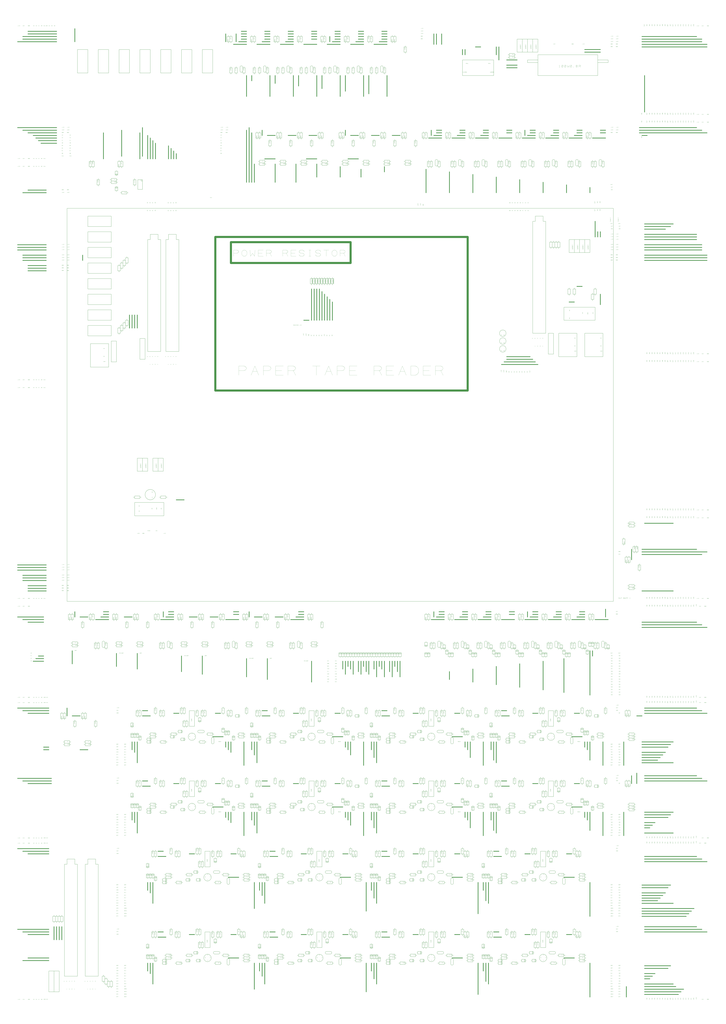
<source format=gbr>
G04 DesignSpark PCB Gerber Version 12.0 Build 5941*
G04 #@! TF.Part,Single*
G04 #@! TF.FileFunction,Legend,Top*
G04 #@! TF.FilePolarity,Positive*
%FSLAX35Y35*%
%MOIN*%
%ADD13C,0.00100*%
%ADD11C,0.00500*%
%ADD14C,0.00512*%
%ADD15C,0.01000*%
%ADD10C,0.02500*%
%ADD12C,0.07874*%
G04 #@! TD.AperFunction*
X0Y0D02*
D02*
D10*
X20250Y590250D02*
X140250D01*
X20250Y860250D02*
X150250D01*
X20250Y1130250D02*
X140250D01*
X20250Y1480250D02*
X120250D01*
X20250Y3360250D02*
X170250D01*
X20250Y3690250D02*
X170250D01*
X40250Y270250D02*
X140250D01*
X40250Y850250D02*
X150250D01*
X40250Y1630250D02*
X130250D01*
X40250Y2860250D02*
X130250D01*
X40250Y3110250D02*
X130250D01*
X40250Y3710250D02*
X170250D01*
X60250Y170250D02*
X140250D01*
X60250Y570250D02*
X140250D01*
X60250Y840250D02*
X150250D01*
X60250Y1110250D02*
X140250D01*
X60250Y1460250D02*
X120250D01*
X60250Y1580250D02*
X130250D01*
X60250Y1600250D02*
X130250D01*
X60250Y2810250D02*
X130250D01*
X60250Y2830250D02*
X130250D01*
X60250Y3340250D02*
X170250D01*
X60250Y3730250D02*
X170250D01*
X80250Y1310250D02*
X120250D01*
X90250Y3320250D02*
X170250D01*
X100250Y1330250D02*
X120250D01*
X110250Y3300250D02*
X170250D01*
X120250Y970250D02*
X140250D01*
X120250Y980250D02*
X140250D01*
X120250Y1320250D02*
X90250D01*
X120250Y1470250D02*
X40250D01*
X130250Y1590250D02*
X60250D01*
X130250Y1620250D02*
X40250D01*
X130250Y1640250D02*
X40250D01*
X130250Y1660250D02*
X20250D01*
X130250Y1670250D02*
X20250D01*
X130250Y1680250D02*
X20250D01*
X130250Y2820250D02*
X60250D01*
X130250Y2850250D02*
X40250D01*
X130250Y2870250D02*
X40250D01*
X130250Y2890250D02*
X20250D01*
X130250Y2900250D02*
X20250D01*
X130250Y2910250D02*
X20250D01*
X130250Y3120250D02*
X60250D01*
X140250Y160250D02*
X40250D01*
X140250Y260250D02*
X60250D01*
X140250Y280250D02*
X20250D01*
X140250Y580250D02*
X40250D01*
X140250Y1120250D02*
X40250D01*
X160250Y290250D02*
Y240250D01*
X170250D02*
Y290250D01*
Y3310250D02*
X100250D01*
X170250Y3330250D02*
X80250D01*
X170250Y3350250D02*
X40250D01*
X170250Y3700250D02*
X40250D01*
X170250Y3720250D02*
X60250D01*
X180250Y290250D02*
Y240250D01*
X190250D02*
Y290250D01*
X210250Y1100250D02*
Y1130250D01*
X230250Y1100250D02*
X260250D01*
X230250Y1300250D02*
Y1350250D01*
X240250Y1500250D02*
Y1480250D01*
Y3740250D02*
Y3690250D01*
X260250Y970250D02*
X290250D01*
X260250Y1480250D02*
X290250D01*
X270250Y2870250D02*
Y2850250D01*
X320250Y1470250D02*
X370250D01*
X340250Y1480250D02*
X370250D01*
X350250Y1490250D02*
X370250D01*
X350250Y1500250D02*
X370250D01*
X350250Y3340250D02*
Y3240250D01*
X400250Y1290250D02*
Y1340250D01*
X420250Y3350250D02*
Y3250250D01*
X430250Y1480250D02*
X460250D01*
X450250Y2640250D02*
Y2590250D01*
X460250Y730250D02*
Y700250D01*
Y1000250D02*
Y970250D01*
Y2590250D02*
Y2640250D01*
X470250Y730250D02*
Y690250D01*
Y1000250D02*
Y960250D01*
Y2640250D02*
Y2590250D01*
X480250Y730250D02*
Y650250D01*
Y1000250D02*
Y920250D01*
Y1280250D02*
Y1340250D01*
Y2590250D02*
Y2640250D01*
X490250Y3240250D02*
Y3340250D01*
X500250Y850250D02*
X520250D01*
X500250Y1120250D02*
X520250D01*
X500250Y3360250D02*
Y3250250D01*
X520250Y150250D02*
Y120250D01*
Y460250D02*
Y430250D01*
Y3330250D02*
Y3240250D01*
X530250Y150250D02*
Y110250D01*
Y460250D02*
Y420250D01*
Y830250D02*
X500250D01*
X530250Y1100250D02*
X500250D01*
X530250Y3320250D02*
Y3240250D01*
X540250Y150250D02*
Y70250D01*
Y460250D02*
Y380250D01*
Y3310250D02*
Y3240250D01*
X550250Y3300250D02*
Y3240250D01*
X560250Y270250D02*
X580250D01*
X560250Y580250D02*
X580250D01*
X570250Y1470250D02*
X620250D01*
X580250Y1500250D02*
Y1480250D01*
X590250Y250250D02*
X560250D01*
X590250Y560250D02*
X560250D01*
X590250Y1480250D02*
X620250D01*
X600250Y1490250D02*
X620250D01*
X600250Y1500250D02*
X620250D01*
X600250Y3290250D02*
Y3240250D01*
X610250Y3280250D02*
Y3240250D01*
X620250Y840250D02*
X640250D01*
X620250Y1110250D02*
X640250D01*
X620250Y3270250D02*
Y3240250D01*
X630250Y1930250D02*
X660250D01*
X630250Y3260250D02*
Y3240250D01*
X650250Y1270250D02*
Y1330250D01*
X680250Y260250D02*
X700250D01*
X680250Y570250D02*
X700250D01*
X680250Y1480250D02*
X710250D01*
X730250Y1260250D02*
Y1330250D01*
X760250Y1480250D02*
X790250D01*
X770250Y750250D02*
X810250D01*
X770250Y1020250D02*
X810250D01*
X780250Y840250D02*
X800250D01*
X780250Y1110250D02*
X800250D01*
X820250Y730250D02*
Y710250D01*
Y1000250D02*
Y980250D01*
Y1470250D02*
X870250D01*
X820250Y3720250D02*
Y3690250D01*
X830250Y170250D02*
X870250D01*
X830250Y480250D02*
X870250D01*
X830250Y730250D02*
Y700250D01*
Y1000250D02*
Y970250D01*
X840250Y260250D02*
X860250D01*
X840250Y570250D02*
X860250D01*
X840250Y730250D02*
Y690250D01*
Y1000250D02*
Y960250D01*
X850250Y1490250D02*
X870250D01*
X850250Y1500250D02*
X870250D01*
X850250Y3680250D02*
X900250D01*
X860250Y3720250D02*
Y3690250D01*
X870250D02*
X900250D01*
X880250Y3700250D02*
X900250D01*
X880250Y3710250D02*
X900250D01*
X880250Y3720250D02*
X900250D01*
X880250Y3730250D02*
X900250D01*
X890250Y640250D02*
Y730250D01*
Y910250D02*
Y1000250D01*
X900250Y1250250D02*
Y1320250D01*
Y3150250D02*
Y3350250D01*
Y3560250D02*
Y3480250D01*
X910250Y1480250D02*
Y1500250D01*
Y3360250D02*
Y3150250D01*
X920250Y730250D02*
Y700250D01*
Y1000250D02*
Y970250D01*
Y3340250D02*
Y3150250D01*
Y3540250D02*
Y3560250D01*
X930250Y150250D02*
Y50250D01*
Y460250D02*
Y360250D01*
Y730250D02*
Y680250D01*
Y1000250D02*
Y950250D01*
Y1480250D02*
X960250D01*
X930250Y3220250D02*
Y3150250D01*
X940250Y730250D02*
Y650250D01*
Y1000250D02*
Y920250D01*
Y3680250D02*
X990250D01*
X950250Y150250D02*
Y120250D01*
Y460250D02*
Y430250D01*
X960250Y150250D02*
Y100250D01*
Y460250D02*
Y410250D01*
Y850250D02*
X980250D01*
X960250Y1120250D02*
X980250D01*
X960250Y3350250D02*
Y3330250D01*
Y3690250D02*
X990250D01*
X970250Y150250D02*
Y70250D01*
Y460250D02*
Y380250D01*
Y3700250D02*
X990250D01*
X970250Y3710250D02*
X990250D01*
X970250Y3720250D02*
X990250D01*
X970250Y3730250D02*
X990250D01*
X980250Y1320250D02*
Y1240250D01*
Y3330250D02*
X1010250D01*
X990250Y270250D02*
X1010250D01*
X990250Y580250D02*
X1010250D01*
X990250Y830250D02*
X960250D01*
X990250Y1100250D02*
X960250D01*
X990250Y3480250D02*
Y3560250D01*
X1010250Y1480250D02*
X1040250D01*
X1010250Y3220250D02*
Y3150250D01*
Y3240250D02*
X970250D01*
X1010250Y3560250D02*
Y3530250D01*
X1020250Y250250D02*
X990250D01*
X1020250Y560250D02*
X990250D01*
X1030250Y3680250D02*
X1080250D01*
X1050250Y3690250D02*
X1080250D01*
X1060250Y3330250D02*
X1090250D01*
X1060250Y3700250D02*
X1080250D01*
X1060250Y3710250D02*
X1080250D01*
X1060250Y3720250D02*
X1080250D01*
X1060250Y3730250D02*
X1080250D01*
X1070250Y1470250D02*
X1120250D01*
X1080250Y840250D02*
X1100250D01*
X1080250Y1110250D02*
X1100250D01*
X1080250Y3560250D02*
Y3480250D01*
X1090250Y1480250D02*
X1120250D01*
X1090250Y3150250D02*
Y3220250D01*
X1100250Y1490250D02*
X1120250D01*
X1100250Y1500250D02*
X1120250D01*
X1100250Y3560250D02*
Y3520250D01*
X1110250Y260250D02*
X1130250D01*
X1110250Y570250D02*
X1130250D01*
X1120250Y2620250D02*
X1140250D01*
X1120250Y3680250D02*
X1170250D01*
X1130250Y3240250D02*
X1170250D01*
X1140250Y3330250D02*
X1170250D01*
X1150250Y1230250D02*
Y1310250D01*
Y2740250D02*
Y2620250D01*
Y3700250D02*
X1170250D01*
X1150250Y3710250D02*
X1170250D01*
X1150250Y3720250D02*
X1170250D01*
X1150250Y3730250D02*
X1170250D01*
X1160250Y2620250D02*
Y2740250D01*
X1170250D02*
Y2620250D01*
Y3220250D02*
Y3170250D01*
Y3480250D02*
Y3560250D01*
X1180250Y2620250D02*
Y2740250D01*
X1190250Y2730250D02*
Y2620250D01*
Y3510250D02*
Y3560250D01*
X1200250Y2620250D02*
Y2720250D01*
X1210250Y2710250D02*
Y2620250D01*
Y3680250D02*
X1260250D01*
X1220250Y2620250D02*
Y2700250D01*
Y3710250D02*
Y3690250D01*
X1230250Y750250D02*
X1270250D01*
X1230250Y1020250D02*
X1270250D01*
X1230250Y2690250D02*
Y2620250D01*
Y3690250D02*
X1260250D01*
X1240250Y840250D02*
X1260250D01*
X1240250Y1110250D02*
X1260250D01*
X1240250Y3700250D02*
X1260250D01*
X1240250Y3710250D02*
X1260250D01*
X1240250Y3720250D02*
X1260250D01*
X1240250Y3730250D02*
X1260250D01*
Y170250D02*
X1300250D01*
X1260250Y480250D02*
X1300250D01*
X1260250Y3210250D02*
Y3170250D01*
Y3560250D02*
Y3480250D01*
X1270250Y260250D02*
X1290250D01*
X1270250Y570250D02*
X1290250D01*
X1270250Y1310250D02*
Y1280250D01*
X1280250Y730250D02*
Y710250D01*
Y1000250D02*
Y980250D01*
Y1310250D02*
Y1260250D01*
Y3350250D02*
Y3330250D01*
Y3560250D02*
Y3500250D01*
X1290250Y730250D02*
Y700250D01*
Y1000250D02*
Y970250D01*
Y1310250D02*
Y1290250D01*
Y3240250D02*
X1330250D01*
X1300250Y730250D02*
Y680250D01*
Y1000250D02*
Y950250D01*
Y1310250D02*
Y1280250D01*
Y3330250D02*
X1330250D01*
X1300250Y3680250D02*
X1350250D01*
X1310250Y1310250D02*
Y1260250D01*
X1320250Y3690250D02*
X1350250D01*
X1330250Y1310250D02*
Y1270250D01*
Y3700250D02*
X1350250D01*
X1330250Y3710250D02*
X1350250D01*
X1330250Y3720250D02*
X1350250D01*
X1330250Y3730250D02*
X1350250D01*
X1340250Y1310250D02*
Y1260250D01*
Y3200250D02*
Y3170250D01*
X1350250Y640250D02*
Y730250D01*
Y910250D02*
Y1000250D01*
Y1310250D02*
Y1290250D01*
Y3480250D02*
Y3560250D01*
X1360250Y150250D02*
Y40250D01*
Y460250D02*
Y350250D01*
Y1310250D02*
Y1270250D01*
X1370250Y1310250D02*
Y1260250D01*
Y3560250D02*
Y3490250D01*
X1380250Y150250D02*
Y120250D01*
Y460250D02*
Y430250D01*
Y730250D02*
Y700250D01*
Y1000250D02*
Y970250D01*
Y3330250D02*
X1410250D01*
X1390250Y150250D02*
Y90250D01*
Y460250D02*
Y400250D01*
Y730250D02*
Y670250D01*
Y1000250D02*
Y940250D01*
Y1310250D02*
Y1280250D01*
Y3680250D02*
X1440250D01*
X1400250Y150250D02*
Y70250D01*
Y460250D02*
Y380250D01*
Y730250D02*
Y650250D01*
Y1000250D02*
Y920250D01*
Y1310250D02*
Y1250250D01*
X1410250Y1310250D02*
Y1290250D01*
Y3690250D02*
X1440250D01*
X1420250Y270250D02*
X1440250D01*
X1420250Y580250D02*
X1440250D01*
X1420250Y850250D02*
X1440250D01*
X1420250Y1120250D02*
X1440250D01*
X1420250Y1310250D02*
Y1280250D01*
Y3700250D02*
X1440250D01*
X1420250Y3710250D02*
X1440250D01*
X1420250Y3720250D02*
X1440250D01*
X1420250Y3730250D02*
X1440250D01*
X1430250Y1250250D02*
Y1310250D01*
Y3210250D02*
Y3190250D01*
X1440250Y3480250D02*
Y3560250D01*
X1450250Y250250D02*
X1420250D01*
X1450250Y560250D02*
X1420250D01*
X1450250Y830250D02*
X1420250D01*
X1450250Y1100250D02*
X1420250D01*
X1450250Y1310250D02*
Y1270250D01*
X1460250Y1310250D02*
Y1250250D01*
Y3330250D02*
X1490250D01*
X1470250Y1310250D02*
Y1290250D01*
X1480250Y1310250D02*
Y1270250D01*
X1490250Y1250250D02*
Y1310250D01*
X1540250Y260250D02*
X1560250D01*
X1540250Y570250D02*
X1560250D01*
X1540250Y840250D02*
X1560250D01*
X1540250Y1110250D02*
X1560250D01*
X1590250Y3200250D02*
Y3110250D01*
X1600250Y3320250D02*
X1650250D01*
X1610250Y1470250D02*
X1660250D01*
X1610250Y3350250D02*
Y3330250D01*
X1620250Y1500250D02*
Y1480250D01*
Y3330250D02*
X1650250D01*
X1620250Y3720250D02*
Y3680250D01*
X1630250Y1480250D02*
X1660250D01*
X1630250Y3340250D02*
X1650250D01*
X1630250Y3350250D02*
X1650250D01*
X1630250Y3680250D02*
Y3720250D01*
X1640250Y1490250D02*
X1660250D01*
X1640250Y1500250D02*
X1660250D01*
X1650250Y3720250D02*
Y3680250D01*
X1680250Y1270250D02*
Y1240250D01*
Y3190250D02*
Y3110250D01*
X1690250Y170250D02*
X1730250D01*
X1690250Y480250D02*
X1730250D01*
X1690250Y750250D02*
X1730250D01*
X1690250Y1020250D02*
X1730250D01*
X1690250Y3320250D02*
X1740250D01*
X1700250Y260250D02*
X1720250D01*
X1700250Y570250D02*
X1720250D01*
X1700250Y840250D02*
X1720250D01*
X1700250Y1110250D02*
X1720250D01*
X1700250Y1470250D02*
X1750250D01*
X1710250Y3330250D02*
X1740250D01*
X1720250Y1480250D02*
X1750250D01*
X1720250Y3340250D02*
X1740250D01*
X1720250Y3350250D02*
X1740250D01*
X1730250Y1490250D02*
X1750250D01*
X1730250Y1500250D02*
X1750250D01*
X1730250Y3660250D02*
Y3640250D01*
X1740250Y730250D02*
Y710250D01*
Y1000250D02*
Y980250D01*
Y3660250D02*
Y3640250D01*
X1750250Y730250D02*
Y700250D01*
Y1000250D02*
Y970250D01*
X1760250Y730250D02*
Y670250D01*
Y1000250D02*
Y940250D01*
X1770250Y1230250D02*
Y1280250D01*
Y3110250D02*
Y3180250D01*
X1780250Y3320250D02*
X1830250D01*
X1780250Y3670250D02*
X1800250D01*
X1790250Y150250D02*
Y30250D01*
Y460250D02*
Y340250D01*
Y1470250D02*
X1840250D01*
X1800250Y3330250D02*
X1830250D01*
X1810250Y150250D02*
Y120250D01*
Y460250D02*
Y430250D01*
Y640250D02*
Y730250D01*
Y910250D02*
Y1000250D01*
Y1480250D02*
X1840250D01*
X1810250Y3340250D02*
X1830250D01*
X1810250Y3350250D02*
X1830250D01*
X1820250Y150250D02*
Y80250D01*
Y460250D02*
Y390250D01*
Y1490250D02*
X1840250D01*
X1820250Y1500250D02*
X1840250D01*
X1830250Y150250D02*
Y70250D01*
Y460250D02*
Y380250D01*
X1840250Y730250D02*
Y700250D01*
Y1000250D02*
Y970250D01*
X1850250Y270250D02*
X1870250D01*
X1850250Y580250D02*
X1870250D01*
X1850250Y730250D02*
Y660250D01*
Y1000250D02*
Y930250D01*
X1860250Y730250D02*
Y650250D01*
Y1000250D02*
Y920250D01*
Y1290250D02*
Y1220250D01*
Y3170250D02*
Y3110250D01*
Y3670250D02*
Y3640250D01*
X1870250Y3320250D02*
X1920250D01*
X1870250Y3670250D02*
Y3620250D01*
X1880250Y250250D02*
X1850250D01*
X1880250Y560250D02*
X1850250D01*
X1880250Y850250D02*
X1900250D01*
X1880250Y1120250D02*
X1900250D01*
X1880250Y1470250D02*
X1930250D01*
X1880250Y2450250D02*
X2020250D01*
X1890250Y2460250D02*
X2010250D01*
X1900250Y2470250D02*
X2000250D01*
X1900250Y2480250D02*
X1990250D01*
X1900250Y3340250D02*
X1920250D01*
X1900250Y3350250D02*
X1920250D01*
X1900250Y3600250D02*
X1940250D01*
X1900250Y3620250D02*
X1940250D01*
X1910250Y830250D02*
X1880250D01*
X1910250Y1100250D02*
X1880250D01*
X1910250Y1490250D02*
X1930250D01*
X1910250Y1500250D02*
X1930250D01*
X1940250Y3590250D02*
X1900250D01*
X1950250Y1210250D02*
Y1300250D01*
Y3160250D02*
Y3110250D01*
X1960250Y3320250D02*
X2010250D01*
X1970250Y260250D02*
X1990250D01*
X1970250Y570250D02*
X1990250D01*
X1970250Y1470250D02*
X2020250D01*
X1970250Y3350250D02*
Y3330250D01*
X1980250Y1500250D02*
Y1480250D01*
Y3330250D02*
X2010250D01*
X1990250Y1480250D02*
X2020250D01*
X1990250Y3340250D02*
X2010250D01*
X1990250Y3350250D02*
X2010250D01*
X2000250Y840250D02*
X2020250D01*
X2000250Y1110250D02*
X2020250D01*
X2000250Y1490250D02*
X2020250D01*
X2000250Y1500250D02*
X2020250D01*
X2040250Y1310250D02*
Y1200250D01*
Y3110250D02*
Y3150250D01*
X2050250Y3320250D02*
X2100250D01*
X2060250Y1470250D02*
X2110250D01*
X2070250Y3330250D02*
X2100250D01*
X2080250Y1480250D02*
X2110250D01*
X2080250Y3340250D02*
X2100250D01*
X2080250Y3350250D02*
X2100250D01*
X2090250Y1490250D02*
X2110250D01*
X2090250Y1500250D02*
X2110250D01*
X2120250Y170250D02*
X2160250D01*
X2120250Y480250D02*
X2160250D01*
X2120250Y1190250D02*
Y1320250D01*
X2130250Y260250D02*
X2150250D01*
X2130250Y570250D02*
X2150250D01*
X2130250Y3140250D02*
Y3110250D01*
X2140250Y2690250D02*
X2160250D01*
X2140250Y3320250D02*
X2190250D01*
X2150250Y750250D02*
X2190250D01*
X2150250Y1020250D02*
X2190250D01*
X2150250Y1470250D02*
X2200250D01*
X2160250Y840250D02*
X2180250D01*
X2160250Y1110250D02*
X2180250D01*
X2160250Y3330250D02*
X2190250D01*
X2170250Y1480250D02*
X2200250D01*
X2170250Y2750250D02*
X2190250D01*
X2170250Y3340250D02*
X2190250D01*
X2170250Y3350250D02*
X2190250D01*
X2180250Y1490250D02*
X2200250D01*
X2180250Y1500250D02*
X2200250D01*
Y730250D02*
Y710250D01*
Y1000250D02*
Y980250D01*
X2210250Y730250D02*
Y700250D01*
Y1000250D02*
Y970250D01*
X2220250Y150250D02*
Y20250D01*
Y460250D02*
Y330250D01*
Y730250D02*
Y660250D01*
Y1000250D02*
Y930250D01*
Y1350250D02*
Y1180250D01*
Y3130250D02*
Y3110250D01*
X2230250Y1350250D02*
Y1330250D01*
Y3320250D02*
X2280250D01*
X2240250Y1470250D02*
X2290250D01*
X2240250Y2940250D02*
Y3000250D01*
X2250250Y2940250D02*
Y2960250D01*
X2260250Y2720250D02*
Y2680250D01*
Y2940250D02*
Y2960250D01*
Y3340250D02*
X2280250D01*
X2260250Y3350250D02*
X2280250D01*
X2260250Y3650250D02*
X2200250D01*
X2260250Y3660250D02*
X2200250D01*
X2270250Y640250D02*
Y730250D01*
Y910250D02*
Y1000250D01*
X2280250Y1510250D02*
Y1480250D01*
X2350250Y730250D02*
Y640250D01*
Y1000250D02*
Y910250D01*
X2360250Y60250D02*
Y20250D01*
X2380250Y870250D02*
Y840250D01*
Y1740250D02*
Y1700250D01*
X2400250Y880250D02*
Y840250D01*
Y1100250D02*
X2420250D01*
Y330250D02*
X2590250D01*
X2420250Y350250D02*
X2610250D01*
X2420250Y380250D02*
X2540250D01*
X2420250Y390250D02*
X2480250D01*
X2420250Y410250D02*
X2500250D01*
X2420250Y440250D02*
X2520250D01*
X2420250Y920250D02*
X2540250D01*
X2420250Y930250D02*
X2480250D01*
X2420250Y950250D02*
X2500250D01*
X2420250Y980250D02*
X2520250D01*
X2420250Y1580250D02*
X2540250D01*
X2420250Y1740250D02*
X2630250D01*
X2420250Y3330250D02*
X2440250D01*
X2430250Y40250D02*
X2570250D01*
X2430250Y60250D02*
X2550250D01*
X2430250Y70250D02*
X2540250D01*
X2430250Y90250D02*
X2450250D01*
X2430250Y100250D02*
X2460250D01*
X2430250Y110250D02*
X2470250D01*
X2430250Y130250D02*
X2520250D01*
X2430250Y140250D02*
X2530250D01*
X2430250Y270250D02*
X2670250D01*
X2430250Y280250D02*
X2650250D01*
X2430250Y290250D02*
X2630250D01*
X2430250Y540250D02*
X2670250D01*
X2430250Y560250D02*
X2630250D01*
X2430250Y650250D02*
X2540250D01*
X2430250Y670250D02*
X2450250D01*
X2430250Y680250D02*
X2460250D01*
X2430250Y690250D02*
X2470250D01*
X2430250Y710250D02*
X2520250D01*
X2430250Y720250D02*
X2530250D01*
X2430250Y730250D02*
X2540250D01*
X2430250Y850250D02*
X2670250D01*
X2430250Y860250D02*
X2650250D01*
X2430250Y870250D02*
X2630250D01*
X2430250Y1110250D02*
X2670250D01*
X2430250Y1130250D02*
X2630250D01*
X2430250Y1840250D02*
X2540250D01*
X2430250Y2850250D02*
X2670250D01*
X2430250Y2870250D02*
X2670250D01*
X2430250Y2900250D02*
X2650250D01*
X2430250Y2910250D02*
X2650250D01*
X2430250Y2940250D02*
X2630250D01*
X2430250Y2950250D02*
X2630250D01*
X2430250Y2970250D02*
X2510250D01*
X2430250Y2990250D02*
X2540250D01*
X2430250Y3560250D02*
Y3420250D01*
X2490250Y400250D02*
X2420250D01*
X2490250Y940250D02*
X2420250D01*
X2510250Y420250D02*
X2420250D01*
X2510250Y960250D02*
X2420250D01*
X2530250Y450250D02*
X2420250D01*
X2530250Y990250D02*
X2420250D01*
X2530250Y2980250D02*
X2430250D01*
X2540250Y1000250D02*
X2420250D01*
X2560250Y30250D02*
X2430250D01*
X2580250Y50250D02*
X2430250D01*
X2600250Y340250D02*
X2420250D01*
X2620250Y360250D02*
X2420250D01*
X2630250Y1460250D02*
X2420250D01*
X2630250Y2930250D02*
X2430250D01*
X2630250Y3360250D02*
X2410250D01*
X2630250Y3710250D02*
X2420250D01*
X2650250Y550250D02*
X2430250D01*
X2650250Y1120250D02*
X2430250D01*
X2650250Y1450250D02*
X2420250D01*
X2650250Y1720250D02*
X2420250D01*
X2650250Y2890250D02*
X2430250D01*
X2650250Y3350250D02*
X2410250D01*
X2650250Y3690250D02*
X2420250D01*
X2650250Y3700250D02*
X2420250D01*
X2670250Y1440250D02*
X2420250D01*
X2670250Y1730250D02*
X2420250D01*
X2670250Y2860250D02*
X2430250D01*
X2670250Y3340250D02*
X2410250D01*
X2670250Y3670250D02*
X2420250D01*
X2670250Y3680250D02*
X2420250D01*
D02*
D11*
X140250Y120250D02*
Y40250D01*
X160250D01*
Y120250D01*
X140250D01*
X160250D02*
Y40250D01*
X180250D01*
Y120250D01*
X160250D01*
Y305250D02*
Y310250D01*
Y330250D02*
Y335250D01*
X165250Y310250D02*
X155250D01*
Y330250D01*
X165250D01*
Y310250D01*
X170250Y305250D02*
Y310250D01*
Y330250D02*
Y335250D01*
X175250Y310250D02*
X165250D01*
Y330250D01*
X175250D01*
Y310250D01*
X180250Y305250D02*
Y310250D01*
Y330250D02*
Y335250D01*
X185250Y310250D02*
X175250D01*
Y330250D01*
X185250D01*
Y310250D01*
X190250Y305250D02*
Y310250D01*
Y330250D02*
Y335250D01*
Y1085250D02*
Y1090250D01*
Y1110250D02*
Y1115250D01*
X195250Y310250D02*
X185250D01*
Y330250D01*
X195250D01*
Y310250D01*
Y990250D02*
X200250D01*
X195250Y1000250D02*
X200250D01*
X195250Y1090250D02*
X185250D01*
Y1110250D01*
X195250D01*
Y1090250D01*
X200250Y100250D02*
Y530250D01*
X210250D01*
Y550250D01*
X240250D01*
Y530250D01*
X250250D01*
Y100250D01*
X200250D01*
Y985250D02*
Y995250D01*
X220250D01*
Y985250D01*
X200250D01*
Y995250D02*
Y1005250D01*
X220250D01*
Y995250D01*
X200250D01*
Y1085250D02*
Y1090250D01*
Y1110250D02*
Y1115250D01*
X205250Y1090250D02*
X195250D01*
Y1110250D01*
X205250D01*
Y1090250D01*
X220250Y990250D02*
X225250D01*
X220250Y1000250D02*
X225250D01*
X220250Y1465250D02*
Y1470250D01*
Y1490250D02*
Y1495250D01*
X225250Y1370250D02*
X230250D01*
X225250Y1380250D02*
X230250D01*
X225250Y1470250D02*
X215250D01*
Y1490250D01*
X225250D01*
Y1470250D01*
X230250Y1365250D02*
Y1375250D01*
X250250D01*
Y1365250D01*
X230250D01*
Y1375250D02*
Y1385250D01*
X250250D01*
Y1375250D01*
X230250D01*
Y1465250D02*
Y1470250D01*
Y1490250D02*
Y1495250D01*
X235250Y1470250D02*
X225250D01*
Y1490250D01*
X235250D01*
Y1470250D01*
X240250Y1055250D02*
Y1060250D01*
Y1080250D02*
Y1085250D01*
X245250Y1060250D02*
X235250D01*
Y1080250D01*
X245250D01*
Y1060250D01*
X250250Y1370250D02*
X255250D01*
X250250Y1380250D02*
X255250D01*
X250250Y3570250D02*
X290250D01*
Y3660250D01*
X250250D01*
Y3570250D01*
X270250Y1085250D02*
Y1090250D01*
Y1110250D02*
Y1115250D01*
Y1435250D02*
Y1440250D01*
Y1460250D02*
Y1465250D01*
X275250Y990250D02*
X280250D01*
X275250Y1000250D02*
X280250D01*
X275250Y1090250D02*
X265250D01*
Y1110250D01*
X275250D01*
Y1090250D01*
Y1440250D02*
X265250D01*
Y1460250D01*
X275250D01*
Y1440250D01*
X280250Y100250D02*
Y530250D01*
X290250D01*
Y550250D01*
X320250D01*
Y530250D01*
X330250D01*
Y100250D01*
X280250D01*
Y985250D02*
Y995250D01*
X300250D01*
Y985250D01*
X280250D01*
Y995250D02*
Y1005250D01*
X300250D01*
Y995250D01*
X280250D01*
Y1085250D02*
Y1090250D01*
Y1110250D02*
Y1115250D01*
X285250Y1090250D02*
X275250D01*
Y1110250D01*
X285250D01*
Y1090250D01*
X300250Y990250D02*
X305250D01*
X300250Y1000250D02*
X305250D01*
X300250Y1465250D02*
Y1470250D01*
Y1490250D02*
Y1495250D01*
Y2440250D02*
X370250D01*
Y2530250D01*
X300250D01*
Y2440250D01*
Y3205250D02*
Y3210250D01*
Y3230250D02*
Y3235250D01*
X305250Y1470250D02*
X295250D01*
Y1490250D01*
X305250D01*
Y1470250D01*
Y3210250D02*
X295250D01*
Y3230250D01*
X305250D01*
Y3210250D01*
X310250Y1465250D02*
Y1470250D01*
Y1490250D02*
Y1495250D01*
Y3205250D02*
Y3210250D01*
Y3230250D02*
Y3235250D01*
X315250Y1470250D02*
X305250D01*
Y1490250D01*
X315250D01*
Y1470250D01*
Y3210250D02*
X305250D01*
Y3230250D01*
X315250D01*
Y3210250D01*
X320250Y1055250D02*
Y1060250D01*
Y1080250D02*
Y1085250D01*
Y1355250D02*
Y1360250D01*
Y1380250D02*
Y1385250D01*
X325250Y1060250D02*
X315250D01*
Y1080250D01*
X325250D01*
Y1060250D01*
Y1360250D02*
X315250D01*
Y1380250D01*
X325250D01*
Y1360250D01*
X330250Y1355250D02*
Y1360250D01*
Y1380250D02*
Y1385250D01*
Y3135250D02*
Y3140250D01*
Y3160250D02*
Y3165250D01*
Y3570250D02*
X370250D01*
Y3660250D01*
X330250D01*
Y3570250D01*
X335250Y1360250D02*
X325250D01*
Y1380250D01*
X335250D01*
Y1360250D01*
Y3140250D02*
X325250D01*
Y3160250D01*
X335250D01*
Y3140250D01*
X350250Y75250D02*
Y80250D01*
Y100250D02*
Y105250D01*
X355250Y80250D02*
X345250D01*
Y100250D01*
X355250D01*
Y80250D01*
X360250Y65250D02*
Y70250D01*
Y90250D02*
Y95250D01*
Y1355250D02*
Y1360250D01*
Y1380250D02*
Y1385250D01*
X365250Y70250D02*
X355250D01*
Y90250D01*
X365250D01*
Y70250D01*
Y1360250D02*
X355250D01*
Y1380250D01*
X365250D01*
Y1360250D01*
X370250Y55250D02*
Y60250D01*
Y80250D02*
Y85250D01*
X375250Y60250D02*
X365250D01*
Y80250D01*
X375250D01*
Y60250D01*
Y3150250D02*
X380250D01*
X375250Y3160250D02*
X380250D01*
Y55250D02*
Y60250D01*
Y80250D02*
Y85250D01*
Y2540250D02*
Y2460250D01*
X400250D01*
Y2540250D01*
X380250D01*
Y2560250D02*
Y2600250D01*
X290250D01*
Y2560250D01*
X380250D01*
Y2620250D02*
Y2660250D01*
X290250D01*
Y2620250D01*
X380250D01*
Y2680250D02*
Y2720250D01*
X290250D01*
Y2680250D01*
X380250D01*
Y2740250D02*
Y2780250D01*
X290250D01*
Y2740250D01*
X380250D01*
Y2800250D02*
Y2840250D01*
X290250D01*
Y2800250D01*
X380250D01*
Y2860250D02*
Y2900250D01*
X290250D01*
Y2860250D01*
X380250D01*
Y2920250D02*
Y2960250D01*
X290250D01*
Y2920250D01*
X380250D01*
Y2980250D02*
Y3020250D01*
X290250D01*
Y2980250D01*
X380250D01*
Y3145250D02*
Y3155250D01*
X400250D01*
Y3145250D01*
X380250D01*
Y3155250D02*
Y3165250D01*
X400250D01*
Y3155250D01*
X380250D01*
X385250Y60250D02*
X375250D01*
Y80250D01*
X385250D01*
Y60250D01*
X390250Y1465250D02*
Y1470250D01*
Y1490250D02*
Y1495250D01*
X395250Y1370250D02*
X400250D01*
X395250Y1380250D02*
X400250D01*
X395250Y1470250D02*
X385250D01*
Y1490250D01*
X395250D01*
Y1470250D01*
Y3192750D02*
X405250D01*
Y3177750D01*
X395250D01*
Y3192750D01*
X400250Y1365250D02*
Y1375250D01*
X420250D01*
Y1365250D01*
X400250D01*
Y1375250D02*
Y1385250D01*
X420250D01*
Y1375250D01*
X400250D01*
Y1465250D02*
Y1470250D01*
Y1490250D02*
Y1495250D01*
Y3115250D02*
Y3117750D01*
Y3132750D02*
Y3135250D01*
Y3150250D02*
X405250D01*
X400250Y3160250D02*
X405250D01*
X400250Y3177750D02*
Y3175250D01*
Y3195250D02*
Y3192750D01*
X405250Y1470250D02*
X395250D01*
Y1490250D01*
X405250D01*
Y1470250D01*
Y2590250D02*
X415250D01*
Y2570250D01*
X405250D01*
Y2590250D01*
Y2830250D02*
X415250D01*
Y2810250D01*
X405250D01*
Y2830250D01*
Y3117750D02*
X395250D01*
Y3132750D01*
X405250D01*
Y3117750D01*
X410250Y2570250D02*
Y2565250D01*
Y2595250D02*
Y2590250D01*
Y2810250D02*
Y2805250D01*
Y2835250D02*
Y2830250D01*
Y3205250D02*
Y3210250D01*
Y3230250D02*
Y3235250D01*
Y3570250D02*
X450250D01*
Y3660250D01*
X410250D01*
Y3570250D01*
X415250Y2600250D02*
X425250D01*
Y2580250D01*
X415250D01*
Y2600250D01*
Y3110250D02*
X420250D01*
X415250Y3210250D02*
X405250D01*
Y3230250D01*
X415250D01*
Y3210250D01*
X420250Y1370250D02*
X425250D01*
X420250Y1380250D02*
X425250D01*
X420250Y2580250D02*
Y2575250D01*
Y2605250D02*
Y2600250D01*
Y2815250D02*
Y2820250D01*
Y2840250D02*
Y2845250D01*
Y3105250D02*
Y3115250D01*
X440250D01*
Y3105250D01*
X420250D01*
Y3205250D02*
Y3210250D01*
Y3230250D02*
Y3235250D01*
X425250Y2610250D02*
X435250D01*
Y2590250D01*
X425250D01*
Y2610250D01*
Y2820250D02*
X415250D01*
Y2840250D01*
X425250D01*
Y2820250D01*
Y2850250D02*
X435250D01*
Y2830250D01*
X425250D01*
Y2850250D01*
Y3210250D02*
X415250D01*
Y3230250D01*
X425250D01*
Y3210250D01*
X430250Y2590250D02*
Y2585250D01*
Y2615250D02*
Y2610250D01*
Y2830250D02*
Y2825250D01*
Y2855250D02*
Y2850250D01*
X435250Y2620250D02*
X445250D01*
Y2600250D01*
X435250D01*
Y2620250D01*
Y2860250D02*
X445250D01*
Y2840250D01*
X435250D01*
Y2860250D01*
X440250Y1435250D02*
Y1440250D01*
Y1460250D02*
Y1465250D01*
Y2600250D02*
Y2595250D01*
Y2625250D02*
Y2620250D01*
Y2840250D02*
Y2835250D01*
Y2865250D02*
Y2860250D01*
Y3110250D02*
X445250D01*
Y1440250D02*
X435250D01*
Y1460250D01*
X445250D01*
Y1440250D01*
X455250Y802750D02*
X465250D01*
Y787750D01*
X455250D01*
Y802750D01*
Y1072750D02*
X465250D01*
Y1057750D01*
X455250D01*
Y1072750D01*
X460250Y745250D02*
Y747750D01*
Y762750D02*
Y765250D01*
Y787750D02*
Y785250D01*
Y805250D02*
Y802750D01*
Y1015250D02*
Y1017750D01*
Y1032750D02*
Y1035250D01*
Y1057750D02*
Y1055250D01*
Y1075250D02*
Y1072750D01*
X465250Y747750D02*
X455250D01*
Y762750D01*
X465250D01*
Y747750D01*
Y1017750D02*
X455250D01*
Y1032750D01*
X465250D01*
Y1017750D01*
Y1940250D02*
X470250D01*
Y745250D02*
Y747750D01*
Y762750D02*
Y765250D01*
Y1015250D02*
Y1017750D01*
Y1032750D02*
Y1035250D01*
Y1465250D02*
Y1470250D01*
Y1490250D02*
Y1495250D01*
Y1920250D02*
Y1868990D01*
X582455D01*
Y1920250D01*
X470250D01*
Y1935250D02*
Y1945250D01*
X490250D01*
Y1935250D01*
X470250D01*
Y3135250D02*
Y3140250D01*
Y3160250D02*
Y3165250D01*
X475250Y747750D02*
X465250D01*
Y762750D01*
X475250D01*
Y747750D01*
Y1017750D02*
X465250D01*
Y1032750D01*
X475250D01*
Y1017750D01*
Y1370250D02*
X480250D01*
X475250Y1380250D02*
X480250D01*
X475250Y1470250D02*
X465250D01*
Y1490250D01*
X475250D01*
Y1470250D01*
Y3140250D02*
X465250D01*
Y3160250D01*
X475250D01*
Y3140250D01*
X480250Y745250D02*
Y747750D01*
Y762750D02*
Y765250D01*
Y825250D02*
Y830250D01*
Y850250D02*
Y855250D01*
Y1015250D02*
Y1017750D01*
Y1032750D02*
Y1035250D01*
Y1095250D02*
Y1100250D01*
Y1120250D02*
Y1125250D01*
Y1365250D02*
Y1375250D01*
X500250D01*
Y1365250D01*
X480250D01*
Y1375250D02*
Y1385250D01*
X500250D01*
Y1375250D01*
X480250D01*
Y1465250D02*
Y1470250D01*
Y1490250D02*
Y1495250D01*
X485250Y747750D02*
X475250D01*
Y762750D01*
X485250D01*
Y747750D01*
Y830250D02*
X475250D01*
Y850250D01*
X485250D01*
Y830250D01*
Y1017750D02*
X475250D01*
Y1032750D01*
X485250D01*
Y1017750D01*
Y1100250D02*
X475250D01*
Y1120250D01*
X485250D01*
Y1100250D01*
Y1470250D02*
X475250D01*
Y1490250D01*
X485250D01*
Y1470250D01*
X490250Y735250D02*
Y737750D01*
Y752750D02*
Y755250D01*
Y825250D02*
Y830250D01*
Y850250D02*
Y855250D01*
Y1005250D02*
Y1007750D01*
Y1022750D02*
Y1025250D01*
Y1095250D02*
Y1100250D01*
Y1120250D02*
Y1125250D01*
Y1940250D02*
X495250D01*
X490250Y3570250D02*
X530250D01*
Y3660250D01*
X490250D01*
Y3570250D01*
X495250Y737750D02*
X485250D01*
Y752750D01*
X495250D01*
Y737750D01*
Y830250D02*
X485250D01*
Y850250D01*
X495250D01*
Y830250D01*
Y1007750D02*
X485250D01*
Y1022750D01*
X495250D01*
Y1007750D01*
Y1100250D02*
X485250D01*
Y1120250D01*
X495250D01*
Y1100250D01*
X495919Y3155132D02*
G75*
G03*
X499069Y3159856I1575J2362D01*
G01*
G75*
G03*
X495919Y3155132I-1575J-2362D01*
G01*
X500250Y1370250D02*
X505250D01*
X500250Y1380250D02*
X505250D01*
X500250Y2090250D02*
X480250D01*
Y2040250D01*
X500250D01*
Y2090250D01*
Y3160250D02*
X482140D01*
Y3122848D01*
X500250D01*
Y3160250D01*
X510250Y2470250D02*
Y2550250D01*
X490250D01*
Y2470250D01*
X510250D01*
X515250Y222750D02*
X525250D01*
Y207750D01*
X515250D01*
Y222750D01*
Y532750D02*
X525250D01*
Y517750D01*
X515250D01*
Y532750D01*
Y730250D02*
X517750D01*
X515250Y740250D02*
X517750D01*
X515250Y1000250D02*
X517750D01*
X515250Y1010250D02*
X517750D01*
Y725250D02*
Y735250D01*
X532750D01*
Y725250D01*
X517750D01*
Y735250D02*
Y745250D01*
X532750D01*
Y735250D01*
X517750D01*
Y995250D02*
Y1005250D01*
X532750D01*
Y995250D01*
X517750D01*
Y1005250D02*
Y1015250D01*
X532750D01*
Y1005250D01*
X517750D01*
X520250Y165250D02*
Y167750D01*
Y182750D02*
Y185250D01*
Y207750D02*
Y205250D01*
Y225250D02*
Y222750D01*
Y475250D02*
Y477750D01*
Y492750D02*
Y495250D01*
Y517750D02*
Y515250D01*
Y535250D02*
Y532750D01*
Y1435250D02*
Y1440250D01*
Y1460250D02*
Y1465250D01*
Y2090250D02*
X500250D01*
Y2040250D01*
X520250D01*
Y2090250D01*
Y2500250D02*
Y2930250D01*
X530250D01*
Y2950250D01*
X560250D01*
Y2930250D01*
X570250D01*
Y2500250D01*
X520250D01*
X525250Y167750D02*
X515250D01*
Y182750D01*
X525250D01*
Y167750D01*
Y477750D02*
X515250D01*
Y492750D01*
X525250D01*
Y477750D01*
Y750250D02*
X530250D01*
X525250Y760250D02*
X530250D01*
X525250Y1020250D02*
X530250D01*
X525250Y1030250D02*
X530250D01*
X525250Y1440250D02*
X515250D01*
Y1460250D01*
X525250D01*
Y1440250D01*
X530250Y165250D02*
Y167750D01*
Y182750D02*
Y185250D01*
Y475250D02*
Y477750D01*
Y492750D02*
Y495250D01*
Y745250D02*
Y755250D01*
X550250D01*
Y745250D01*
X530250D01*
Y755250D02*
Y765250D01*
X550250D01*
Y755250D01*
X530250D01*
Y1015250D02*
Y1025250D01*
X550250D01*
Y1015250D01*
X530250D01*
Y1025250D02*
Y1035250D01*
X550250D01*
Y1025250D01*
X530250D01*
X532750Y730250D02*
X535250D01*
X532750Y740250D02*
X535250D01*
X532750Y1000250D02*
X535250D01*
X532750Y1010250D02*
X535250D01*
Y167750D02*
X525250D01*
Y182750D01*
X535250D01*
Y167750D01*
Y477750D02*
X525250D01*
Y492750D01*
X535250D01*
Y477750D01*
X537437Y1941500D02*
Y1939000D01*
Y1961500D02*
Y1959000D01*
X536187Y1960250D02*
X538687D01*
X540250Y165250D02*
Y167750D01*
Y182750D02*
Y185250D01*
Y245250D02*
Y250250D01*
Y270250D02*
Y275250D01*
Y475250D02*
Y477750D01*
Y492750D02*
Y495250D01*
Y555250D02*
Y560250D01*
Y580250D02*
Y585250D01*
X545250Y167750D02*
X535250D01*
Y182750D01*
X545250D01*
Y167750D01*
Y250250D02*
X535250D01*
Y270250D01*
X545250D01*
Y250250D01*
Y477750D02*
X535250D01*
Y492750D01*
X545250D01*
Y477750D01*
Y560250D02*
X535250D01*
Y580250D01*
X545250D01*
Y560250D01*
X550250Y155250D02*
Y157750D01*
Y172750D02*
Y175250D01*
Y245250D02*
Y250250D01*
Y270250D02*
Y275250D01*
Y465250D02*
Y467750D01*
Y482750D02*
Y485250D01*
Y555250D02*
Y560250D01*
Y580250D02*
Y585250D01*
Y750250D02*
X555250D01*
X550250Y760250D02*
X555250D01*
X550250Y835250D02*
Y840250D01*
Y860250D02*
Y865250D01*
Y1020250D02*
X555250D01*
X550250Y1030250D02*
X555250D01*
X550250Y1105250D02*
Y1110250D01*
Y1130250D02*
Y1135250D01*
Y1465250D02*
Y1470250D01*
Y1490250D02*
Y1495250D01*
Y1950250D02*
G75*
G03*
X510250I-20000J0D01*
G01*
G75*
G03*
X550250I20000J0D01*
G01*
X555250Y157750D02*
X545250D01*
Y172750D01*
X555250D01*
Y157750D01*
Y250250D02*
X545250D01*
Y270250D01*
X555250D01*
Y250250D01*
Y467750D02*
X545250D01*
Y482750D01*
X555250D01*
Y467750D01*
Y560250D02*
X545250D01*
Y580250D01*
X555250D01*
Y560250D01*
Y840250D02*
X545250D01*
Y860250D01*
X555250D01*
Y840250D01*
Y1110250D02*
X545250D01*
Y1130250D01*
X555250D01*
Y1110250D01*
Y1470250D02*
X545250D01*
Y1490250D01*
X555250D01*
Y1470250D01*
X560250Y1465250D02*
Y1470250D01*
Y1490250D02*
Y1495250D01*
Y2090250D02*
X540250D01*
Y2040250D01*
X560250D01*
Y2090250D01*
X565250Y730250D02*
X570250D01*
X565250Y1000250D02*
X570250D01*
X565250Y1470250D02*
X555250D01*
Y1490250D01*
X565250D01*
Y1470250D01*
Y1940250D02*
X570250D01*
Y725250D02*
Y735250D01*
X590250D01*
Y725250D01*
X570250D01*
Y825250D02*
Y830250D01*
Y850250D02*
Y855250D01*
Y995250D02*
Y1005250D01*
X590250D01*
Y995250D01*
X570250D01*
Y1095250D02*
Y1100250D01*
Y1120250D02*
Y1125250D01*
Y1355250D02*
Y1360250D01*
Y1380250D02*
Y1385250D01*
Y1935250D02*
Y1945250D01*
X590250D01*
Y1935250D01*
X570250D01*
Y3570250D02*
X610250D01*
Y3660250D01*
X570250D01*
Y3570250D01*
X575250Y150250D02*
X577750D01*
X575250Y160250D02*
X577750D01*
X575250Y460250D02*
X577750D01*
X575250Y470250D02*
X577750D01*
X575250Y830250D02*
X565250D01*
Y850250D01*
X575250D01*
Y830250D01*
Y1100250D02*
X565250D01*
Y1120250D01*
X575250D01*
Y1100250D01*
Y1360250D02*
X565250D01*
Y1380250D01*
X575250D01*
Y1360250D01*
X577750Y145250D02*
Y155250D01*
X592750D01*
Y145250D01*
X577750D01*
Y155250D02*
Y165250D01*
X592750D01*
Y155250D01*
X577750D01*
Y455250D02*
Y465250D01*
X592750D01*
Y455250D01*
X577750D01*
Y465250D02*
Y475250D01*
X592750D01*
Y465250D01*
X577750D01*
X580250Y825250D02*
Y830250D01*
Y850250D02*
Y855250D01*
Y1095250D02*
Y1100250D01*
Y1120250D02*
Y1125250D01*
Y1355250D02*
Y1360250D01*
Y1380250D02*
Y1385250D01*
Y2090250D02*
X560250D01*
Y2040250D01*
X580250D01*
Y2090250D01*
X585250Y170250D02*
X590250D01*
X585250Y180250D02*
X590250D01*
X585250Y480250D02*
X590250D01*
X585250Y490250D02*
X590250D01*
X585250Y830250D02*
X575250D01*
Y850250D01*
X585250D01*
Y830250D01*
Y1100250D02*
X575250D01*
Y1120250D01*
X585250D01*
Y1100250D01*
Y1360250D02*
X575250D01*
Y1380250D01*
X585250D01*
Y1360250D01*
X590250Y165250D02*
Y175250D01*
X610250D01*
Y165250D01*
X590250D01*
Y175250D02*
Y185250D01*
X610250D01*
Y175250D01*
X590250D01*
Y475250D02*
Y485250D01*
X610250D01*
Y475250D01*
X590250D01*
Y485250D02*
Y495250D01*
X610250D01*
Y485250D01*
X590250D01*
Y730250D02*
X595250D01*
X590250Y1000250D02*
X595250D01*
X590250Y1940250D02*
X595250D01*
X590250Y2500250D02*
Y2930250D01*
X600250D01*
Y2950250D01*
X630250D01*
Y2930250D01*
X640250D01*
Y2500250D01*
X590250D01*
X592750Y150250D02*
X595250D01*
X592750Y160250D02*
X595250D01*
X592750Y460250D02*
X595250D01*
X592750Y470250D02*
X595250D01*
X605250Y750250D02*
X607750D01*
X605250Y1020250D02*
X607750D01*
Y745250D02*
Y755250D01*
X622750D01*
Y745250D01*
X607750D01*
Y1015250D02*
Y1025250D01*
X622750D01*
Y1015250D01*
X607750D01*
X610250Y170250D02*
X615250D01*
X610250Y180250D02*
X615250D01*
X610250Y255250D02*
Y260250D01*
Y280250D02*
Y285250D01*
Y480250D02*
X615250D01*
X610250Y490250D02*
X615250D01*
X610250Y565250D02*
Y570250D01*
Y590250D02*
Y595250D01*
Y760250D02*
X605250D01*
X610250Y1030250D02*
X605250D01*
X610250Y1355250D02*
Y1360250D01*
Y1380250D02*
Y1385250D01*
X615250Y260250D02*
X605250D01*
Y280250D01*
X615250D01*
Y260250D01*
Y570250D02*
X605250D01*
Y590250D01*
X615250D01*
Y570250D01*
Y1360250D02*
X605250D01*
Y1380250D01*
X615250D01*
Y1360250D01*
X622750Y750250D02*
X625250D01*
X622750Y1020250D02*
X625250D01*
Y150250D02*
X630250D01*
X625250Y460250D02*
X630250D01*
Y145250D02*
Y155250D01*
X650250D01*
Y145250D01*
X630250D01*
Y245250D02*
Y250250D01*
Y270250D02*
Y275250D01*
Y455250D02*
Y465250D01*
X650250D01*
Y455250D01*
X630250D01*
Y555250D02*
Y560250D01*
Y580250D02*
Y585250D01*
Y755250D02*
Y765250D01*
X610250D01*
Y755250D01*
X630250D01*
Y1025250D02*
Y1035250D01*
X610250D01*
Y1025250D01*
X630250D01*
X635250Y250250D02*
X625250D01*
Y270250D01*
X635250D01*
Y250250D01*
Y560250D02*
X625250D01*
Y580250D01*
X635250D01*
Y560250D01*
Y760250D02*
X630250D01*
X635250Y770250D02*
X637750D01*
X635250Y1030250D02*
X630250D01*
X635250Y1040250D02*
X637750D01*
Y765250D02*
Y775250D01*
X652750D01*
Y765250D01*
X637750D01*
Y1035250D02*
Y1045250D01*
X652750D01*
Y1035250D01*
X637750D01*
X640250Y245250D02*
Y250250D01*
Y270250D02*
Y275250D01*
Y555250D02*
Y560250D01*
Y580250D02*
Y585250D01*
Y1465250D02*
Y1470250D01*
Y1490250D02*
Y1495250D01*
X645250Y250250D02*
X635250D01*
Y270250D01*
X645250D01*
Y250250D01*
Y560250D02*
X635250D01*
Y580250D01*
X645250D01*
Y560250D01*
Y740250D02*
X647750D01*
X645250Y1010250D02*
X647750D01*
X645250Y1370250D02*
X650250D01*
X645250Y1380250D02*
X650250D01*
X645250Y1470250D02*
X635250D01*
Y1490250D01*
X645250D01*
Y1470250D01*
X647750Y735250D02*
Y745250D01*
X662750D01*
Y735250D01*
X647750D01*
Y1005250D02*
Y1015250D01*
X662750D01*
Y1005250D01*
X647750D01*
X650250Y150250D02*
X655250D01*
X650250Y460250D02*
X655250D01*
X650250Y835250D02*
Y840250D01*
Y860250D02*
Y865250D01*
Y1105250D02*
Y1110250D01*
Y1130250D02*
Y1135250D01*
Y1365250D02*
Y1375250D01*
X670250D01*
Y1365250D01*
X650250D01*
Y1375250D02*
Y1385250D01*
X670250D01*
Y1375250D01*
X650250D01*
Y1465250D02*
Y1470250D01*
Y1490250D02*
Y1495250D01*
Y3570250D02*
X690250D01*
Y3660250D01*
X650250D01*
Y3570250D01*
X652750Y770250D02*
X655250D01*
X652750Y1040250D02*
X655250D01*
Y840250D02*
X645250D01*
Y860250D01*
X655250D01*
Y840250D01*
Y860250D02*
X665250D01*
Y840250D01*
X655250D01*
Y860250D01*
Y1110250D02*
X645250D01*
Y1130250D01*
X655250D01*
Y1110250D01*
Y1130250D02*
X665250D01*
Y1110250D01*
X655250D01*
Y1130250D01*
Y1470250D02*
X645250D01*
Y1490250D01*
X655250D01*
Y1470250D01*
X660250Y785250D02*
Y790250D01*
Y810250D02*
Y815250D01*
Y840250D02*
Y835250D01*
Y865250D02*
Y860250D01*
Y1055250D02*
Y1060250D01*
Y1080250D02*
Y1085250D01*
Y1110250D02*
Y1105250D01*
Y1135250D02*
Y1130250D01*
X662750Y740250D02*
X665250D01*
X662750Y1010250D02*
X665250D01*
Y160250D02*
X667750D01*
X665250Y470250D02*
X667750D01*
X665250Y790250D02*
X655250D01*
Y810250D01*
X665250D01*
Y790250D01*
Y1060250D02*
X655250D01*
Y1080250D01*
X665250D01*
Y1060250D01*
X667750Y155250D02*
Y165250D01*
X682750D01*
Y155250D01*
X667750D01*
Y465250D02*
Y475250D01*
X682750D01*
Y465250D01*
X667750D01*
X670250Y180250D02*
X665250D01*
X670250Y490250D02*
X665250D01*
X670250Y785250D02*
Y790250D01*
Y810250D02*
Y815250D01*
Y1055250D02*
Y1060250D01*
Y1080250D02*
Y1085250D01*
Y1370250D02*
X675250D01*
X670250Y1380250D02*
X675250D01*
Y790250D02*
X665250D01*
Y810250D01*
X675250D01*
Y790250D01*
Y1060250D02*
X665250D01*
Y1080250D01*
X675250D01*
Y1060250D01*
X680250Y740250D02*
G75*
G03*
X700250Y760250I10000J10000D01*
G01*
G75*
G03*
X680250Y740250I-10000J-10000D01*
G01*
Y1010250D02*
G75*
G03*
X700250Y1030250I10000J10000D01*
G01*
G75*
G03*
X680250Y1010250I-10000J-10000D01*
G01*
X682750Y160250D02*
X685250D01*
X682750Y470250D02*
X685250D01*
X690250Y175250D02*
Y185250D01*
X670250D01*
Y175250D01*
X690250D01*
Y485250D02*
Y495250D01*
X670250D01*
Y485250D01*
X690250D01*
Y1435250D02*
Y1440250D01*
Y1460250D02*
Y1465250D01*
X695250Y180250D02*
X690250D01*
X695250Y190250D02*
X697750D01*
X695250Y490250D02*
X690250D01*
X695250Y500250D02*
X697750D01*
X695250Y1440250D02*
X685250D01*
Y1460250D01*
X695250D01*
Y1440250D01*
X697750Y185250D02*
Y195250D01*
X712750D01*
Y185250D01*
X697750D01*
Y495250D02*
Y505250D01*
X712750D01*
Y495250D01*
X697750D01*
X700250Y850250D02*
X680250D01*
Y790250D01*
X700250D01*
Y850250D01*
Y1120250D02*
X680250D01*
Y1060250D01*
X700250D01*
Y1120250D01*
X705250Y160250D02*
X707750D01*
X705250Y470250D02*
X707750D01*
Y155250D02*
Y165250D01*
X722750D01*
Y155250D01*
X707750D01*
Y465250D02*
Y475250D01*
X722750D01*
Y465250D01*
X707750D01*
X710250Y255250D02*
Y260250D01*
Y280250D02*
Y285250D01*
Y565250D02*
Y570250D01*
Y590250D02*
Y595250D01*
Y825250D02*
Y830250D01*
Y850250D02*
Y855250D01*
Y1095250D02*
Y1100250D01*
Y1120250D02*
Y1125250D01*
X712750Y190250D02*
X715250D01*
X712750Y500250D02*
X715250D01*
Y260250D02*
X705250D01*
Y280250D01*
X715250D01*
Y260250D01*
Y280250D02*
X725250D01*
Y260250D01*
X715250D01*
Y280250D01*
Y570250D02*
X705250D01*
Y590250D01*
X715250D01*
Y570250D01*
Y590250D02*
X725250D01*
Y570250D01*
X715250D01*
Y590250D01*
Y730250D02*
X720250D01*
X715250Y822750D02*
X725250D01*
Y807750D01*
X715250D01*
Y822750D01*
Y830250D02*
X705250D01*
Y850250D01*
X715250D01*
Y830250D01*
Y1000250D02*
X720250D01*
X715250Y1092750D02*
X725250D01*
Y1077750D01*
X715250D01*
Y1092750D01*
Y1100250D02*
X705250D01*
Y1120250D01*
X715250D01*
Y1100250D01*
X720250Y205250D02*
Y210250D01*
Y230250D02*
Y235250D01*
Y260250D02*
Y255250D01*
Y285250D02*
Y280250D01*
Y515250D02*
Y520250D01*
Y540250D02*
Y545250D01*
Y570250D02*
Y565250D01*
Y595250D02*
Y590250D01*
Y725250D02*
Y735250D01*
X740250D01*
Y725250D01*
X720250D01*
Y807750D02*
Y805250D01*
Y825250D02*
Y822750D01*
Y995250D02*
Y1005250D01*
X740250D01*
Y995250D01*
X720250D01*
Y1077750D02*
Y1075250D01*
Y1095250D02*
Y1092750D01*
Y1465250D02*
Y1470250D01*
Y1490250D02*
Y1495250D01*
X722750Y160250D02*
X725250D01*
X722750Y470250D02*
X725250D01*
Y210250D02*
X715250D01*
Y230250D01*
X725250D01*
Y210250D01*
Y520250D02*
X715250D01*
Y540250D01*
X725250D01*
Y520250D01*
Y1370250D02*
X730250D01*
X725250Y1380250D02*
X730250D01*
X725250Y1470250D02*
X715250D01*
Y1490250D01*
X725250D01*
Y1470250D01*
X730250Y205250D02*
Y210250D01*
Y230250D02*
Y235250D01*
Y515250D02*
Y520250D01*
Y540250D02*
Y545250D01*
Y825250D02*
Y830250D01*
Y850250D02*
Y855250D01*
Y1095250D02*
Y1100250D01*
Y1120250D02*
Y1125250D01*
Y1365250D02*
Y1375250D01*
X750250D01*
Y1365250D01*
X730250D01*
Y1375250D02*
Y1385250D01*
X750250D01*
Y1375250D01*
X730250D01*
Y1465250D02*
Y1470250D01*
Y1490250D02*
Y1495250D01*
Y3570250D02*
X770250D01*
Y3660250D01*
X730250D01*
Y3570250D01*
X735250Y210250D02*
X725250D01*
Y230250D01*
X735250D01*
Y210250D01*
Y520250D02*
X725250D01*
Y540250D01*
X735250D01*
Y520250D01*
Y830250D02*
X725250D01*
Y850250D01*
X735250D01*
Y830250D01*
Y1100250D02*
X725250D01*
Y1120250D01*
X735250D01*
Y1100250D01*
Y1470250D02*
X725250D01*
Y1490250D01*
X735250D01*
Y1470250D01*
X740250Y160250D02*
G75*
G03*
X760250Y180250I10000J10000D01*
G01*
G75*
G03*
X740250Y160250I-10000J-10000D01*
G01*
Y470250D02*
G75*
G03*
X760250Y490250I10000J10000D01*
G01*
G75*
G03*
X740250Y470250I-10000J-10000D01*
G01*
Y730250D02*
X745250D01*
X740250Y825250D02*
Y830250D01*
Y850250D02*
Y855250D01*
Y1000250D02*
X745250D01*
X740250Y1095250D02*
Y1100250D01*
Y1120250D02*
Y1125250D01*
X745250Y760250D02*
X750250D01*
X745250Y830250D02*
X735250D01*
Y850250D01*
X745250D01*
Y830250D01*
Y1030250D02*
X750250D01*
X745250Y1100250D02*
X735250D01*
Y1120250D01*
X745250D01*
Y1100250D01*
X750250Y755250D02*
Y765250D01*
X770250D01*
Y755250D01*
X750250D01*
Y1025250D02*
Y1035250D01*
X770250D01*
Y1025250D01*
X750250D01*
Y1370250D02*
X755250D01*
X750250Y1380250D02*
X755250D01*
X760250Y270250D02*
X740250D01*
Y210250D01*
X760250D01*
Y270250D01*
Y580250D02*
X740250D01*
Y520250D01*
X760250D01*
Y580250D01*
X770250Y245250D02*
Y250250D01*
Y270250D02*
Y275250D01*
Y555250D02*
Y560250D01*
Y580250D02*
Y585250D01*
Y760250D02*
X775250D01*
X770250Y1030250D02*
X775250D01*
X770250Y1435250D02*
Y1440250D01*
Y1460250D02*
Y1465250D01*
X775250Y150250D02*
X780250D01*
X775250Y242750D02*
X785250D01*
Y227750D01*
X775250D01*
Y242750D01*
Y250250D02*
X765250D01*
Y270250D01*
X775250D01*
Y250250D01*
Y460250D02*
X780250D01*
X775250Y552750D02*
X785250D01*
Y537750D01*
X775250D01*
Y552750D01*
Y560250D02*
X765250D01*
Y580250D01*
X775250D01*
Y560250D01*
Y1440250D02*
X765250D01*
Y1460250D01*
X775250D01*
Y1440250D01*
X780250Y145250D02*
Y155250D01*
X800250D01*
Y145250D01*
X780250D01*
Y227750D02*
Y225250D01*
Y245250D02*
Y242750D01*
Y455250D02*
Y465250D01*
X800250D01*
Y455250D01*
X780250D01*
Y537750D02*
Y535250D01*
Y555250D02*
Y552750D01*
X790250Y245250D02*
Y250250D01*
Y270250D02*
Y275250D01*
Y555250D02*
Y560250D01*
Y580250D02*
Y585250D01*
X795250Y250250D02*
X785250D01*
Y270250D01*
X795250D01*
Y250250D01*
Y560250D02*
X785250D01*
Y580250D01*
X795250D01*
Y560250D01*
X800250Y150250D02*
X805250D01*
X800250Y245250D02*
Y250250D01*
Y270250D02*
Y275250D01*
Y460250D02*
X805250D01*
X800250Y555250D02*
Y560250D01*
Y580250D02*
Y585250D01*
Y1465250D02*
Y1470250D01*
Y1490250D02*
Y1495250D01*
X805250Y180250D02*
X810250D01*
X805250Y250250D02*
X795250D01*
Y270250D01*
X805250D01*
Y250250D01*
Y490250D02*
X810250D01*
X805250Y560250D02*
X795250D01*
Y580250D01*
X805250D01*
Y560250D01*
Y1470250D02*
X795250D01*
Y1490250D01*
X805250D01*
Y1470250D01*
X810250Y175250D02*
Y185250D01*
X830250D01*
Y175250D01*
X810250D01*
Y485250D02*
Y495250D01*
X830250D01*
Y485250D01*
X810250D01*
Y765250D02*
Y767750D01*
Y782750D02*
Y785250D01*
Y835250D02*
Y840250D01*
Y860250D02*
Y865250D01*
Y1035250D02*
Y1037750D01*
Y1052750D02*
Y1055250D01*
Y1105250D02*
Y1110250D01*
Y1130250D02*
Y1135250D01*
Y1465250D02*
Y1470250D01*
Y1490250D02*
Y1495250D01*
X815250Y767750D02*
X805250D01*
Y782750D01*
X815250D01*
Y767750D01*
Y840250D02*
X805250D01*
Y860250D01*
X815250D01*
Y840250D01*
Y1037750D02*
X805250D01*
Y1052750D01*
X815250D01*
Y1037750D01*
Y1110250D02*
X805250D01*
Y1130250D01*
X815250D01*
Y1110250D01*
Y1470250D02*
X805250D01*
Y1490250D01*
X815250D01*
Y1470250D01*
X820250Y755250D02*
Y757750D01*
Y772750D02*
Y775250D01*
Y1025250D02*
Y1027750D01*
Y1042750D02*
Y1045250D01*
Y1355250D02*
Y1360250D01*
Y1380250D02*
Y1385250D01*
X825250Y757750D02*
X815250D01*
Y772750D01*
X825250D01*
Y757750D01*
Y1027750D02*
X815250D01*
Y1042750D01*
X825250D01*
Y1027750D01*
Y1360250D02*
X815250D01*
Y1380250D01*
X825250D01*
Y1360250D01*
X830250Y180250D02*
X835250D01*
X830250Y490250D02*
X835250D01*
X830250Y755250D02*
Y757750D01*
Y772750D02*
Y775250D01*
Y825250D02*
Y830250D01*
Y850250D02*
Y855250D01*
Y1025250D02*
Y1027750D01*
Y1042750D02*
Y1045250D01*
Y1095250D02*
Y1100250D01*
Y1120250D02*
Y1125250D01*
Y1355250D02*
Y1360250D01*
Y1380250D02*
Y1385250D01*
Y3685250D02*
Y3690250D01*
Y3710250D02*
Y3715250D01*
X835250Y757750D02*
X825250D01*
Y772750D01*
X835250D01*
Y757750D01*
Y830250D02*
X825250D01*
Y850250D01*
X835250D01*
Y830250D01*
Y1027750D02*
X825250D01*
Y1042750D01*
X835250D01*
Y1027750D01*
Y1100250D02*
X825250D01*
Y1120250D01*
X835250D01*
Y1100250D01*
Y1360250D02*
X825250D01*
Y1380250D01*
X835250D01*
Y1360250D01*
Y3690250D02*
X825250D01*
Y3710250D01*
X835250D01*
Y3690250D01*
X840250Y825250D02*
Y830250D01*
Y850250D02*
Y855250D01*
Y1095250D02*
Y1100250D01*
Y1120250D02*
Y1125250D01*
Y3565250D02*
Y3570250D01*
Y3590250D02*
Y3595250D01*
Y3685250D02*
Y3690250D01*
Y3710250D02*
Y3715250D01*
X845250Y830250D02*
X835250D01*
Y850250D01*
X845250D01*
Y830250D01*
Y1100250D02*
X835250D01*
Y1120250D01*
X845250D01*
Y1100250D01*
Y3570250D02*
X835250D01*
Y3590250D01*
X845250D01*
Y3570250D01*
Y3690250D02*
X835250D01*
Y3710250D01*
X845250D01*
Y3690250D01*
X850250Y735250D02*
Y737750D01*
Y752750D02*
Y755250D01*
Y1005250D02*
Y1007750D01*
Y1022750D02*
Y1025250D01*
X855250Y737750D02*
X845250D01*
Y752750D01*
X855250D01*
Y737750D01*
Y830250D02*
X857750D01*
X855250Y1007750D02*
X845250D01*
Y1022750D01*
X855250D01*
Y1007750D01*
Y1100250D02*
X857750D01*
Y825250D02*
Y835250D01*
X872750D01*
Y825250D01*
X857750D01*
Y1095250D02*
Y1105250D01*
X872750D01*
Y1095250D01*
X857750D01*
X860250Y1355250D02*
Y1360250D01*
Y1380250D02*
Y1385250D01*
Y3565250D02*
Y3570250D01*
Y3590250D02*
Y3595250D01*
X865250Y1360250D02*
X855250D01*
Y1380250D01*
X865250D01*
Y1360250D01*
Y3570250D02*
X855250D01*
Y3590250D01*
X865250D01*
Y3570250D01*
X870250Y255250D02*
Y260250D01*
Y280250D02*
Y285250D01*
Y565250D02*
Y570250D01*
Y590250D02*
Y595250D01*
Y750250D02*
X865250D01*
X870250Y760250D02*
X865250D01*
X870250Y1020250D02*
X865250D01*
X870250Y1030250D02*
X865250D01*
X872750Y830250D02*
X875250D01*
X872750Y1100250D02*
X875250D01*
Y260250D02*
X865250D01*
Y280250D01*
X875250D01*
Y260250D01*
Y570250D02*
X865250D01*
Y590250D01*
X875250D01*
Y570250D01*
X880250Y245250D02*
Y250250D01*
Y270250D02*
Y275250D01*
Y555250D02*
Y560250D01*
Y580250D02*
Y585250D01*
X885250Y170250D02*
X890250D01*
X885250Y180250D02*
X890250D01*
X885250Y250250D02*
X875250D01*
Y270250D01*
X885250D01*
Y250250D01*
Y480250D02*
X890250D01*
X885250Y490250D02*
X890250D01*
X885250Y560250D02*
X875250D01*
Y580250D01*
X885250D01*
Y560250D01*
X890250Y160250D02*
X885250D01*
X890250Y165250D02*
Y175250D01*
X910250D01*
Y165250D01*
X890250D01*
Y175250D02*
Y185250D01*
X910250D01*
Y175250D01*
X890250D01*
Y245250D02*
Y250250D01*
Y270250D02*
Y275250D01*
Y470250D02*
X885250D01*
X890250Y475250D02*
Y485250D01*
X910250D01*
Y475250D01*
X890250D01*
Y485250D02*
Y495250D01*
X910250D01*
Y485250D01*
X890250D01*
Y555250D02*
Y560250D01*
Y580250D02*
Y585250D01*
Y755250D02*
Y745250D01*
X870250D01*
Y755250D01*
X890250D01*
Y765250D02*
Y755250D01*
X870250D01*
Y765250D01*
X890250D01*
Y1025250D02*
Y1015250D01*
X870250D01*
Y1025250D01*
X890250D01*
Y1035250D02*
Y1025250D01*
X870250D01*
Y1035250D01*
X890250D01*
Y1465250D02*
Y1470250D01*
Y1490250D02*
Y1495250D01*
Y3565250D02*
Y3570250D01*
Y3590250D02*
Y3595250D01*
X895250Y250250D02*
X885250D01*
Y270250D01*
X895250D01*
Y250250D01*
Y560250D02*
X885250D01*
Y580250D01*
X895250D01*
Y560250D01*
Y750250D02*
X890250D01*
X895250Y760250D02*
X890250D01*
X895250Y1020250D02*
X890250D01*
X895250Y1030250D02*
X890250D01*
X895250Y1370250D02*
X900250D01*
X895250Y1380250D02*
X900250D01*
X895250Y1470250D02*
X885250D01*
Y1490250D01*
X895250D01*
Y1470250D01*
Y3570250D02*
X885250D01*
Y3590250D01*
X895250D01*
Y3570250D01*
X900250Y835250D02*
Y840250D01*
Y860250D02*
Y865250D01*
Y1105250D02*
Y1110250D01*
Y1130250D02*
Y1135250D01*
Y1365250D02*
Y1375250D01*
X920250D01*
Y1365250D01*
X900250D01*
Y1375250D02*
Y1385250D01*
X920250D01*
Y1375250D01*
X900250D01*
Y1465250D02*
Y1470250D01*
Y1490250D02*
Y1495250D01*
X905250Y840250D02*
X895250D01*
Y860250D01*
X905250D01*
Y840250D01*
Y1110250D02*
X895250D01*
Y1130250D01*
X905250D01*
Y1110250D01*
Y1470250D02*
X895250D01*
Y1490250D01*
X905250D01*
Y1470250D01*
X910250Y165250D02*
Y155250D01*
X890250D01*
Y165250D01*
X910250D01*
Y170250D02*
X915250D01*
X910250Y180250D02*
X915250D01*
X910250Y475250D02*
Y465250D01*
X890250D01*
Y475250D01*
X910250D01*
Y480250D02*
X915250D01*
X910250Y490250D02*
X915250D01*
Y160250D02*
X910250D01*
X915250Y470250D02*
X910250D01*
X915250Y802750D02*
X925250D01*
Y787750D01*
X915250D01*
Y802750D01*
Y1072750D02*
X925250D01*
Y1057750D01*
X915250D01*
Y1072750D01*
X920250Y745250D02*
Y747750D01*
Y762750D02*
Y765250D01*
Y787750D02*
Y785250D01*
Y805250D02*
Y802750D01*
Y1015250D02*
Y1017750D01*
Y1032750D02*
Y1035250D01*
Y1057750D02*
Y1055250D01*
Y1075250D02*
Y1072750D01*
Y1370250D02*
X925250D01*
X920250Y1380250D02*
X925250D01*
X920250Y3685250D02*
Y3690250D01*
Y3710250D02*
Y3715250D01*
X925250Y747750D02*
X915250D01*
Y762750D01*
X925250D01*
Y747750D01*
Y1017750D02*
X915250D01*
Y1032750D01*
X925250D01*
Y1017750D01*
Y3690250D02*
X915250D01*
Y3710250D01*
X925250D01*
Y3690250D01*
X930250Y745250D02*
Y747750D01*
Y762750D02*
Y765250D01*
Y1015250D02*
Y1017750D01*
Y1032750D02*
Y1035250D01*
Y3565250D02*
Y3570250D01*
Y3590250D02*
Y3595250D01*
Y3685250D02*
Y3690250D01*
Y3710250D02*
Y3715250D01*
X935250Y747750D02*
X925250D01*
Y762750D01*
X935250D01*
Y747750D01*
Y1017750D02*
X925250D01*
Y1032750D01*
X935250D01*
Y1017750D01*
Y3570250D02*
X925250D01*
Y3590250D01*
X935250D01*
Y3570250D01*
Y3690250D02*
X925250D01*
Y3710250D01*
X935250D01*
Y3690250D01*
X940250Y745250D02*
Y747750D01*
Y762750D02*
Y765250D01*
Y825250D02*
Y830250D01*
Y850250D02*
Y855250D01*
Y1015250D02*
Y1017750D01*
Y1032750D02*
Y1035250D01*
Y1095250D02*
Y1100250D01*
Y1120250D02*
Y1125250D01*
Y1435250D02*
Y1440250D01*
Y1460250D02*
Y1465250D01*
Y3315250D02*
Y3320250D01*
Y3340250D02*
Y3345250D01*
X945250Y222750D02*
X955250D01*
Y207750D01*
X945250D01*
Y222750D01*
Y532750D02*
X955250D01*
Y517750D01*
X945250D01*
Y532750D01*
Y747750D02*
X935250D01*
Y762750D01*
X945250D01*
Y747750D01*
Y830250D02*
X935250D01*
Y850250D01*
X945250D01*
Y830250D01*
Y1017750D02*
X935250D01*
Y1032750D01*
X945250D01*
Y1017750D01*
Y1100250D02*
X935250D01*
Y1120250D01*
X945250D01*
Y1100250D01*
Y1440250D02*
X935250D01*
Y1460250D01*
X945250D01*
Y1440250D01*
Y3220250D02*
X950250D01*
X945250Y3230250D02*
X950250D01*
X945250Y3320250D02*
X935250D01*
Y3340250D01*
X945250D01*
Y3320250D01*
X950250Y165250D02*
Y167750D01*
Y182750D02*
Y185250D01*
Y207750D02*
Y205250D01*
Y225250D02*
Y222750D01*
Y475250D02*
Y477750D01*
Y492750D02*
Y495250D01*
Y517750D02*
Y515250D01*
Y535250D02*
Y532750D01*
Y735250D02*
Y737750D01*
Y752750D02*
Y755250D01*
Y825250D02*
Y830250D01*
Y850250D02*
Y855250D01*
Y1005250D02*
Y1007750D01*
Y1022750D02*
Y1025250D01*
Y1095250D02*
Y1100250D01*
Y1120250D02*
Y1125250D01*
Y3215250D02*
Y3225250D01*
X970250D01*
Y3215250D01*
X950250D01*
Y3225250D02*
Y3235250D01*
X970250D01*
Y3225250D01*
X950250D01*
Y3315250D02*
Y3320250D01*
Y3340250D02*
Y3345250D01*
Y3565250D02*
Y3570250D01*
Y3590250D02*
Y3595250D01*
X955250Y167750D02*
X945250D01*
Y182750D01*
X955250D01*
Y167750D01*
Y477750D02*
X945250D01*
Y492750D01*
X955250D01*
Y477750D01*
Y737750D02*
X945250D01*
Y752750D01*
X955250D01*
Y737750D01*
Y830250D02*
X945250D01*
Y850250D01*
X955250D01*
Y830250D01*
Y1007750D02*
X945250D01*
Y1022750D01*
X955250D01*
Y1007750D01*
Y1100250D02*
X945250D01*
Y1120250D01*
X955250D01*
Y1100250D01*
Y3320250D02*
X945250D01*
Y3340250D01*
X955250D01*
Y3320250D01*
Y3570250D02*
X945250D01*
Y3590250D01*
X955250D01*
Y3570250D01*
X960250Y165250D02*
Y167750D01*
Y182750D02*
Y185250D01*
Y475250D02*
Y477750D01*
Y492750D02*
Y495250D01*
X965250Y167750D02*
X955250D01*
Y182750D01*
X965250D01*
Y167750D01*
Y477750D02*
X955250D01*
Y492750D01*
X965250D01*
Y477750D01*
X970250Y165250D02*
Y167750D01*
Y182750D02*
Y185250D01*
Y245250D02*
Y250250D01*
Y270250D02*
Y275250D01*
Y475250D02*
Y477750D01*
Y492750D02*
Y495250D01*
Y555250D02*
Y560250D01*
Y580250D02*
Y585250D01*
Y1465250D02*
Y1470250D01*
Y1490250D02*
Y1495250D01*
Y3220250D02*
X975250D01*
X970250Y3230250D02*
X975250D01*
Y167750D02*
X965250D01*
Y182750D01*
X975250D01*
Y167750D01*
Y250250D02*
X965250D01*
Y270250D01*
X975250D01*
Y250250D01*
Y477750D02*
X965250D01*
Y492750D01*
X975250D01*
Y477750D01*
Y560250D02*
X965250D01*
Y580250D01*
X975250D01*
Y560250D01*
Y730250D02*
X977750D01*
X975250Y740250D02*
X977750D01*
X975250Y1000250D02*
X977750D01*
X975250Y1010250D02*
X977750D01*
X975250Y1370250D02*
X980250D01*
X975250Y1380250D02*
X980250D01*
X975250Y1470250D02*
X965250D01*
Y1490250D01*
X975250D01*
Y1470250D01*
X977750Y725250D02*
Y735250D01*
X992750D01*
Y725250D01*
X977750D01*
Y735250D02*
Y745250D01*
X992750D01*
Y735250D01*
X977750D01*
Y995250D02*
Y1005250D01*
X992750D01*
Y995250D01*
X977750D01*
Y1005250D02*
Y1015250D01*
X992750D01*
Y1005250D01*
X977750D01*
X980250Y155250D02*
Y157750D01*
Y172750D02*
Y175250D01*
Y245250D02*
Y250250D01*
Y270250D02*
Y275250D01*
Y465250D02*
Y467750D01*
Y482750D02*
Y485250D01*
Y555250D02*
Y560250D01*
Y580250D02*
Y585250D01*
Y1365250D02*
Y1375250D01*
X1000250D01*
Y1365250D01*
X980250D01*
Y1375250D02*
Y1385250D01*
X1000250D01*
Y1375250D01*
X980250D01*
Y1465250D02*
Y1470250D01*
Y1490250D02*
Y1495250D01*
Y3565250D02*
Y3570250D01*
Y3590250D02*
Y3595250D01*
X985250Y157750D02*
X975250D01*
Y172750D01*
X985250D01*
Y157750D01*
Y250250D02*
X975250D01*
Y270250D01*
X985250D01*
Y250250D01*
Y467750D02*
X975250D01*
Y482750D01*
X985250D01*
Y467750D01*
Y560250D02*
X975250D01*
Y580250D01*
X985250D01*
Y560250D01*
Y750250D02*
X990250D01*
X985250Y760250D02*
X990250D01*
X985250Y1020250D02*
X990250D01*
X985250Y1030250D02*
X990250D01*
X985250Y1470250D02*
X975250D01*
Y1490250D01*
X985250D01*
Y1470250D01*
Y3570250D02*
X975250D01*
Y3590250D01*
X985250D01*
Y3570250D01*
X990250Y745250D02*
Y755250D01*
X1010250D01*
Y745250D01*
X990250D01*
Y755250D02*
Y765250D01*
X1010250D01*
Y755250D01*
X990250D01*
Y1015250D02*
Y1025250D01*
X1010250D01*
Y1015250D01*
X990250D01*
Y1025250D02*
Y1035250D01*
X1010250D01*
Y1025250D01*
X990250D01*
Y3285250D02*
Y3290250D01*
Y3310250D02*
Y3315250D01*
X992750Y730250D02*
X995250D01*
X992750Y740250D02*
X995250D01*
X992750Y1000250D02*
X995250D01*
X992750Y1010250D02*
X995250D01*
Y3290250D02*
X985250D01*
Y3310250D01*
X995250D01*
Y3290250D01*
X1000250Y1370250D02*
X1005250D01*
X1000250Y1380250D02*
X1005250D01*
Y150250D02*
X1007750D01*
X1005250Y160250D02*
X1007750D01*
X1005250Y460250D02*
X1007750D01*
X1005250Y470250D02*
X1007750D01*
Y145250D02*
Y155250D01*
X1022750D01*
Y145250D01*
X1007750D01*
Y155250D02*
Y165250D01*
X1022750D01*
Y155250D01*
X1007750D01*
Y455250D02*
Y465250D01*
X1022750D01*
Y455250D01*
X1007750D01*
Y465250D02*
Y475250D01*
X1022750D01*
Y465250D01*
X1007750D01*
X1010250Y750250D02*
X1015250D01*
X1010250Y760250D02*
X1015250D01*
X1010250Y835250D02*
Y840250D01*
Y860250D02*
Y865250D01*
Y1020250D02*
X1015250D01*
X1010250Y1030250D02*
X1015250D01*
X1010250Y1105250D02*
Y1110250D01*
Y1130250D02*
Y1135250D01*
Y3685250D02*
Y3690250D01*
Y3710250D02*
Y3715250D01*
X1015250Y170250D02*
X1020250D01*
X1015250Y180250D02*
X1020250D01*
X1015250Y480250D02*
X1020250D01*
X1015250Y490250D02*
X1020250D01*
X1015250Y840250D02*
X1005250D01*
Y860250D01*
X1015250D01*
Y840250D01*
Y1110250D02*
X1005250D01*
Y1130250D01*
X1015250D01*
Y1110250D01*
Y3690250D02*
X1005250D01*
Y3710250D01*
X1015250D01*
Y3690250D01*
X1020250Y165250D02*
Y175250D01*
X1040250D01*
Y165250D01*
X1020250D01*
Y175250D02*
Y185250D01*
X1040250D01*
Y175250D01*
X1020250D01*
Y475250D02*
Y485250D01*
X1040250D01*
Y475250D01*
X1020250D01*
Y485250D02*
Y495250D01*
X1040250D01*
Y485250D01*
X1020250D01*
Y1435250D02*
Y1440250D01*
Y1460250D02*
Y1465250D01*
Y3315250D02*
Y3320250D01*
Y3340250D02*
Y3345250D01*
Y3565250D02*
Y3570250D01*
Y3590250D02*
Y3595250D01*
Y3685250D02*
Y3690250D01*
Y3710250D02*
Y3715250D01*
X1022750Y150250D02*
X1025250D01*
X1022750Y160250D02*
X1025250D01*
X1022750Y460250D02*
X1025250D01*
X1022750Y470250D02*
X1025250D01*
Y730250D02*
X1030250D01*
X1025250Y1000250D02*
X1030250D01*
X1025250Y1440250D02*
X1015250D01*
Y1460250D01*
X1025250D01*
Y1440250D01*
Y3220250D02*
X1030250D01*
X1025250Y3230250D02*
X1030250D01*
X1025250Y3320250D02*
X1015250D01*
Y3340250D01*
X1025250D01*
Y3320250D01*
Y3570250D02*
X1015250D01*
Y3590250D01*
X1025250D01*
Y3570250D01*
Y3690250D02*
X1015250D01*
Y3710250D01*
X1025250D01*
Y3690250D01*
X1030250Y725250D02*
Y735250D01*
X1050250D01*
Y725250D01*
X1030250D01*
Y825250D02*
Y830250D01*
Y850250D02*
Y855250D01*
Y995250D02*
Y1005250D01*
X1050250D01*
Y995250D01*
X1030250D01*
Y1095250D02*
Y1100250D01*
Y1120250D02*
Y1125250D01*
Y3215250D02*
Y3225250D01*
X1050250D01*
Y3215250D01*
X1030250D01*
Y3225250D02*
Y3235250D01*
X1050250D01*
Y3225250D01*
X1030250D01*
Y3315250D02*
Y3320250D01*
Y3340250D02*
Y3345250D01*
X1035250Y830250D02*
X1025250D01*
Y850250D01*
X1035250D01*
Y830250D01*
Y1100250D02*
X1025250D01*
Y1120250D01*
X1035250D01*
Y1100250D01*
Y3320250D02*
X1025250D01*
Y3340250D01*
X1035250D01*
Y3320250D01*
X1040250Y170250D02*
X1045250D01*
X1040250Y180250D02*
X1045250D01*
X1040250Y255250D02*
Y260250D01*
Y280250D02*
Y285250D01*
Y480250D02*
X1045250D01*
X1040250Y490250D02*
X1045250D01*
X1040250Y565250D02*
Y570250D01*
Y590250D02*
Y595250D01*
Y825250D02*
Y830250D01*
Y850250D02*
Y855250D01*
Y1095250D02*
Y1100250D01*
Y1120250D02*
Y1125250D01*
Y3565250D02*
Y3570250D01*
Y3590250D02*
Y3595250D01*
X1045250Y260250D02*
X1035250D01*
Y280250D01*
X1045250D01*
Y260250D01*
Y570250D02*
X1035250D01*
Y590250D01*
X1045250D01*
Y570250D01*
Y830250D02*
X1035250D01*
Y850250D01*
X1045250D01*
Y830250D01*
Y1100250D02*
X1035250D01*
Y1120250D01*
X1045250D01*
Y1100250D01*
Y3570250D02*
X1035250D01*
Y3590250D01*
X1045250D01*
Y3570250D01*
X1050250Y730250D02*
X1055250D01*
X1050250Y1000250D02*
X1055250D01*
X1050250Y1465250D02*
Y1470250D01*
Y1490250D02*
Y1495250D01*
Y3220250D02*
X1055250D01*
X1050250Y3230250D02*
X1055250D01*
Y150250D02*
X1060250D01*
X1055250Y460250D02*
X1060250D01*
X1055250Y1470250D02*
X1045250D01*
Y1490250D01*
X1055250D01*
Y1470250D01*
X1060250Y145250D02*
Y155250D01*
X1080250D01*
Y145250D01*
X1060250D01*
Y245250D02*
Y250250D01*
Y270250D02*
Y275250D01*
Y455250D02*
Y465250D01*
X1080250D01*
Y455250D01*
X1060250D01*
Y555250D02*
Y560250D01*
Y580250D02*
Y585250D01*
Y1465250D02*
Y1470250D01*
Y1490250D02*
Y1495250D01*
X1065250Y250250D02*
X1055250D01*
Y270250D01*
X1065250D01*
Y250250D01*
Y560250D02*
X1055250D01*
Y580250D01*
X1065250D01*
Y560250D01*
Y750250D02*
X1067750D01*
X1065250Y1020250D02*
X1067750D01*
X1065250Y1470250D02*
X1055250D01*
Y1490250D01*
X1065250D01*
Y1470250D01*
X1067750Y745250D02*
Y755250D01*
X1082750D01*
Y745250D01*
X1067750D01*
Y1015250D02*
Y1025250D01*
X1082750D01*
Y1015250D01*
X1067750D01*
X1070250Y245250D02*
Y250250D01*
Y270250D02*
Y275250D01*
Y555250D02*
Y560250D01*
Y580250D02*
Y585250D01*
Y760250D02*
X1065250D01*
X1070250Y1030250D02*
X1065250D01*
X1070250Y1355250D02*
Y1360250D01*
Y1380250D02*
Y1385250D01*
Y3285250D02*
Y3290250D01*
Y3310250D02*
Y3315250D01*
Y3565250D02*
Y3570250D01*
Y3590250D02*
Y3595250D01*
X1075250Y250250D02*
X1065250D01*
Y270250D01*
X1075250D01*
Y250250D01*
Y560250D02*
X1065250D01*
Y580250D01*
X1075250D01*
Y560250D01*
Y1360250D02*
X1065250D01*
Y1380250D01*
X1075250D01*
Y1360250D01*
Y3290250D02*
X1065250D01*
Y3310250D01*
X1075250D01*
Y3290250D01*
Y3570250D02*
X1065250D01*
Y3590250D01*
X1075250D01*
Y3570250D01*
X1080250Y150250D02*
X1085250D01*
X1080250Y460250D02*
X1085250D01*
X1080250Y1355250D02*
Y1360250D01*
Y1380250D02*
Y1385250D01*
X1082750Y750250D02*
X1085250D01*
X1082750Y1020250D02*
X1085250D01*
Y1360250D02*
X1075250D01*
Y1380250D01*
X1085250D01*
Y1360250D01*
X1090250Y755250D02*
Y765250D01*
X1070250D01*
Y755250D01*
X1090250D01*
Y1025250D02*
Y1035250D01*
X1070250D01*
Y1025250D01*
X1090250D01*
X1095250Y160250D02*
X1097750D01*
X1095250Y470250D02*
X1097750D01*
X1095250Y760250D02*
X1090250D01*
X1095250Y770250D02*
X1097750D01*
X1095250Y1030250D02*
X1090250D01*
X1095250Y1040250D02*
X1097750D01*
Y155250D02*
Y165250D01*
X1112750D01*
Y155250D01*
X1097750D01*
Y465250D02*
Y475250D01*
X1112750D01*
Y465250D01*
X1097750D01*
Y765250D02*
Y775250D01*
X1112750D01*
Y765250D01*
X1097750D01*
Y1035250D02*
Y1045250D01*
X1112750D01*
Y1035250D01*
X1097750D01*
X1100250Y180250D02*
X1095250D01*
X1100250Y490250D02*
X1095250D01*
X1100250Y3315250D02*
Y3320250D01*
Y3340250D02*
Y3345250D01*
Y3685250D02*
Y3690250D01*
Y3710250D02*
Y3715250D01*
X1105250Y740250D02*
X1107750D01*
X1105250Y1010250D02*
X1107750D01*
X1105250Y3220250D02*
X1110250D01*
X1105250Y3230250D02*
X1110250D01*
X1105250Y3320250D02*
X1095250D01*
Y3340250D01*
X1105250D01*
Y3320250D01*
Y3690250D02*
X1095250D01*
Y3710250D01*
X1105250D01*
Y3690250D01*
X1107750Y735250D02*
Y745250D01*
X1122750D01*
Y735250D01*
X1107750D01*
Y1005250D02*
Y1015250D01*
X1122750D01*
Y1005250D01*
X1107750D01*
X1110250Y835250D02*
Y840250D01*
Y860250D02*
Y865250D01*
Y1105250D02*
Y1110250D01*
Y1130250D02*
Y1135250D01*
Y1355250D02*
Y1360250D01*
Y1380250D02*
Y1385250D01*
Y3215250D02*
Y3225250D01*
X1130250D01*
Y3215250D01*
X1110250D01*
Y3225250D02*
Y3235250D01*
X1130250D01*
Y3225250D01*
X1110250D01*
Y3315250D02*
Y3320250D01*
Y3340250D02*
Y3345250D01*
Y3565250D02*
Y3570250D01*
Y3590250D02*
Y3595250D01*
Y3685250D02*
Y3690250D01*
Y3710250D02*
Y3715250D01*
X1112750Y160250D02*
X1115250D01*
X1112750Y470250D02*
X1115250D01*
X1112750Y770250D02*
X1115250D01*
X1112750Y1040250D02*
X1115250D01*
Y840250D02*
X1105250D01*
Y860250D01*
X1115250D01*
Y840250D01*
Y860250D02*
X1125250D01*
Y840250D01*
X1115250D01*
Y860250D01*
Y1110250D02*
X1105250D01*
Y1130250D01*
X1115250D01*
Y1110250D01*
Y1130250D02*
X1125250D01*
Y1110250D01*
X1115250D01*
Y1130250D01*
Y1360250D02*
X1105250D01*
Y1380250D01*
X1115250D01*
Y1360250D01*
Y3320250D02*
X1105250D01*
Y3340250D01*
X1115250D01*
Y3320250D01*
Y3570250D02*
X1105250D01*
Y3590250D01*
X1115250D01*
Y3570250D01*
Y3690250D02*
X1105250D01*
Y3710250D01*
X1115250D01*
Y3690250D01*
X1120250Y175250D02*
Y185250D01*
X1100250D01*
Y175250D01*
X1120250D01*
Y485250D02*
Y495250D01*
X1100250D01*
Y485250D01*
X1120250D01*
Y785250D02*
Y790250D01*
Y810250D02*
Y815250D01*
Y840250D02*
Y835250D01*
Y865250D02*
Y860250D01*
Y1055250D02*
Y1060250D01*
Y1080250D02*
Y1085250D01*
Y1110250D02*
Y1105250D01*
Y1135250D02*
Y1130250D01*
X1122750Y740250D02*
X1125250D01*
X1122750Y1010250D02*
X1125250D01*
Y180250D02*
X1120250D01*
X1125250Y190250D02*
X1127750D01*
X1125250Y490250D02*
X1120250D01*
X1125250Y500250D02*
X1127750D01*
X1125250Y790250D02*
X1115250D01*
Y810250D01*
X1125250D01*
Y790250D01*
Y1060250D02*
X1115250D01*
Y1080250D01*
X1125250D01*
Y1060250D01*
X1127750Y185250D02*
Y195250D01*
X1142750D01*
Y185250D01*
X1127750D01*
Y495250D02*
Y505250D01*
X1142750D01*
Y495250D01*
X1127750D01*
X1130250Y785250D02*
Y790250D01*
Y810250D02*
Y815250D01*
Y1055250D02*
Y1060250D01*
Y1080250D02*
Y1085250D01*
Y3220250D02*
X1135250D01*
X1130250Y3230250D02*
X1135250D01*
X1130250Y3565250D02*
Y3570250D01*
Y3590250D02*
Y3595250D01*
X1135250Y160250D02*
X1137750D01*
X1135250Y470250D02*
X1137750D01*
X1135250Y790250D02*
X1125250D01*
Y810250D01*
X1135250D01*
Y790250D01*
Y1060250D02*
X1125250D01*
Y1080250D01*
X1135250D01*
Y1060250D01*
Y3570250D02*
X1125250D01*
Y3590250D01*
X1135250D01*
Y3570250D01*
X1137750Y155250D02*
Y165250D01*
X1152750D01*
Y155250D01*
X1137750D01*
Y465250D02*
Y475250D01*
X1152750D01*
Y465250D01*
X1137750D01*
X1140250Y255250D02*
Y260250D01*
Y280250D02*
Y285250D01*
Y565250D02*
Y570250D01*
Y590250D02*
Y595250D01*
Y740250D02*
G75*
G03*
X1160250Y760250I10000J10000D01*
G01*
G75*
G03*
X1140250Y740250I-10000J-10000D01*
G01*
Y1010250D02*
G75*
G03*
X1160250Y1030250I10000J10000D01*
G01*
G75*
G03*
X1140250Y1010250I-10000J-10000D01*
G01*
Y1465250D02*
Y1470250D01*
Y1490250D02*
Y1495250D01*
X1142750Y190250D02*
X1145250D01*
X1142750Y500250D02*
X1145250D01*
Y260250D02*
X1135250D01*
Y280250D01*
X1145250D01*
Y260250D01*
Y280250D02*
X1155250D01*
Y260250D01*
X1145250D01*
Y280250D01*
Y570250D02*
X1135250D01*
Y590250D01*
X1145250D01*
Y570250D01*
Y590250D02*
X1155250D01*
Y570250D01*
X1145250D01*
Y590250D01*
Y1370250D02*
X1150250D01*
X1145250Y1380250D02*
X1150250D01*
X1145250Y1470250D02*
X1135250D01*
Y1490250D01*
X1145250D01*
Y1470250D01*
Y2780250D02*
X1155250D01*
Y2760250D01*
X1145250D01*
Y2780250D01*
X1150250Y205250D02*
Y210250D01*
Y230250D02*
Y235250D01*
Y260250D02*
Y255250D01*
Y285250D02*
Y280250D01*
Y515250D02*
Y520250D01*
Y540250D02*
Y545250D01*
Y570250D02*
Y565250D01*
Y595250D02*
Y590250D01*
Y1365250D02*
Y1375250D01*
X1170250D01*
Y1365250D01*
X1150250D01*
Y1375250D02*
Y1385250D01*
X1170250D01*
Y1375250D01*
X1150250D01*
Y1465250D02*
Y1470250D01*
Y1490250D02*
Y1495250D01*
Y2760250D02*
Y2755250D01*
X1151187Y2779625D02*
Y2778375D01*
Y2779000D02*
X1154937D01*
X1154313Y2779625D01*
X1151500Y2774937D02*
X1151187Y2774313D01*
Y2773687D01*
X1151500Y2773063D01*
X1152125Y2772750D01*
X1154000D01*
X1154625Y2773063D01*
X1154937Y2773687D01*
Y2774313D01*
X1154625Y2774937D01*
X1154000Y2775250D01*
X1152125D01*
X1151500Y2774937D01*
X1154625Y2773063D01*
X1151500Y2769937D02*
X1151187Y2769313D01*
Y2768687D01*
X1151500Y2768063D01*
X1152125Y2767750D01*
X1154000D01*
X1154625Y2768063D01*
X1154937Y2768687D01*
Y2769313D01*
X1154625Y2769937D01*
X1154000Y2770250D01*
X1152125D01*
X1151500Y2769937D01*
X1154625Y2768063D01*
X1151187Y2765250D02*
X1154937D01*
X1153063D02*
Y2764313D01*
X1154937Y2762125D01*
X1153063Y2764313D02*
X1151187Y2762125D01*
X1150250Y2785250D02*
Y2780250D01*
Y3285250D02*
Y3290250D01*
Y3310250D02*
Y3315250D01*
X1152750Y160250D02*
X1155250D01*
X1152750Y470250D02*
X1155250D01*
Y210250D02*
X1145250D01*
Y230250D01*
X1155250D01*
Y210250D01*
Y520250D02*
X1145250D01*
Y540250D01*
X1155250D01*
Y520250D01*
Y1470250D02*
X1145250D01*
Y1490250D01*
X1155250D01*
Y1470250D01*
Y2780250D02*
X1165250D01*
Y2760250D01*
X1155250D01*
Y2780250D01*
Y3290250D02*
X1145250D01*
Y3310250D01*
X1155250D01*
Y3290250D01*
X1160250Y205250D02*
Y210250D01*
Y230250D02*
Y235250D01*
Y515250D02*
Y520250D01*
Y540250D02*
Y545250D01*
Y850250D02*
X1140250D01*
Y790250D01*
X1160250D01*
Y850250D01*
Y1120250D02*
X1140250D01*
Y1060250D01*
X1160250D01*
Y1120250D01*
Y2760250D02*
Y2755250D01*
X1161187Y2779625D02*
Y2778375D01*
Y2779000D02*
X1164937D01*
X1164313Y2779625D01*
X1161500Y2774937D02*
X1161187Y2774313D01*
Y2773687D01*
X1161500Y2773063D01*
X1162125Y2772750D01*
X1164000D01*
X1164625Y2773063D01*
X1164937Y2773687D01*
Y2774313D01*
X1164625Y2774937D01*
X1164000Y2775250D01*
X1162125D01*
X1161500Y2774937D01*
X1164625Y2773063D01*
X1161500Y2769937D02*
X1161187Y2769313D01*
Y2768687D01*
X1161500Y2768063D01*
X1162125Y2767750D01*
X1164000D01*
X1164625Y2768063D01*
X1164937Y2768687D01*
Y2769313D01*
X1164625Y2769937D01*
X1164000Y2770250D01*
X1162125D01*
X1161500Y2769937D01*
X1164625Y2768063D01*
X1161187Y2765250D02*
X1164937D01*
X1163063D02*
Y2764313D01*
X1164937Y2762125D01*
X1163063Y2764313D02*
X1161187Y2762125D01*
X1160250Y2785250D02*
Y2780250D01*
Y3565250D02*
Y3570250D01*
Y3590250D02*
Y3595250D01*
X1165250Y210250D02*
X1155250D01*
Y230250D01*
X1165250D01*
Y210250D01*
Y520250D02*
X1155250D01*
Y540250D01*
X1165250D01*
Y520250D01*
Y2780250D02*
X1175250D01*
Y2760250D01*
X1165250D01*
Y2780250D01*
Y3570250D02*
X1155250D01*
Y3590250D01*
X1165250D01*
Y3570250D01*
X1170250Y160250D02*
G75*
G03*
X1190250Y180250I10000J10000D01*
G01*
G75*
G03*
X1170250Y160250I-10000J-10000D01*
G01*
Y470250D02*
G75*
G03*
X1190250Y490250I10000J10000D01*
G01*
G75*
G03*
X1170250Y470250I-10000J-10000D01*
G01*
Y825250D02*
Y830250D01*
Y850250D02*
Y855250D01*
Y1095250D02*
Y1100250D01*
Y1120250D02*
Y1125250D01*
Y1370250D02*
X1175250D01*
X1170250Y1380250D02*
X1175250D01*
X1170250Y2760250D02*
Y2755250D01*
X1171187Y2779625D02*
Y2778375D01*
Y2779000D02*
X1174937D01*
X1174313Y2779625D01*
X1171500Y2774937D02*
X1171187Y2774313D01*
Y2773687D01*
X1171500Y2773063D01*
X1172125Y2772750D01*
X1174000D01*
X1174625Y2773063D01*
X1174937Y2773687D01*
Y2774313D01*
X1174625Y2774937D01*
X1174000Y2775250D01*
X1172125D01*
X1171500Y2774937D01*
X1174625Y2773063D01*
X1171500Y2769937D02*
X1171187Y2769313D01*
Y2768687D01*
X1171500Y2768063D01*
X1172125Y2767750D01*
X1174000D01*
X1174625Y2768063D01*
X1174937Y2768687D01*
Y2769313D01*
X1174625Y2769937D01*
X1174000Y2770250D01*
X1172125D01*
X1171500Y2769937D01*
X1174625Y2768063D01*
X1171187Y2765250D02*
X1174937D01*
X1173063D02*
Y2764313D01*
X1174937Y2762125D01*
X1173063Y2764313D02*
X1171187Y2762125D01*
X1170250Y2785250D02*
Y2780250D01*
X1175250Y730250D02*
X1180250D01*
X1175250Y822750D02*
X1185250D01*
Y807750D01*
X1175250D01*
Y822750D01*
Y830250D02*
X1165250D01*
Y850250D01*
X1175250D01*
Y830250D01*
Y1000250D02*
X1180250D01*
X1175250Y1092750D02*
X1185250D01*
Y1077750D01*
X1175250D01*
Y1092750D01*
Y1100250D02*
X1165250D01*
Y1120250D01*
X1175250D01*
Y1100250D01*
Y2780250D02*
X1185250D01*
Y2760250D01*
X1175250D01*
Y2780250D01*
X1180250Y725250D02*
Y735250D01*
X1200250D01*
Y725250D01*
X1180250D01*
Y807750D02*
Y805250D01*
Y825250D02*
Y822750D01*
Y995250D02*
Y1005250D01*
X1200250D01*
Y995250D01*
X1180250D01*
Y1077750D02*
Y1075250D01*
Y1095250D02*
Y1092750D01*
Y2760250D02*
Y2755250D01*
X1181187Y2779625D02*
Y2778375D01*
Y2779000D02*
X1184937D01*
X1184313Y2779625D01*
X1181500Y2774937D02*
X1181187Y2774313D01*
Y2773687D01*
X1181500Y2773063D01*
X1182125Y2772750D01*
X1184000D01*
X1184625Y2773063D01*
X1184937Y2773687D01*
Y2774313D01*
X1184625Y2774937D01*
X1184000Y2775250D01*
X1182125D01*
X1181500Y2774937D01*
X1184625Y2773063D01*
X1181500Y2769937D02*
X1181187Y2769313D01*
Y2768687D01*
X1181500Y2768063D01*
X1182125Y2767750D01*
X1184000D01*
X1184625Y2768063D01*
X1184937Y2768687D01*
Y2769313D01*
X1184625Y2769937D01*
X1184000Y2770250D01*
X1182125D01*
X1181500Y2769937D01*
X1184625Y2768063D01*
X1181187Y2765250D02*
X1184937D01*
X1183063D02*
Y2764313D01*
X1184937Y2762125D01*
X1183063Y2764313D02*
X1181187Y2762125D01*
X1180250Y2785250D02*
Y2780250D01*
Y3315250D02*
Y3320250D01*
Y3340250D02*
Y3345250D01*
X1185250Y2780250D02*
X1195250D01*
Y2760250D01*
X1185250D01*
Y2780250D01*
Y3220250D02*
X1190250D01*
X1185250Y3230250D02*
X1190250D01*
X1185250Y3320250D02*
X1175250D01*
Y3340250D01*
X1185250D01*
Y3320250D01*
X1190250Y270250D02*
X1170250D01*
Y210250D01*
X1190250D01*
Y270250D01*
Y580250D02*
X1170250D01*
Y520250D01*
X1190250D01*
Y580250D01*
Y825250D02*
Y830250D01*
Y850250D02*
Y855250D01*
Y1095250D02*
Y1100250D01*
Y1120250D02*
Y1125250D01*
Y1435250D02*
Y1440250D01*
Y1460250D02*
Y1465250D01*
Y2760250D02*
Y2755250D01*
X1191187Y2779625D02*
Y2778375D01*
Y2779000D02*
X1194937D01*
X1194313Y2779625D01*
X1191500Y2774937D02*
X1191187Y2774313D01*
Y2773687D01*
X1191500Y2773063D01*
X1192125Y2772750D01*
X1194000D01*
X1194625Y2773063D01*
X1194937Y2773687D01*
Y2774313D01*
X1194625Y2774937D01*
X1194000Y2775250D01*
X1192125D01*
X1191500Y2774937D01*
X1194625Y2773063D01*
X1191500Y2769937D02*
X1191187Y2769313D01*
Y2768687D01*
X1191500Y2768063D01*
X1192125Y2767750D01*
X1194000D01*
X1194625Y2768063D01*
X1194937Y2768687D01*
Y2769313D01*
X1194625Y2769937D01*
X1194000Y2770250D01*
X1192125D01*
X1191500Y2769937D01*
X1194625Y2768063D01*
X1191187Y2765250D02*
X1194937D01*
X1193063D02*
Y2764313D01*
X1194937Y2762125D01*
X1193063Y2764313D02*
X1191187Y2762125D01*
X1190250Y2785250D02*
Y2780250D01*
Y3215250D02*
Y3225250D01*
X1210250D01*
Y3215250D01*
X1190250D01*
Y3225250D02*
Y3235250D01*
X1210250D01*
Y3225250D01*
X1190250D01*
Y3315250D02*
Y3320250D01*
Y3340250D02*
Y3345250D01*
Y3685250D02*
Y3690250D01*
Y3710250D02*
Y3715250D01*
X1195250Y830250D02*
X1185250D01*
Y850250D01*
X1195250D01*
Y830250D01*
Y1100250D02*
X1185250D01*
Y1120250D01*
X1195250D01*
Y1100250D01*
Y1440250D02*
X1185250D01*
Y1460250D01*
X1195250D01*
Y1440250D01*
Y2780250D02*
X1205250D01*
Y2760250D01*
X1195250D01*
Y2780250D01*
Y3320250D02*
X1185250D01*
Y3340250D01*
X1195250D01*
Y3320250D01*
Y3690250D02*
X1185250D01*
Y3710250D01*
X1195250D01*
Y3690250D01*
X1200250Y245250D02*
Y250250D01*
Y270250D02*
Y275250D01*
Y555250D02*
Y560250D01*
Y580250D02*
Y585250D01*
Y730250D02*
X1205250D01*
X1200250Y825250D02*
Y830250D01*
Y850250D02*
Y855250D01*
Y1000250D02*
X1205250D01*
X1200250Y1095250D02*
Y1100250D01*
Y1120250D02*
Y1125250D01*
Y2760250D02*
Y2755250D01*
X1201187Y2779625D02*
Y2778375D01*
Y2779000D02*
X1204937D01*
X1204313Y2779625D01*
X1201500Y2774937D02*
X1201187Y2774313D01*
Y2773687D01*
X1201500Y2773063D01*
X1202125Y2772750D01*
X1204000D01*
X1204625Y2773063D01*
X1204937Y2773687D01*
Y2774313D01*
X1204625Y2774937D01*
X1204000Y2775250D01*
X1202125D01*
X1201500Y2774937D01*
X1204625Y2773063D01*
X1201500Y2769937D02*
X1201187Y2769313D01*
Y2768687D01*
X1201500Y2768063D01*
X1202125Y2767750D01*
X1204000D01*
X1204625Y2768063D01*
X1204937Y2768687D01*
Y2769313D01*
X1204625Y2769937D01*
X1204000Y2770250D01*
X1202125D01*
X1201500Y2769937D01*
X1204625Y2768063D01*
X1201187Y2765250D02*
X1204937D01*
X1203063D02*
Y2764313D01*
X1204937Y2762125D01*
X1203063Y2764313D02*
X1201187Y2762125D01*
X1200250Y2785250D02*
Y2780250D01*
Y3565250D02*
Y3570250D01*
Y3590250D02*
Y3595250D01*
Y3685250D02*
Y3690250D01*
Y3710250D02*
Y3715250D01*
X1205250Y150250D02*
X1210250D01*
X1205250Y242750D02*
X1215250D01*
Y227750D01*
X1205250D01*
Y242750D01*
Y250250D02*
X1195250D01*
Y270250D01*
X1205250D01*
Y250250D01*
Y460250D02*
X1210250D01*
X1205250Y552750D02*
X1215250D01*
Y537750D01*
X1205250D01*
Y552750D01*
Y560250D02*
X1195250D01*
Y580250D01*
X1205250D01*
Y560250D01*
Y760250D02*
X1210250D01*
X1205250Y830250D02*
X1195250D01*
Y850250D01*
X1205250D01*
Y830250D01*
Y1030250D02*
X1210250D01*
X1205250Y1100250D02*
X1195250D01*
Y1120250D01*
X1205250D01*
Y1100250D01*
Y2780250D02*
X1215250D01*
Y2760250D01*
X1205250D01*
Y2780250D01*
Y3570250D02*
X1195250D01*
Y3590250D01*
X1205250D01*
Y3570250D01*
Y3690250D02*
X1195250D01*
Y3710250D01*
X1205250D01*
Y3690250D01*
X1210250Y145250D02*
Y155250D01*
X1230250D01*
Y145250D01*
X1210250D01*
Y227750D02*
Y225250D01*
Y245250D02*
Y242750D01*
Y455250D02*
Y465250D01*
X1230250D01*
Y455250D01*
X1210250D01*
Y537750D02*
Y535250D01*
Y555250D02*
Y552750D01*
Y755250D02*
Y765250D01*
X1230250D01*
Y755250D01*
X1210250D01*
Y1025250D02*
Y1035250D01*
X1230250D01*
Y1025250D01*
X1210250D01*
Y2760250D02*
Y2755250D01*
X1211187Y2779625D02*
Y2778375D01*
Y2779000D02*
X1214937D01*
X1214313Y2779625D01*
X1211500Y2774937D02*
X1211187Y2774313D01*
Y2773687D01*
X1211500Y2773063D01*
X1212125Y2772750D01*
X1214000D01*
X1214625Y2773063D01*
X1214937Y2773687D01*
Y2774313D01*
X1214625Y2774937D01*
X1214000Y2775250D01*
X1212125D01*
X1211500Y2774937D01*
X1214625Y2773063D01*
X1211500Y2769937D02*
X1211187Y2769313D01*
Y2768687D01*
X1211500Y2768063D01*
X1212125Y2767750D01*
X1214000D01*
X1214625Y2768063D01*
X1214937Y2768687D01*
Y2769313D01*
X1214625Y2769937D01*
X1214000Y2770250D01*
X1212125D01*
X1211500Y2769937D01*
X1214625Y2768063D01*
X1211187Y2765250D02*
X1214937D01*
X1213063D02*
Y2764313D01*
X1214937Y2762125D01*
X1213063Y2764313D02*
X1211187Y2762125D01*
X1210250Y2785250D02*
Y2780250D01*
Y3220250D02*
X1215250D01*
X1210250Y3230250D02*
X1215250D01*
Y2780250D02*
X1225250D01*
Y2760250D01*
X1215250D01*
Y2780250D01*
X1220250Y245250D02*
Y250250D01*
Y270250D02*
Y275250D01*
Y555250D02*
Y560250D01*
Y580250D02*
Y585250D01*
Y2760250D02*
Y2755250D01*
X1221187Y2779625D02*
Y2778375D01*
Y2779000D02*
X1224937D01*
X1224313Y2779625D01*
X1221500Y2774937D02*
X1221187Y2774313D01*
Y2773687D01*
X1221500Y2773063D01*
X1222125Y2772750D01*
X1224000D01*
X1224625Y2773063D01*
X1224937Y2773687D01*
Y2774313D01*
X1224625Y2774937D01*
X1224000Y2775250D01*
X1222125D01*
X1221500Y2774937D01*
X1224625Y2773063D01*
X1221500Y2769937D02*
X1221187Y2769313D01*
Y2768687D01*
X1221500Y2768063D01*
X1222125Y2767750D01*
X1224000D01*
X1224625Y2768063D01*
X1224937Y2768687D01*
Y2769313D01*
X1224625Y2769937D01*
X1224000Y2770250D01*
X1222125D01*
X1221500Y2769937D01*
X1224625Y2768063D01*
X1221187Y2765250D02*
X1224937D01*
X1223063D02*
Y2764313D01*
X1224937Y2762125D01*
X1223063Y2764313D02*
X1221187Y2762125D01*
X1220250Y2785250D02*
Y2780250D01*
Y3565250D02*
Y3570250D01*
Y3590250D02*
Y3595250D01*
X1225250Y250250D02*
X1215250D01*
Y270250D01*
X1225250D01*
Y250250D01*
Y560250D02*
X1215250D01*
Y580250D01*
X1225250D01*
Y560250D01*
Y2780250D02*
X1235250D01*
Y2760250D01*
X1225250D01*
Y2780250D01*
Y3570250D02*
X1215250D01*
Y3590250D01*
X1225250D01*
Y3570250D01*
X1230250Y150250D02*
X1235250D01*
X1230250Y245250D02*
Y250250D01*
Y270250D02*
Y275250D01*
Y460250D02*
X1235250D01*
X1230250Y555250D02*
Y560250D01*
Y580250D02*
Y585250D01*
Y760250D02*
X1235250D01*
X1230250Y1030250D02*
X1235250D01*
X1230250Y2760250D02*
Y2755250D01*
X1231187Y2779625D02*
Y2778375D01*
Y2779000D02*
X1234937D01*
X1234313Y2779625D01*
X1231500Y2774937D02*
X1231187Y2774313D01*
Y2773687D01*
X1231500Y2773063D01*
X1232125Y2772750D01*
X1234000D01*
X1234625Y2773063D01*
X1234937Y2773687D01*
Y2774313D01*
X1234625Y2774937D01*
X1234000Y2775250D01*
X1232125D01*
X1231500Y2774937D01*
X1234625Y2773063D01*
X1231500Y2769937D02*
X1231187Y2769313D01*
Y2768687D01*
X1231500Y2768063D01*
X1232125Y2767750D01*
X1234000D01*
X1234625Y2768063D01*
X1234937Y2768687D01*
Y2769313D01*
X1234625Y2769937D01*
X1234000Y2770250D01*
X1232125D01*
X1231500Y2769937D01*
X1234625Y2768063D01*
X1231187Y2765250D02*
X1234937D01*
X1233063D02*
Y2764313D01*
X1234937Y2762125D01*
X1233063Y2764313D02*
X1231187Y2762125D01*
X1230250Y2785250D02*
Y2780250D01*
Y3285250D02*
Y3290250D01*
Y3310250D02*
Y3315250D01*
X1235250Y180250D02*
X1240250D01*
X1235250Y250250D02*
X1225250D01*
Y270250D01*
X1235250D01*
Y250250D01*
Y490250D02*
X1240250D01*
X1235250Y560250D02*
X1225250D01*
Y580250D01*
X1235250D01*
Y560250D01*
Y3290250D02*
X1225250D01*
Y3310250D01*
X1235250D01*
Y3290250D01*
X1240250Y175250D02*
Y185250D01*
X1260250D01*
Y175250D01*
X1240250D01*
Y485250D02*
Y495250D01*
X1260250D01*
Y485250D01*
X1240250D01*
X1250250Y3565250D02*
Y3570250D01*
Y3590250D02*
Y3595250D01*
X1255250Y3570250D02*
X1245250D01*
Y3590250D01*
X1255250D01*
Y3570250D01*
X1260250Y180250D02*
X1265250D01*
X1260250Y490250D02*
X1265250D01*
X1260250Y1325250D02*
Y1327750D01*
Y1342750D02*
Y1345250D01*
Y3315250D02*
Y3320250D01*
Y3340250D02*
Y3345250D01*
X1265250Y1327750D02*
X1255250D01*
Y1342750D01*
X1265250D01*
Y1327750D01*
Y3220250D02*
X1270250D01*
X1265250Y3230250D02*
X1270250D01*
X1265250Y3320250D02*
X1255250D01*
Y3340250D01*
X1265250D01*
Y3320250D01*
X1270250Y765250D02*
Y767750D01*
Y782750D02*
Y785250D01*
Y835250D02*
Y840250D01*
Y860250D02*
Y865250D01*
Y1035250D02*
Y1037750D01*
Y1052750D02*
Y1055250D01*
Y1105250D02*
Y1110250D01*
Y1130250D02*
Y1135250D01*
Y1325250D02*
Y1327750D01*
Y1342750D02*
Y1345250D01*
Y3215250D02*
Y3225250D01*
X1290250D01*
Y3215250D01*
X1270250D01*
Y3225250D02*
Y3235250D01*
X1290250D01*
Y3225250D01*
X1270250D01*
Y3315250D02*
Y3320250D01*
Y3340250D02*
Y3345250D01*
X1275250Y767750D02*
X1265250D01*
Y782750D01*
X1275250D01*
Y767750D01*
Y840250D02*
X1265250D01*
Y860250D01*
X1275250D01*
Y840250D01*
Y1037750D02*
X1265250D01*
Y1052750D01*
X1275250D01*
Y1037750D01*
Y1110250D02*
X1265250D01*
Y1130250D01*
X1275250D01*
Y1110250D01*
Y1327750D02*
X1265250D01*
Y1342750D01*
X1275250D01*
Y1327750D01*
Y3320250D02*
X1265250D01*
Y3340250D01*
X1275250D01*
Y3320250D01*
X1280250Y755250D02*
Y757750D01*
Y772750D02*
Y775250D01*
Y1025250D02*
Y1027750D01*
Y1042750D02*
Y1045250D01*
Y1325250D02*
Y1327750D01*
Y1342750D02*
Y1345250D01*
Y3685250D02*
Y3690250D01*
Y3710250D02*
Y3715250D01*
X1285250Y757750D02*
X1275250D01*
Y772750D01*
X1285250D01*
Y757750D01*
Y1027750D02*
X1275250D01*
Y1042750D01*
X1285250D01*
Y1027750D01*
Y1327750D02*
X1275250D01*
Y1342750D01*
X1285250D01*
Y1327750D01*
Y3690250D02*
X1275250D01*
Y3710250D01*
X1285250D01*
Y3690250D01*
X1290250Y755250D02*
Y757750D01*
Y772750D02*
Y775250D01*
Y825250D02*
Y830250D01*
Y850250D02*
Y855250D01*
Y1025250D02*
Y1027750D01*
Y1042750D02*
Y1045250D01*
Y1095250D02*
Y1100250D01*
Y1120250D02*
Y1125250D01*
Y1325250D02*
Y1327750D01*
Y1342750D02*
Y1345250D01*
Y3220250D02*
X1295250D01*
X1290250Y3230250D02*
X1295250D01*
X1290250Y3565250D02*
Y3570250D01*
Y3590250D02*
Y3595250D01*
Y3685250D02*
Y3690250D01*
Y3710250D02*
Y3715250D01*
X1295250Y757750D02*
X1285250D01*
Y772750D01*
X1295250D01*
Y757750D01*
Y830250D02*
X1285250D01*
Y850250D01*
X1295250D01*
Y830250D01*
Y1027750D02*
X1285250D01*
Y1042750D01*
X1295250D01*
Y1027750D01*
Y1100250D02*
X1285250D01*
Y1120250D01*
X1295250D01*
Y1100250D01*
Y1327750D02*
X1285250D01*
Y1342750D01*
X1295250D01*
Y1327750D01*
Y3570250D02*
X1285250D01*
Y3590250D01*
X1295250D01*
Y3570250D01*
Y3690250D02*
X1285250D01*
Y3710250D01*
X1295250D01*
Y3690250D01*
X1300250Y255250D02*
Y260250D01*
Y280250D02*
Y285250D01*
Y565250D02*
Y570250D01*
Y590250D02*
Y595250D01*
Y825250D02*
Y830250D01*
Y850250D02*
Y855250D01*
Y1095250D02*
Y1100250D01*
Y1120250D02*
Y1125250D01*
Y1325250D02*
Y1327750D01*
Y1342750D02*
Y1345250D01*
X1305250Y260250D02*
X1295250D01*
Y280250D01*
X1305250D01*
Y260250D01*
Y570250D02*
X1295250D01*
Y590250D01*
X1305250D01*
Y570250D01*
Y830250D02*
X1295250D01*
Y850250D01*
X1305250D01*
Y830250D01*
Y1100250D02*
X1295250D01*
Y1120250D01*
X1305250D01*
Y1100250D01*
Y1327750D02*
X1295250D01*
Y1342750D01*
X1305250D01*
Y1327750D01*
X1310250Y245250D02*
Y250250D01*
Y270250D02*
Y275250D01*
Y555250D02*
Y560250D01*
Y580250D02*
Y585250D01*
Y735250D02*
Y737750D01*
Y752750D02*
Y755250D01*
Y1005250D02*
Y1007750D01*
Y1022750D02*
Y1025250D01*
Y1325250D02*
Y1327750D01*
Y1342750D02*
Y1345250D01*
Y3285250D02*
Y3290250D01*
Y3310250D02*
Y3315250D01*
Y3565250D02*
Y3570250D01*
Y3590250D02*
Y3595250D01*
X1315250Y170250D02*
X1320250D01*
X1315250Y180250D02*
X1320250D01*
X1315250Y250250D02*
X1305250D01*
Y270250D01*
X1315250D01*
Y250250D01*
Y480250D02*
X1320250D01*
X1315250Y490250D02*
X1320250D01*
X1315250Y560250D02*
X1305250D01*
Y580250D01*
X1315250D01*
Y560250D01*
Y737750D02*
X1305250D01*
Y752750D01*
X1315250D01*
Y737750D01*
Y830250D02*
X1317750D01*
X1315250Y1007750D02*
X1305250D01*
Y1022750D01*
X1315250D01*
Y1007750D01*
Y1100250D02*
X1317750D01*
X1315250Y1327750D02*
X1305250D01*
Y1342750D01*
X1315250D01*
Y1327750D01*
Y3290250D02*
X1305250D01*
Y3310250D01*
X1315250D01*
Y3290250D01*
Y3570250D02*
X1305250D01*
Y3590250D01*
X1315250D01*
Y3570250D01*
X1317750Y825250D02*
Y835250D01*
X1332750D01*
Y825250D01*
X1317750D01*
Y1095250D02*
Y1105250D01*
X1332750D01*
Y1095250D01*
X1317750D01*
X1320250Y160250D02*
X1315250D01*
X1320250Y165250D02*
Y175250D01*
X1340250D01*
Y165250D01*
X1320250D01*
Y175250D02*
Y185250D01*
X1340250D01*
Y175250D01*
X1320250D01*
Y245250D02*
Y250250D01*
Y270250D02*
Y275250D01*
Y470250D02*
X1315250D01*
X1320250Y475250D02*
Y485250D01*
X1340250D01*
Y475250D01*
X1320250D01*
Y485250D02*
Y495250D01*
X1340250D01*
Y485250D01*
X1320250D01*
Y555250D02*
Y560250D01*
Y580250D02*
Y585250D01*
Y1325250D02*
Y1327750D01*
Y1342750D02*
Y1345250D01*
X1325250Y250250D02*
X1315250D01*
Y270250D01*
X1325250D01*
Y250250D01*
Y560250D02*
X1315250D01*
Y580250D01*
X1325250D01*
Y560250D01*
Y1327750D02*
X1315250D01*
Y1342750D01*
X1325250D01*
Y1327750D01*
X1330250Y750250D02*
X1325250D01*
X1330250Y760250D02*
X1325250D01*
X1330250Y1020250D02*
X1325250D01*
X1330250Y1030250D02*
X1325250D01*
X1330250Y1325250D02*
Y1327750D01*
Y1342750D02*
Y1345250D01*
X1332750Y830250D02*
X1335250D01*
X1332750Y1100250D02*
X1335250D01*
Y1327750D02*
X1325250D01*
Y1342750D01*
X1335250D01*
Y1327750D01*
X1340250Y165250D02*
Y155250D01*
X1320250D01*
Y165250D01*
X1340250D01*
Y170250D02*
X1345250D01*
X1340250Y180250D02*
X1345250D01*
X1340250Y475250D02*
Y465250D01*
X1320250D01*
Y475250D01*
X1340250D01*
Y480250D02*
X1345250D01*
X1340250Y490250D02*
X1345250D01*
X1340250Y1325250D02*
Y1327750D01*
Y1342750D02*
Y1345250D01*
Y3315250D02*
Y3320250D01*
Y3340250D02*
Y3345250D01*
Y3565250D02*
Y3570250D01*
Y3590250D02*
Y3595250D01*
X1345250Y160250D02*
X1340250D01*
X1345250Y470250D02*
X1340250D01*
X1345250Y1327750D02*
X1335250D01*
Y1342750D01*
X1345250D01*
Y1327750D01*
Y3220250D02*
X1350250D01*
X1345250Y3230250D02*
X1350250D01*
X1345250Y3320250D02*
X1335250D01*
Y3340250D01*
X1345250D01*
Y3320250D01*
Y3570250D02*
X1335250D01*
Y3590250D01*
X1345250D01*
Y3570250D01*
X1350250Y755250D02*
Y745250D01*
X1330250D01*
Y755250D01*
X1350250D01*
Y765250D02*
Y755250D01*
X1330250D01*
Y765250D01*
X1350250D01*
Y1025250D02*
Y1015250D01*
X1330250D01*
Y1025250D01*
X1350250D01*
Y1035250D02*
Y1025250D01*
X1330250D01*
Y1035250D01*
X1350250D01*
Y1325250D02*
Y1327750D01*
Y1342750D02*
Y1345250D01*
Y3215250D02*
Y3225250D01*
X1370250D01*
Y3215250D01*
X1350250D01*
Y3225250D02*
Y3235250D01*
X1370250D01*
Y3225250D01*
X1350250D01*
Y3315250D02*
Y3320250D01*
Y3340250D02*
Y3345250D01*
X1355250Y750250D02*
X1350250D01*
X1355250Y760250D02*
X1350250D01*
X1355250Y1020250D02*
X1350250D01*
X1355250Y1030250D02*
X1350250D01*
X1355250Y1327750D02*
X1345250D01*
Y1342750D01*
X1355250D01*
Y1327750D01*
Y3320250D02*
X1345250D01*
Y3340250D01*
X1355250D01*
Y3320250D01*
X1360250Y835250D02*
Y840250D01*
Y860250D02*
Y865250D01*
Y1105250D02*
Y1110250D01*
Y1130250D02*
Y1135250D01*
Y1325250D02*
Y1327750D01*
Y1342750D02*
Y1345250D01*
X1365250Y840250D02*
X1355250D01*
Y860250D01*
X1365250D01*
Y840250D01*
Y1110250D02*
X1355250D01*
Y1130250D01*
X1365250D01*
Y1110250D01*
Y1327750D02*
X1355250D01*
Y1342750D01*
X1365250D01*
Y1327750D01*
X1370250Y1325250D02*
Y1327750D01*
Y1342750D02*
Y1345250D01*
Y3220250D02*
X1375250D01*
X1370250Y3230250D02*
X1375250D01*
X1370250Y3685250D02*
Y3690250D01*
Y3710250D02*
Y3715250D01*
X1375250Y222750D02*
X1385250D01*
Y207750D01*
X1375250D01*
Y222750D01*
Y532750D02*
X1385250D01*
Y517750D01*
X1375250D01*
Y532750D01*
Y802750D02*
X1385250D01*
Y787750D01*
X1375250D01*
Y802750D01*
Y1072750D02*
X1385250D01*
Y1057750D01*
X1375250D01*
Y1072750D01*
Y1327750D02*
X1365250D01*
Y1342750D01*
X1375250D01*
Y1327750D01*
Y3690250D02*
X1365250D01*
Y3710250D01*
X1375250D01*
Y3690250D01*
X1380250Y165250D02*
Y167750D01*
Y182750D02*
Y185250D01*
Y207750D02*
Y205250D01*
Y225250D02*
Y222750D01*
Y475250D02*
Y477750D01*
Y492750D02*
Y495250D01*
Y517750D02*
Y515250D01*
Y535250D02*
Y532750D01*
Y745250D02*
Y747750D01*
Y762750D02*
Y765250D01*
Y787750D02*
Y785250D01*
Y805250D02*
Y802750D01*
Y1015250D02*
Y1017750D01*
Y1032750D02*
Y1035250D01*
Y1057750D02*
Y1055250D01*
Y1075250D02*
Y1072750D01*
Y1325250D02*
Y1327750D01*
Y1342750D02*
Y1345250D01*
Y3565250D02*
Y3570250D01*
Y3590250D02*
Y3595250D01*
Y3685250D02*
Y3690250D01*
Y3710250D02*
Y3715250D01*
X1385250Y167750D02*
X1375250D01*
Y182750D01*
X1385250D01*
Y167750D01*
Y477750D02*
X1375250D01*
Y492750D01*
X1385250D01*
Y477750D01*
Y747750D02*
X1375250D01*
Y762750D01*
X1385250D01*
Y747750D01*
Y1017750D02*
X1375250D01*
Y1032750D01*
X1385250D01*
Y1017750D01*
Y1327750D02*
X1375250D01*
Y1342750D01*
X1385250D01*
Y1327750D01*
Y3570250D02*
X1375250D01*
Y3590250D01*
X1385250D01*
Y3570250D01*
Y3690250D02*
X1375250D01*
Y3710250D01*
X1385250D01*
Y3690250D01*
X1390250Y165250D02*
Y167750D01*
Y182750D02*
Y185250D01*
Y475250D02*
Y477750D01*
Y492750D02*
Y495250D01*
Y745250D02*
Y747750D01*
Y762750D02*
Y765250D01*
Y1015250D02*
Y1017750D01*
Y1032750D02*
Y1035250D01*
Y1325250D02*
Y1327750D01*
Y1342750D02*
Y1345250D01*
Y3285250D02*
Y3290250D01*
Y3310250D02*
Y3315250D01*
X1395250Y167750D02*
X1385250D01*
Y182750D01*
X1395250D01*
Y167750D01*
Y477750D02*
X1385250D01*
Y492750D01*
X1395250D01*
Y477750D01*
Y747750D02*
X1385250D01*
Y762750D01*
X1395250D01*
Y747750D01*
Y1017750D02*
X1385250D01*
Y1032750D01*
X1395250D01*
Y1017750D01*
Y1327750D02*
X1385250D01*
Y1342750D01*
X1395250D01*
Y1327750D01*
Y3290250D02*
X1385250D01*
Y3310250D01*
X1395250D01*
Y3290250D01*
X1400250Y165250D02*
Y167750D01*
Y182750D02*
Y185250D01*
Y245250D02*
Y250250D01*
Y270250D02*
Y275250D01*
Y475250D02*
Y477750D01*
Y492750D02*
Y495250D01*
Y555250D02*
Y560250D01*
Y580250D02*
Y585250D01*
Y745250D02*
Y747750D01*
Y762750D02*
Y765250D01*
Y825250D02*
Y830250D01*
Y850250D02*
Y855250D01*
Y1015250D02*
Y1017750D01*
Y1032750D02*
Y1035250D01*
Y1095250D02*
Y1100250D01*
Y1120250D02*
Y1125250D01*
Y1325250D02*
Y1327750D01*
Y1342750D02*
Y1345250D01*
Y3565250D02*
Y3570250D01*
Y3590250D02*
Y3595250D01*
X1405250Y167750D02*
X1395250D01*
Y182750D01*
X1405250D01*
Y167750D01*
Y250250D02*
X1395250D01*
Y270250D01*
X1405250D01*
Y250250D01*
Y477750D02*
X1395250D01*
Y492750D01*
X1405250D01*
Y477750D01*
Y560250D02*
X1395250D01*
Y580250D01*
X1405250D01*
Y560250D01*
Y747750D02*
X1395250D01*
Y762750D01*
X1405250D01*
Y747750D01*
Y830250D02*
X1395250D01*
Y850250D01*
X1405250D01*
Y830250D01*
Y1017750D02*
X1395250D01*
Y1032750D01*
X1405250D01*
Y1017750D01*
Y1100250D02*
X1395250D01*
Y1120250D01*
X1405250D01*
Y1100250D01*
Y1327750D02*
X1395250D01*
Y1342750D01*
X1405250D01*
Y1327750D01*
Y3570250D02*
X1395250D01*
Y3590250D01*
X1405250D01*
Y3570250D01*
X1410250Y155250D02*
Y157750D01*
Y172750D02*
Y175250D01*
Y245250D02*
Y250250D01*
Y270250D02*
Y275250D01*
Y465250D02*
Y467750D01*
Y482750D02*
Y485250D01*
Y555250D02*
Y560250D01*
Y580250D02*
Y585250D01*
Y735250D02*
Y737750D01*
Y752750D02*
Y755250D01*
Y825250D02*
Y830250D01*
Y850250D02*
Y855250D01*
Y1005250D02*
Y1007750D01*
Y1022750D02*
Y1025250D01*
Y1095250D02*
Y1100250D01*
Y1120250D02*
Y1125250D01*
Y1325250D02*
Y1327750D01*
Y1342750D02*
Y1345250D01*
X1415250Y157750D02*
X1405250D01*
Y172750D01*
X1415250D01*
Y157750D01*
Y250250D02*
X1405250D01*
Y270250D01*
X1415250D01*
Y250250D01*
Y467750D02*
X1405250D01*
Y482750D01*
X1415250D01*
Y467750D01*
Y560250D02*
X1405250D01*
Y580250D01*
X1415250D01*
Y560250D01*
Y737750D02*
X1405250D01*
Y752750D01*
X1415250D01*
Y737750D01*
Y830250D02*
X1405250D01*
Y850250D01*
X1415250D01*
Y830250D01*
Y1007750D02*
X1405250D01*
Y1022750D01*
X1415250D01*
Y1007750D01*
Y1100250D02*
X1405250D01*
Y1120250D01*
X1415250D01*
Y1100250D01*
Y1327750D02*
X1405250D01*
Y1342750D01*
X1415250D01*
Y1327750D01*
X1420250Y1325250D02*
Y1327750D01*
Y1342750D02*
Y1345250D01*
Y3315250D02*
Y3320250D01*
Y3340250D02*
Y3345250D01*
X1425250Y1327750D02*
X1415250D01*
Y1342750D01*
X1425250D01*
Y1327750D01*
Y3220250D02*
X1430250D01*
X1425250Y3230250D02*
X1430250D01*
X1425250Y3320250D02*
X1415250D01*
Y3340250D01*
X1425250D01*
Y3320250D01*
X1430250Y1325250D02*
Y1327750D01*
Y1342750D02*
Y1345250D01*
Y3215250D02*
Y3225250D01*
X1450250D01*
Y3215250D01*
X1430250D01*
Y3225250D02*
Y3235250D01*
X1450250D01*
Y3225250D01*
X1430250D01*
Y3315250D02*
Y3320250D01*
Y3340250D02*
Y3345250D01*
Y3565250D02*
Y3570250D01*
Y3590250D02*
Y3595250D01*
X1435250Y150250D02*
X1437750D01*
X1435250Y160250D02*
X1437750D01*
X1435250Y460250D02*
X1437750D01*
X1435250Y470250D02*
X1437750D01*
X1435250Y730250D02*
X1437750D01*
X1435250Y740250D02*
X1437750D01*
X1435250Y1000250D02*
X1437750D01*
X1435250Y1010250D02*
X1437750D01*
X1435250Y1327750D02*
X1425250D01*
Y1342750D01*
X1435250D01*
Y1327750D01*
Y3320250D02*
X1425250D01*
Y3340250D01*
X1435250D01*
Y3320250D01*
Y3570250D02*
X1425250D01*
Y3590250D01*
X1435250D01*
Y3570250D01*
X1437750Y145250D02*
Y155250D01*
X1452750D01*
Y145250D01*
X1437750D01*
Y155250D02*
Y165250D01*
X1452750D01*
Y155250D01*
X1437750D01*
Y455250D02*
Y465250D01*
X1452750D01*
Y455250D01*
X1437750D01*
Y465250D02*
Y475250D01*
X1452750D01*
Y465250D01*
X1437750D01*
Y725250D02*
Y735250D01*
X1452750D01*
Y725250D01*
X1437750D01*
Y735250D02*
Y745250D01*
X1452750D01*
Y735250D01*
X1437750D01*
Y995250D02*
Y1005250D01*
X1452750D01*
Y995250D01*
X1437750D01*
Y1005250D02*
Y1015250D01*
X1452750D01*
Y1005250D01*
X1437750D01*
X1440250Y1325250D02*
Y1327750D01*
Y1342750D02*
Y1345250D01*
X1445250Y170250D02*
X1450250D01*
X1445250Y180250D02*
X1450250D01*
X1445250Y480250D02*
X1450250D01*
X1445250Y490250D02*
X1450250D01*
X1445250Y750250D02*
X1450250D01*
X1445250Y760250D02*
X1450250D01*
X1445250Y1020250D02*
X1450250D01*
X1445250Y1030250D02*
X1450250D01*
X1445250Y1327750D02*
X1435250D01*
Y1342750D01*
X1445250D01*
Y1327750D01*
X1450250Y165250D02*
Y175250D01*
X1470250D01*
Y165250D01*
X1450250D01*
Y175250D02*
Y185250D01*
X1470250D01*
Y175250D01*
X1450250D01*
Y475250D02*
Y485250D01*
X1470250D01*
Y475250D01*
X1450250D01*
Y485250D02*
Y495250D01*
X1470250D01*
Y485250D01*
X1450250D01*
Y745250D02*
Y755250D01*
X1470250D01*
Y745250D01*
X1450250D01*
Y755250D02*
Y765250D01*
X1470250D01*
Y755250D01*
X1450250D01*
Y1015250D02*
Y1025250D01*
X1470250D01*
Y1015250D01*
X1450250D01*
Y1025250D02*
Y1035250D01*
X1470250D01*
Y1025250D01*
X1450250D01*
Y1325250D02*
Y1327750D01*
Y1342750D02*
Y1345250D01*
Y3220250D02*
X1455250D01*
X1450250Y3230250D02*
X1455250D01*
X1452750Y150250D02*
X1455250D01*
X1452750Y160250D02*
X1455250D01*
X1452750Y460250D02*
X1455250D01*
X1452750Y470250D02*
X1455250D01*
X1452750Y730250D02*
X1455250D01*
X1452750Y740250D02*
X1455250D01*
X1452750Y1000250D02*
X1455250D01*
X1452750Y1010250D02*
X1455250D01*
Y1327750D02*
X1445250D01*
Y1342750D01*
X1455250D01*
Y1327750D01*
X1460250Y1325250D02*
Y1327750D01*
Y1342750D02*
Y1345250D01*
Y3685250D02*
Y3690250D01*
Y3710250D02*
Y3715250D01*
X1465250Y1327750D02*
X1455250D01*
Y1342750D01*
X1465250D01*
Y1327750D01*
Y3690250D02*
X1455250D01*
Y3710250D01*
X1465250D01*
Y3690250D01*
X1470250Y170250D02*
X1475250D01*
X1470250Y180250D02*
X1475250D01*
X1470250Y255250D02*
Y260250D01*
Y280250D02*
Y285250D01*
Y480250D02*
X1475250D01*
X1470250Y490250D02*
X1475250D01*
X1470250Y565250D02*
Y570250D01*
Y590250D02*
Y595250D01*
Y750250D02*
X1475250D01*
X1470250Y760250D02*
X1475250D01*
X1470250Y835250D02*
Y840250D01*
Y860250D02*
Y865250D01*
Y1020250D02*
X1475250D01*
X1470250Y1030250D02*
X1475250D01*
X1470250Y1105250D02*
Y1110250D01*
Y1130250D02*
Y1135250D01*
Y1325250D02*
Y1327750D01*
Y1342750D02*
Y1345250D01*
Y3285250D02*
Y3290250D01*
Y3310250D02*
Y3315250D01*
Y3685250D02*
Y3690250D01*
Y3710250D02*
Y3715250D01*
X1475250Y260250D02*
X1465250D01*
Y280250D01*
X1475250D01*
Y260250D01*
Y570250D02*
X1465250D01*
Y590250D01*
X1475250D01*
Y570250D01*
Y840250D02*
X1465250D01*
Y860250D01*
X1475250D01*
Y840250D01*
Y1110250D02*
X1465250D01*
Y1130250D01*
X1475250D01*
Y1110250D01*
Y1327750D02*
X1465250D01*
Y1342750D01*
X1475250D01*
Y1327750D01*
Y3290250D02*
X1465250D01*
Y3310250D01*
X1475250D01*
Y3290250D01*
Y3690250D02*
X1465250D01*
Y3710250D01*
X1475250D01*
Y3690250D01*
X1480250Y1325250D02*
Y1327750D01*
Y1342750D02*
Y1345250D01*
X1485250Y150250D02*
X1490250D01*
X1485250Y460250D02*
X1490250D01*
X1485250Y730250D02*
X1490250D01*
X1485250Y1000250D02*
X1490250D01*
X1485250Y1327750D02*
X1475250D01*
Y1342750D01*
X1485250D01*
Y1327750D01*
X1490250Y145250D02*
Y155250D01*
X1510250D01*
Y145250D01*
X1490250D01*
Y245250D02*
Y250250D01*
Y270250D02*
Y275250D01*
Y455250D02*
Y465250D01*
X1510250D01*
Y455250D01*
X1490250D01*
Y555250D02*
Y560250D01*
Y580250D02*
Y585250D01*
Y725250D02*
Y735250D01*
X1510250D01*
Y725250D01*
X1490250D01*
Y825250D02*
Y830250D01*
Y850250D02*
Y855250D01*
Y995250D02*
Y1005250D01*
X1510250D01*
Y995250D01*
X1490250D01*
Y1095250D02*
Y1100250D01*
Y1120250D02*
Y1125250D01*
Y1325250D02*
Y1327750D01*
Y1342750D02*
Y1345250D01*
X1495250Y250250D02*
X1485250D01*
Y270250D01*
X1495250D01*
Y250250D01*
Y560250D02*
X1485250D01*
Y580250D01*
X1495250D01*
Y560250D01*
Y830250D02*
X1485250D01*
Y850250D01*
X1495250D01*
Y830250D01*
Y1100250D02*
X1485250D01*
Y1120250D01*
X1495250D01*
Y1100250D01*
Y1327750D02*
X1485250D01*
Y1342750D01*
X1495250D01*
Y1327750D01*
X1500250Y245250D02*
Y250250D01*
Y270250D02*
Y275250D01*
Y555250D02*
Y560250D01*
Y580250D02*
Y585250D01*
Y825250D02*
Y830250D01*
Y850250D02*
Y855250D01*
Y1095250D02*
Y1100250D01*
Y1120250D02*
Y1125250D01*
Y3315250D02*
Y3320250D01*
Y3340250D02*
Y3345250D01*
X1505250Y250250D02*
X1495250D01*
Y270250D01*
X1505250D01*
Y250250D01*
Y560250D02*
X1495250D01*
Y580250D01*
X1505250D01*
Y560250D01*
Y830250D02*
X1495250D01*
Y850250D01*
X1505250D01*
Y830250D01*
Y1100250D02*
X1495250D01*
Y1120250D01*
X1505250D01*
Y1100250D01*
Y3220250D02*
X1510250D01*
X1505250Y3230250D02*
X1510250D01*
X1505250Y3320250D02*
X1495250D01*
Y3340250D01*
X1505250D01*
Y3320250D01*
X1510250Y150250D02*
X1515250D01*
X1510250Y460250D02*
X1515250D01*
X1510250Y730250D02*
X1515250D01*
X1510250Y1000250D02*
X1515250D01*
X1510250Y3215250D02*
Y3225250D01*
X1530250D01*
Y3215250D01*
X1510250D01*
Y3225250D02*
Y3235250D01*
X1530250D01*
Y3225250D01*
X1510250D01*
Y3315250D02*
Y3320250D01*
Y3340250D02*
Y3345250D01*
Y3645250D02*
Y3650250D01*
Y3670250D02*
Y3675250D01*
X1515250Y3320250D02*
X1505250D01*
Y3340250D01*
X1515250D01*
Y3320250D01*
Y3650250D02*
X1505250D01*
Y3670250D01*
X1515250D01*
Y3650250D01*
X1525250Y160250D02*
X1527750D01*
X1525250Y470250D02*
X1527750D01*
X1525250Y750250D02*
X1527750D01*
X1525250Y1020250D02*
X1527750D01*
Y155250D02*
Y165250D01*
X1542750D01*
Y155250D01*
X1527750D01*
Y465250D02*
Y475250D01*
X1542750D01*
Y465250D01*
X1527750D01*
Y745250D02*
Y755250D01*
X1542750D01*
Y745250D01*
X1527750D01*
Y1015250D02*
Y1025250D01*
X1542750D01*
Y1015250D01*
X1527750D01*
X1530250Y180250D02*
X1525250D01*
X1530250Y490250D02*
X1525250D01*
X1530250Y760250D02*
X1525250D01*
X1530250Y1030250D02*
X1525250D01*
X1530250Y3220250D02*
X1535250D01*
X1530250Y3230250D02*
X1535250D01*
X1542750Y160250D02*
X1545250D01*
X1542750Y470250D02*
X1545250D01*
X1542750Y750250D02*
X1545250D01*
X1542750Y1020250D02*
X1545250D01*
X1550250Y175250D02*
Y185250D01*
X1530250D01*
Y175250D01*
X1550250D01*
Y485250D02*
Y495250D01*
X1530250D01*
Y485250D01*
X1550250D01*
Y755250D02*
Y765250D01*
X1530250D01*
Y755250D01*
X1550250D01*
Y1025250D02*
Y1035250D01*
X1530250D01*
Y1025250D01*
X1550250D01*
Y3285250D02*
Y3290250D01*
Y3310250D02*
Y3315250D01*
X1555250Y180250D02*
X1550250D01*
X1555250Y190250D02*
X1557750D01*
X1555250Y490250D02*
X1550250D01*
X1555250Y500250D02*
X1557750D01*
X1555250Y760250D02*
X1550250D01*
X1555250Y770250D02*
X1557750D01*
X1555250Y1030250D02*
X1550250D01*
X1555250Y1040250D02*
X1557750D01*
X1555250Y3290250D02*
X1545250D01*
Y3310250D01*
X1555250D01*
Y3290250D01*
X1557750Y185250D02*
Y195250D01*
X1572750D01*
Y185250D01*
X1557750D01*
Y495250D02*
Y505250D01*
X1572750D01*
Y495250D01*
X1557750D01*
Y765250D02*
Y775250D01*
X1572750D01*
Y765250D01*
X1557750D01*
Y1035250D02*
Y1045250D01*
X1572750D01*
Y1035250D01*
X1557750D01*
X1565250Y160250D02*
X1567750D01*
X1565250Y470250D02*
X1567750D01*
X1565250Y740250D02*
X1567750D01*
X1565250Y1010250D02*
X1567750D01*
Y155250D02*
Y165250D01*
X1582750D01*
Y155250D01*
X1567750D01*
Y465250D02*
Y475250D01*
X1582750D01*
Y465250D01*
X1567750D01*
Y735250D02*
Y745250D01*
X1582750D01*
Y735250D01*
X1567750D01*
Y1005250D02*
Y1015250D01*
X1582750D01*
Y1005250D01*
X1567750D01*
X1570250Y255250D02*
Y260250D01*
Y280250D02*
Y285250D01*
Y565250D02*
Y570250D01*
Y590250D02*
Y595250D01*
Y835250D02*
Y840250D01*
Y860250D02*
Y865250D01*
Y1105250D02*
Y1110250D01*
Y1130250D02*
Y1135250D01*
X1572750Y190250D02*
X1575250D01*
X1572750Y500250D02*
X1575250D01*
X1572750Y770250D02*
X1575250D01*
X1572750Y1040250D02*
X1575250D01*
Y260250D02*
X1565250D01*
Y280250D01*
X1575250D01*
Y260250D01*
Y280250D02*
X1585250D01*
Y260250D01*
X1575250D01*
Y280250D01*
Y570250D02*
X1565250D01*
Y590250D01*
X1575250D01*
Y570250D01*
Y590250D02*
X1585250D01*
Y570250D01*
X1575250D01*
Y590250D01*
Y840250D02*
X1565250D01*
Y860250D01*
X1575250D01*
Y840250D01*
Y860250D02*
X1585250D01*
Y840250D01*
X1575250D01*
Y860250D01*
Y1110250D02*
X1565250D01*
Y1130250D01*
X1575250D01*
Y1110250D01*
Y1130250D02*
X1585250D01*
Y1110250D01*
X1575250D01*
Y1130250D01*
X1580250Y205250D02*
Y210250D01*
Y230250D02*
Y235250D01*
Y260250D02*
Y255250D01*
Y285250D02*
Y280250D01*
Y515250D02*
Y520250D01*
Y540250D02*
Y545250D01*
Y570250D02*
Y565250D01*
Y595250D02*
Y590250D01*
Y785250D02*
Y790250D01*
Y810250D02*
Y815250D01*
Y840250D02*
Y835250D01*
Y865250D02*
Y860250D01*
Y1055250D02*
Y1060250D01*
Y1080250D02*
Y1085250D01*
Y1110250D02*
Y1105250D01*
Y1135250D02*
Y1130250D01*
Y3315250D02*
Y3320250D01*
Y3340250D02*
Y3345250D01*
X1582750Y160250D02*
X1585250D01*
X1582750Y470250D02*
X1585250D01*
X1582750Y740250D02*
X1585250D01*
X1582750Y1010250D02*
X1585250D01*
Y210250D02*
X1575250D01*
Y230250D01*
X1585250D01*
Y210250D01*
Y520250D02*
X1575250D01*
Y540250D01*
X1585250D01*
Y520250D01*
Y790250D02*
X1575250D01*
Y810250D01*
X1585250D01*
Y790250D01*
Y1060250D02*
X1575250D01*
Y1080250D01*
X1585250D01*
Y1060250D01*
Y1382750D02*
X1595250D01*
Y1367750D01*
X1585250D01*
Y1382750D01*
Y3320250D02*
X1575250D01*
Y3340250D01*
X1585250D01*
Y3320250D01*
X1590250Y205250D02*
Y210250D01*
Y230250D02*
Y235250D01*
Y515250D02*
Y520250D01*
Y540250D02*
Y545250D01*
Y785250D02*
Y790250D01*
Y810250D02*
Y815250D01*
Y1055250D02*
Y1060250D01*
Y1080250D02*
Y1085250D01*
Y1325250D02*
Y1327750D01*
Y1342750D02*
Y1345250D01*
Y1367750D02*
Y1365250D01*
Y1385250D02*
Y1382750D01*
Y1465250D02*
Y1470250D01*
Y1490250D02*
Y1495250D01*
Y3315250D02*
Y3320250D01*
Y3340250D02*
Y3345250D01*
X1595250Y210250D02*
X1585250D01*
Y230250D01*
X1595250D01*
Y210250D01*
Y520250D02*
X1585250D01*
Y540250D01*
X1595250D01*
Y520250D01*
Y790250D02*
X1585250D01*
Y810250D01*
X1595250D01*
Y790250D01*
Y1060250D02*
X1585250D01*
Y1080250D01*
X1595250D01*
Y1060250D01*
Y1327750D02*
X1585250D01*
Y1342750D01*
X1595250D01*
Y1327750D01*
Y1470250D02*
X1585250D01*
Y1490250D01*
X1595250D01*
Y1470250D01*
Y3320250D02*
X1585250D01*
Y3340250D01*
X1595250D01*
Y3320250D01*
X1600250Y160250D02*
G75*
G03*
X1620250Y180250I10000J10000D01*
G01*
G75*
G03*
X1600250Y160250I-10000J-10000D01*
G01*
Y470250D02*
G75*
G03*
X1620250Y490250I10000J10000D01*
G01*
G75*
G03*
X1600250Y470250I-10000J-10000D01*
G01*
Y740250D02*
G75*
G03*
X1620250Y760250I10000J10000D01*
G01*
G75*
G03*
X1600250Y740250I-10000J-10000D01*
G01*
Y1010250D02*
G75*
G03*
X1620250Y1030250I10000J10000D01*
G01*
G75*
G03*
X1600250Y1010250I-10000J-10000D01*
G01*
Y1325250D02*
Y1327750D01*
Y1342750D02*
Y1345250D01*
Y1465250D02*
Y1470250D01*
Y1490250D02*
Y1495250D01*
Y3205250D02*
Y3210250D01*
Y3230250D02*
Y3235250D01*
X1605250Y1327750D02*
X1595250D01*
Y1342750D01*
X1605250D01*
Y1327750D01*
Y1470250D02*
X1595250D01*
Y1490250D01*
X1605250D01*
Y1470250D01*
Y3210250D02*
X1595250D01*
Y3230250D01*
X1605250D01*
Y3210250D01*
X1610250Y1355250D02*
Y1360250D01*
Y1380250D02*
Y1385250D01*
Y3205250D02*
Y3210250D01*
Y3230250D02*
Y3235250D01*
X1615250Y1360250D02*
X1605250D01*
Y1380250D01*
X1615250D01*
Y1360250D01*
Y3210250D02*
X1605250D01*
Y3230250D01*
X1615250D01*
Y3210250D01*
X1620250Y270250D02*
X1600250D01*
Y210250D01*
X1620250D01*
Y270250D01*
Y580250D02*
X1600250D01*
Y520250D01*
X1620250D01*
Y580250D01*
Y850250D02*
X1600250D01*
Y790250D01*
X1620250D01*
Y850250D01*
Y1120250D02*
X1600250D01*
Y1060250D01*
X1620250D01*
Y1120250D01*
Y1355250D02*
Y1360250D01*
Y1380250D02*
Y1385250D01*
X1625250Y1360250D02*
X1615250D01*
Y1380250D01*
X1625250D01*
Y1360250D01*
X1630250Y245250D02*
Y250250D01*
Y270250D02*
Y275250D01*
Y555250D02*
Y560250D01*
Y580250D02*
Y585250D01*
Y825250D02*
Y830250D01*
Y850250D02*
Y855250D01*
Y1095250D02*
Y1100250D01*
Y1120250D02*
Y1125250D01*
X1635250Y150250D02*
X1640250D01*
X1635250Y242750D02*
X1645250D01*
Y227750D01*
X1635250D01*
Y242750D01*
Y250250D02*
X1625250D01*
Y270250D01*
X1635250D01*
Y250250D01*
Y460250D02*
X1640250D01*
X1635250Y552750D02*
X1645250D01*
Y537750D01*
X1635250D01*
Y552750D01*
Y560250D02*
X1625250D01*
Y580250D01*
X1635250D01*
Y560250D01*
Y730250D02*
X1640250D01*
X1635250Y822750D02*
X1645250D01*
Y807750D01*
X1635250D01*
Y822750D01*
Y830250D02*
X1625250D01*
Y850250D01*
X1635250D01*
Y830250D01*
Y1000250D02*
X1640250D01*
X1635250Y1092750D02*
X1645250D01*
Y1077750D01*
X1635250D01*
Y1092750D01*
Y1100250D02*
X1625250D01*
Y1120250D01*
X1635250D01*
Y1100250D01*
X1640250Y145250D02*
Y155250D01*
X1660250D01*
Y145250D01*
X1640250D01*
Y227750D02*
Y225250D01*
Y245250D02*
Y242750D01*
Y455250D02*
Y465250D01*
X1660250D01*
Y455250D01*
X1640250D01*
Y537750D02*
Y535250D01*
Y555250D02*
Y552750D01*
Y725250D02*
Y735250D01*
X1660250D01*
Y725250D01*
X1640250D01*
Y807750D02*
Y805250D01*
Y825250D02*
Y822750D01*
Y995250D02*
Y1005250D01*
X1660250D01*
Y995250D01*
X1640250D01*
Y1077750D02*
Y1075250D01*
Y1095250D02*
Y1092750D01*
Y3205250D02*
Y3210250D01*
Y3230250D02*
Y3235250D01*
X1645250Y3210250D02*
X1635250D01*
Y3230250D01*
X1645250D01*
Y3210250D01*
X1650250Y245250D02*
Y250250D01*
Y270250D02*
Y275250D01*
Y555250D02*
Y560250D01*
Y580250D02*
Y585250D01*
Y825250D02*
Y830250D01*
Y850250D02*
Y855250D01*
Y1095250D02*
Y1100250D01*
Y1120250D02*
Y1125250D01*
Y1355250D02*
Y1360250D01*
Y1380250D02*
Y1385250D01*
X1655250Y250250D02*
X1645250D01*
Y270250D01*
X1655250D01*
Y250250D01*
Y560250D02*
X1645250D01*
Y580250D01*
X1655250D01*
Y560250D01*
Y830250D02*
X1645250D01*
Y850250D01*
X1655250D01*
Y830250D01*
Y1100250D02*
X1645250D01*
Y1120250D01*
X1655250D01*
Y1100250D01*
Y1360250D02*
X1645250D01*
Y1380250D01*
X1655250D01*
Y1360250D01*
Y1372750D02*
X1665250D01*
Y1357750D01*
X1655250D01*
Y1372750D01*
X1660250Y150250D02*
X1665250D01*
X1660250Y245250D02*
Y250250D01*
Y270250D02*
Y275250D01*
Y460250D02*
X1665250D01*
X1660250Y555250D02*
Y560250D01*
Y580250D02*
Y585250D01*
Y730250D02*
X1665250D01*
X1660250Y825250D02*
Y830250D01*
Y850250D02*
Y855250D01*
Y1000250D02*
X1665250D01*
X1660250Y1095250D02*
Y1100250D01*
Y1120250D02*
Y1125250D01*
Y1357750D02*
Y1355250D01*
Y1375250D02*
Y1372750D01*
X1665250Y180250D02*
X1670250D01*
X1665250Y250250D02*
X1655250D01*
Y270250D01*
X1665250D01*
Y250250D01*
Y490250D02*
X1670250D01*
X1665250Y560250D02*
X1655250D01*
Y580250D01*
X1665250D01*
Y560250D01*
Y760250D02*
X1670250D01*
X1665250Y830250D02*
X1655250D01*
Y850250D01*
X1665250D01*
Y830250D01*
Y1030250D02*
X1670250D01*
X1665250Y1100250D02*
X1655250D01*
Y1120250D01*
X1665250D01*
Y1100250D01*
X1670250Y175250D02*
Y185250D01*
X1690250D01*
Y175250D01*
X1670250D01*
Y485250D02*
Y495250D01*
X1690250D01*
Y485250D01*
X1670250D01*
Y755250D02*
Y765250D01*
X1690250D01*
Y755250D01*
X1670250D01*
Y1025250D02*
Y1035250D01*
X1690250D01*
Y1025250D01*
X1670250D01*
Y1335250D02*
Y1337750D01*
Y1352750D02*
Y1355250D01*
Y3315250D02*
Y3320250D01*
Y3340250D02*
Y3345250D01*
X1675250Y1337750D02*
X1665250D01*
Y1352750D01*
X1675250D01*
Y1337750D01*
Y3320250D02*
X1665250D01*
Y3340250D01*
X1675250D01*
Y3320250D01*
X1680250Y1325250D02*
Y1327750D01*
Y1342750D02*
Y1345250D01*
Y1465250D02*
Y1470250D01*
Y1490250D02*
Y1495250D01*
Y3315250D02*
Y3320250D01*
Y3340250D02*
Y3345250D01*
X1685250Y1327750D02*
X1675250D01*
Y1342750D01*
X1685250D01*
Y1327750D01*
Y1470250D02*
X1675250D01*
Y1490250D01*
X1685250D01*
Y1470250D01*
Y3320250D02*
X1675250D01*
Y3340250D01*
X1685250D01*
Y3320250D01*
X1690250Y180250D02*
X1695250D01*
X1690250Y490250D02*
X1695250D01*
X1690250Y760250D02*
X1695250D01*
X1690250Y1030250D02*
X1695250D01*
X1690250Y1325250D02*
Y1327750D01*
Y1342750D02*
Y1345250D01*
Y1465250D02*
Y1470250D01*
Y1490250D02*
Y1495250D01*
Y3205250D02*
Y3210250D01*
Y3230250D02*
Y3235250D01*
X1695250Y1327750D02*
X1685250D01*
Y1342750D01*
X1695250D01*
Y1327750D01*
Y1470250D02*
X1685250D01*
Y1490250D01*
X1695250D01*
Y1470250D01*
Y3210250D02*
X1685250D01*
Y3230250D01*
X1695250D01*
Y3210250D01*
X1700250Y1355250D02*
Y1360250D01*
Y1380250D02*
Y1385250D01*
Y3205250D02*
Y3210250D01*
Y3230250D02*
Y3235250D01*
X1705250Y1360250D02*
X1695250D01*
Y1380250D01*
X1705250D01*
Y1360250D01*
Y3210250D02*
X1695250D01*
Y3230250D01*
X1705250D01*
Y3210250D01*
X1710250Y1355250D02*
Y1360250D01*
Y1380250D02*
Y1385250D01*
X1715250Y1360250D02*
X1705250D01*
Y1380250D01*
X1715250D01*
Y1360250D01*
X1730250Y255250D02*
Y260250D01*
Y280250D02*
Y285250D01*
Y565250D02*
Y570250D01*
Y590250D02*
Y595250D01*
Y765250D02*
Y767750D01*
Y782750D02*
Y785250D01*
Y835250D02*
Y840250D01*
Y860250D02*
Y865250D01*
Y1035250D02*
Y1037750D01*
Y1052750D02*
Y1055250D01*
Y1105250D02*
Y1110250D01*
Y1130250D02*
Y1135250D01*
Y3205250D02*
Y3210250D01*
Y3230250D02*
Y3235250D01*
X1735250Y260250D02*
X1725250D01*
Y280250D01*
X1735250D01*
Y260250D01*
Y570250D02*
X1725250D01*
Y590250D01*
X1735250D01*
Y570250D01*
Y767750D02*
X1725250D01*
Y782750D01*
X1735250D01*
Y767750D01*
Y840250D02*
X1725250D01*
Y860250D01*
X1735250D01*
Y840250D01*
Y1037750D02*
X1725250D01*
Y1052750D01*
X1735250D01*
Y1037750D01*
Y1110250D02*
X1725250D01*
Y1130250D01*
X1735250D01*
Y1110250D01*
Y3210250D02*
X1725250D01*
Y3230250D01*
X1735250D01*
Y3210250D01*
X1740250Y245250D02*
Y250250D01*
Y270250D02*
Y275250D01*
Y555250D02*
Y560250D01*
Y580250D02*
Y585250D01*
Y755250D02*
Y757750D01*
Y772750D02*
Y775250D01*
Y1025250D02*
Y1027750D01*
Y1042750D02*
Y1045250D01*
Y1355250D02*
Y1360250D01*
Y1380250D02*
Y1385250D01*
X1745250Y170250D02*
X1750250D01*
X1745250Y180250D02*
X1750250D01*
X1745250Y250250D02*
X1735250D01*
Y270250D01*
X1745250D01*
Y250250D01*
Y480250D02*
X1750250D01*
X1745250Y490250D02*
X1750250D01*
X1745250Y560250D02*
X1735250D01*
Y580250D01*
X1745250D01*
Y560250D01*
Y757750D02*
X1735250D01*
Y772750D01*
X1745250D01*
Y757750D01*
Y1027750D02*
X1735250D01*
Y1042750D01*
X1745250D01*
Y1027750D01*
Y1360250D02*
X1735250D01*
Y1380250D01*
X1745250D01*
Y1360250D01*
Y1372750D02*
X1755250D01*
Y1357750D01*
X1745250D01*
Y1372750D01*
X1750250Y160250D02*
X1745250D01*
X1750250Y165250D02*
Y175250D01*
X1770250D01*
Y165250D01*
X1750250D01*
Y175250D02*
Y185250D01*
X1770250D01*
Y175250D01*
X1750250D01*
Y245250D02*
Y250250D01*
Y270250D02*
Y275250D01*
Y470250D02*
X1745250D01*
X1750250Y475250D02*
Y485250D01*
X1770250D01*
Y475250D01*
X1750250D01*
Y485250D02*
Y495250D01*
X1770250D01*
Y485250D01*
X1750250D01*
Y555250D02*
Y560250D01*
Y580250D02*
Y585250D01*
Y755250D02*
Y757750D01*
Y772750D02*
Y775250D01*
Y825250D02*
Y830250D01*
Y850250D02*
Y855250D01*
Y1025250D02*
Y1027750D01*
Y1042750D02*
Y1045250D01*
Y1095250D02*
Y1100250D01*
Y1120250D02*
Y1125250D01*
Y1357750D02*
Y1355250D01*
Y1375250D02*
Y1372750D01*
X1755250Y250250D02*
X1745250D01*
Y270250D01*
X1755250D01*
Y250250D01*
Y560250D02*
X1745250D01*
Y580250D01*
X1755250D01*
Y560250D01*
Y757750D02*
X1745250D01*
Y772750D01*
X1755250D01*
Y757750D01*
Y830250D02*
X1745250D01*
Y850250D01*
X1755250D01*
Y830250D01*
Y1027750D02*
X1745250D01*
Y1042750D01*
X1755250D01*
Y1027750D01*
Y1100250D02*
X1745250D01*
Y1120250D01*
X1755250D01*
Y1100250D01*
X1760250Y825250D02*
Y830250D01*
Y850250D02*
Y855250D01*
Y1095250D02*
Y1100250D01*
Y1120250D02*
Y1125250D01*
Y1335250D02*
Y1337750D01*
Y1352750D02*
Y1355250D01*
Y3315250D02*
Y3320250D01*
Y3340250D02*
Y3345250D01*
X1765250Y830250D02*
X1755250D01*
Y850250D01*
X1765250D01*
Y830250D01*
Y1100250D02*
X1755250D01*
Y1120250D01*
X1765250D01*
Y1100250D01*
Y1337750D02*
X1755250D01*
Y1352750D01*
X1765250D01*
Y1337750D01*
Y3320250D02*
X1755250D01*
Y3340250D01*
X1765250D01*
Y3320250D01*
X1770250Y165250D02*
Y155250D01*
X1750250D01*
Y165250D01*
X1770250D01*
Y170250D02*
X1775250D01*
X1770250Y180250D02*
X1775250D01*
X1770250Y475250D02*
Y465250D01*
X1750250D01*
Y475250D01*
X1770250D01*
Y480250D02*
X1775250D01*
X1770250Y490250D02*
X1775250D01*
X1770250Y735250D02*
Y737750D01*
Y752750D02*
Y755250D01*
Y1005250D02*
Y1007750D01*
Y1022750D02*
Y1025250D01*
Y1325250D02*
Y1327750D01*
Y1342750D02*
Y1345250D01*
Y1465250D02*
Y1470250D01*
Y1490250D02*
Y1495250D01*
Y3315250D02*
Y3320250D01*
Y3340250D02*
Y3345250D01*
X1775250Y160250D02*
X1770250D01*
X1775250Y470250D02*
X1770250D01*
X1775250Y737750D02*
X1765250D01*
Y752750D01*
X1775250D01*
Y737750D01*
Y830250D02*
X1777750D01*
X1775250Y1007750D02*
X1765250D01*
Y1022750D01*
X1775250D01*
Y1007750D01*
Y1100250D02*
X1777750D01*
X1775250Y1327750D02*
X1765250D01*
Y1342750D01*
X1775250D01*
Y1327750D01*
Y1470250D02*
X1765250D01*
Y1490250D01*
X1775250D01*
Y1470250D01*
Y3320250D02*
X1765250D01*
Y3340250D01*
X1775250D01*
Y3320250D01*
X1777750Y825250D02*
Y835250D01*
X1792750D01*
Y825250D01*
X1777750D01*
Y1095250D02*
Y1105250D01*
X1792750D01*
Y1095250D01*
X1777750D01*
X1780250Y1325250D02*
Y1327750D01*
Y1342750D02*
Y1345250D01*
Y1465250D02*
Y1470250D01*
Y1490250D02*
Y1495250D01*
Y3205250D02*
Y3210250D01*
Y3230250D02*
Y3235250D01*
X1785250Y1327750D02*
X1775250D01*
Y1342750D01*
X1785250D01*
Y1327750D01*
Y1470250D02*
X1775250D01*
Y1490250D01*
X1785250D01*
Y1470250D01*
Y3210250D02*
X1775250D01*
Y3230250D01*
X1785250D01*
Y3210250D01*
X1790250Y750250D02*
X1785250D01*
X1790250Y760250D02*
X1785250D01*
X1790250Y1020250D02*
X1785250D01*
X1790250Y1030250D02*
X1785250D01*
X1790250Y1355250D02*
Y1360250D01*
Y1380250D02*
Y1385250D01*
Y3205250D02*
Y3210250D01*
Y3230250D02*
Y3235250D01*
X1792750Y830250D02*
X1795250D01*
X1792750Y1100250D02*
X1795250D01*
Y1360250D02*
X1785250D01*
Y1380250D01*
X1795250D01*
Y1360250D01*
Y3210250D02*
X1785250D01*
Y3230250D01*
X1795250D01*
Y3210250D01*
X1800250Y1355250D02*
Y1360250D01*
Y1380250D02*
Y1385250D01*
X1805250Y222750D02*
X1815250D01*
Y207750D01*
X1805250D01*
Y222750D01*
Y532750D02*
X1815250D01*
Y517750D01*
X1805250D01*
Y532750D01*
Y1360250D02*
X1795250D01*
Y1380250D01*
X1805250D01*
Y1360250D01*
X1810250Y165250D02*
Y167750D01*
Y182750D02*
Y185250D01*
Y207750D02*
Y205250D01*
Y225250D02*
Y222750D01*
Y475250D02*
Y477750D01*
Y492750D02*
Y495250D01*
Y517750D02*
Y515250D01*
Y535250D02*
Y532750D01*
Y755250D02*
Y745250D01*
X1790250D01*
Y755250D01*
X1810250D01*
Y765250D02*
Y755250D01*
X1790250D01*
Y765250D01*
X1810250D01*
Y1025250D02*
Y1015250D01*
X1790250D01*
Y1025250D01*
X1810250D01*
Y1035250D02*
Y1025250D01*
X1790250D01*
Y1035250D01*
X1810250D01*
X1815250Y167750D02*
X1805250D01*
Y182750D01*
X1815250D01*
Y167750D01*
Y477750D02*
X1805250D01*
Y492750D01*
X1815250D01*
Y477750D01*
Y750250D02*
X1810250D01*
X1815250Y760250D02*
X1810250D01*
X1815250Y1020250D02*
X1810250D01*
X1815250Y1030250D02*
X1810250D01*
X1820250Y165250D02*
Y167750D01*
Y182750D02*
Y185250D01*
Y475250D02*
Y477750D01*
Y492750D02*
Y495250D01*
Y835250D02*
Y840250D01*
Y860250D02*
Y865250D01*
Y1105250D02*
Y1110250D01*
Y1130250D02*
Y1135250D01*
Y3205250D02*
Y3210250D01*
Y3230250D02*
Y3235250D01*
X1825250Y167750D02*
X1815250D01*
Y182750D01*
X1825250D01*
Y167750D01*
Y477750D02*
X1815250D01*
Y492750D01*
X1825250D01*
Y477750D01*
Y840250D02*
X1815250D01*
Y860250D01*
X1825250D01*
Y840250D01*
Y1110250D02*
X1815250D01*
Y1130250D01*
X1825250D01*
Y1110250D01*
Y3210250D02*
X1815250D01*
Y3230250D01*
X1825250D01*
Y3210250D01*
X1830250Y165250D02*
Y167750D01*
Y182750D02*
Y185250D01*
Y245250D02*
Y250250D01*
Y270250D02*
Y275250D01*
Y475250D02*
Y477750D01*
Y492750D02*
Y495250D01*
Y555250D02*
Y560250D01*
Y580250D02*
Y585250D01*
Y1355250D02*
Y1360250D01*
Y1380250D02*
Y1385250D01*
X1835250Y167750D02*
X1825250D01*
Y182750D01*
X1835250D01*
Y167750D01*
Y250250D02*
X1825250D01*
Y270250D01*
X1835250D01*
Y250250D01*
Y477750D02*
X1825250D01*
Y492750D01*
X1835250D01*
Y477750D01*
Y560250D02*
X1825250D01*
Y580250D01*
X1835250D01*
Y560250D01*
Y802750D02*
X1845250D01*
Y787750D01*
X1835250D01*
Y802750D01*
Y1072750D02*
X1845250D01*
Y1057750D01*
X1835250D01*
Y1072750D01*
Y1360250D02*
X1825250D01*
Y1380250D01*
X1835250D01*
Y1360250D01*
Y1372750D02*
X1845250D01*
Y1357750D01*
X1835250D01*
Y1372750D01*
X1840250Y155250D02*
Y157750D01*
Y172750D02*
Y175250D01*
Y245250D02*
Y250250D01*
Y270250D02*
Y275250D01*
Y465250D02*
Y467750D01*
Y482750D02*
Y485250D01*
Y555250D02*
Y560250D01*
Y580250D02*
Y585250D01*
Y745250D02*
Y747750D01*
Y762750D02*
Y765250D01*
Y787750D02*
Y785250D01*
Y805250D02*
Y802750D01*
Y1015250D02*
Y1017750D01*
Y1032750D02*
Y1035250D01*
Y1057750D02*
Y1055250D01*
Y1075250D02*
Y1072750D01*
Y1357750D02*
Y1355250D01*
Y1375250D02*
Y1372750D01*
X1845250Y157750D02*
X1835250D01*
Y172750D01*
X1845250D01*
Y157750D01*
Y250250D02*
X1835250D01*
Y270250D01*
X1845250D01*
Y250250D01*
Y467750D02*
X1835250D01*
Y482750D01*
X1845250D01*
Y467750D01*
Y560250D02*
X1835250D01*
Y580250D01*
X1845250D01*
Y560250D01*
Y747750D02*
X1835250D01*
Y762750D01*
X1845250D01*
Y747750D01*
Y1017750D02*
X1835250D01*
Y1032750D01*
X1845250D01*
Y1017750D01*
X1850250Y745250D02*
Y747750D01*
Y762750D02*
Y765250D01*
Y1015250D02*
Y1017750D01*
Y1032750D02*
Y1035250D01*
Y1335250D02*
Y1337750D01*
Y1352750D02*
Y1355250D01*
Y3315250D02*
Y3320250D01*
Y3340250D02*
Y3345250D01*
Y3560250D02*
X1730250D01*
Y3620250D01*
X1850250D01*
Y3560250D01*
X1855250Y747750D02*
X1845250D01*
Y762750D01*
X1855250D01*
Y747750D01*
Y1017750D02*
X1845250D01*
Y1032750D01*
X1855250D01*
Y1017750D01*
Y1337750D02*
X1845250D01*
Y1352750D01*
X1855250D01*
Y1337750D01*
Y3320250D02*
X1845250D01*
Y3340250D01*
X1855250D01*
Y3320250D01*
X1860250Y745250D02*
Y747750D01*
Y762750D02*
Y765250D01*
Y825250D02*
Y830250D01*
Y850250D02*
Y855250D01*
Y1015250D02*
Y1017750D01*
Y1032750D02*
Y1035250D01*
Y1095250D02*
Y1100250D01*
Y1120250D02*
Y1125250D01*
Y1325250D02*
Y1327750D01*
Y1342750D02*
Y1345250D01*
Y1465250D02*
Y1470250D01*
Y1490250D02*
Y1495250D01*
Y3315250D02*
Y3320250D01*
Y3340250D02*
Y3345250D01*
X1865250Y150250D02*
X1867750D01*
X1865250Y160250D02*
X1867750D01*
X1865250Y460250D02*
X1867750D01*
X1865250Y470250D02*
X1867750D01*
X1865250Y747750D02*
X1855250D01*
Y762750D01*
X1865250D01*
Y747750D01*
Y830250D02*
X1855250D01*
Y850250D01*
X1865250D01*
Y830250D01*
Y1017750D02*
X1855250D01*
Y1032750D01*
X1865250D01*
Y1017750D01*
Y1100250D02*
X1855250D01*
Y1120250D01*
X1865250D01*
Y1100250D01*
Y1327750D02*
X1855250D01*
Y1342750D01*
X1865250D01*
Y1327750D01*
Y1470250D02*
X1855250D01*
Y1490250D01*
X1865250D01*
Y1470250D01*
Y3320250D02*
X1855250D01*
Y3340250D01*
X1865250D01*
Y3320250D01*
X1867750Y145250D02*
Y155250D01*
X1882750D01*
Y145250D01*
X1867750D01*
Y155250D02*
Y165250D01*
X1882750D01*
Y155250D01*
X1867750D01*
Y455250D02*
Y465250D01*
X1882750D01*
Y455250D01*
X1867750D01*
Y465250D02*
Y475250D01*
X1882750D01*
Y465250D01*
X1867750D01*
X1870250Y735250D02*
Y737750D01*
Y752750D02*
Y755250D01*
Y825250D02*
Y830250D01*
Y850250D02*
Y855250D01*
Y1005250D02*
Y1007750D01*
Y1022750D02*
Y1025250D01*
Y1095250D02*
Y1100250D01*
Y1120250D02*
Y1125250D01*
Y1325250D02*
Y1327750D01*
Y1342750D02*
Y1345250D01*
Y1465250D02*
Y1470250D01*
Y1490250D02*
Y1495250D01*
Y3205250D02*
Y3210250D01*
Y3230250D02*
Y3235250D01*
X1875250Y170250D02*
X1880250D01*
X1875250Y180250D02*
X1880250D01*
X1875250Y480250D02*
X1880250D01*
X1875250Y490250D02*
X1880250D01*
X1875250Y737750D02*
X1865250D01*
Y752750D01*
X1875250D01*
Y737750D01*
Y830250D02*
X1865250D01*
Y850250D01*
X1875250D01*
Y830250D01*
Y1007750D02*
X1865250D01*
Y1022750D01*
X1875250D01*
Y1007750D01*
Y1100250D02*
X1865250D01*
Y1120250D01*
X1875250D01*
Y1100250D01*
Y1327750D02*
X1865250D01*
Y1342750D01*
X1875250D01*
Y1327750D01*
Y1470250D02*
X1865250D01*
Y1490250D01*
X1875250D01*
Y1470250D01*
Y3210250D02*
X1865250D01*
Y3230250D01*
X1875250D01*
Y3210250D01*
X1880250Y165250D02*
Y175250D01*
X1900250D01*
Y165250D01*
X1880250D01*
Y175250D02*
Y185250D01*
X1900250D01*
Y175250D01*
X1880250D01*
Y475250D02*
Y485250D01*
X1900250D01*
Y475250D01*
X1880250D01*
Y485250D02*
Y495250D01*
X1900250D01*
Y485250D01*
X1880250D01*
Y1355250D02*
Y1360250D01*
Y1380250D02*
Y1385250D01*
Y3205250D02*
Y3210250D01*
Y3230250D02*
Y3235250D01*
X1881500Y2503063D02*
X1879000D01*
X1881500Y2533063D02*
X1879000D01*
X1881500Y2563063D02*
X1879000D01*
X1882750Y150250D02*
X1885250D01*
X1882750Y160250D02*
X1885250D01*
X1882750Y460250D02*
X1885250D01*
X1882750Y470250D02*
X1885250D01*
Y1360250D02*
X1875250D01*
Y1380250D01*
X1885250D01*
Y1360250D01*
Y2497750D02*
G75*
G03*
Y2522750I0J12500D01*
G01*
G75*
G03*
Y2497750I0J-12500D01*
G01*
Y2527750D02*
G75*
G03*
Y2552750I0J12500D01*
G01*
G75*
G03*
Y2527750I0J-12500D01*
G01*
Y2557750D02*
G75*
G03*
Y2582750I0J12500D01*
G01*
G75*
G03*
Y2557750I0J-12500D01*
G01*
Y3210250D02*
X1875250D01*
Y3230250D01*
X1885250D01*
Y3210250D01*
X1890250Y1355250D02*
Y1360250D01*
Y1380250D02*
Y1385250D01*
X1891500Y2503063D02*
X1889000D01*
X1890250Y2504313D02*
Y2501813D01*
X1891500Y2533063D02*
X1889000D01*
X1890250Y2534313D02*
Y2531813D01*
X1891500Y2563063D02*
X1889000D01*
X1890250Y2564313D02*
Y2561813D01*
X1895250Y730250D02*
X1897750D01*
X1895250Y740250D02*
X1897750D01*
X1895250Y1000250D02*
X1897750D01*
X1895250Y1010250D02*
X1897750D01*
X1895250Y1360250D02*
X1885250D01*
Y1380250D01*
X1895250D01*
Y1360250D01*
X1897750Y725250D02*
Y735250D01*
X1912750D01*
Y725250D01*
X1897750D01*
Y735250D02*
Y745250D01*
X1912750D01*
Y735250D01*
X1897750D01*
Y995250D02*
Y1005250D01*
X1912750D01*
Y995250D01*
X1897750D01*
Y1005250D02*
Y1015250D01*
X1912750D01*
Y1005250D01*
X1897750D01*
X1900250Y170250D02*
X1905250D01*
X1900250Y180250D02*
X1905250D01*
X1900250Y255250D02*
Y260250D01*
Y280250D02*
Y285250D01*
Y480250D02*
X1905250D01*
X1900250Y490250D02*
X1905250D01*
X1900250Y565250D02*
Y570250D01*
Y590250D02*
Y595250D01*
X1905250Y260250D02*
X1895250D01*
Y280250D01*
X1905250D01*
Y260250D01*
Y570250D02*
X1895250D01*
Y590250D01*
X1905250D01*
Y570250D01*
Y750250D02*
X1910250D01*
X1905250Y760250D02*
X1910250D01*
X1905250Y1020250D02*
X1910250D01*
X1905250Y1030250D02*
X1910250D01*
Y745250D02*
Y755250D01*
X1930250D01*
Y745250D01*
X1910250D01*
Y755250D02*
Y765250D01*
X1930250D01*
Y755250D01*
X1910250D01*
Y1015250D02*
Y1025250D01*
X1930250D01*
Y1015250D01*
X1910250D01*
Y1025250D02*
Y1035250D01*
X1930250D01*
Y1025250D01*
X1910250D01*
Y3205250D02*
Y3210250D01*
Y3230250D02*
Y3235250D01*
Y3630250D02*
X1905250D01*
X1910250Y3640250D02*
X1905250D01*
X1912750Y730250D02*
X1915250D01*
X1912750Y740250D02*
X1915250D01*
X1912750Y1000250D02*
X1915250D01*
X1912750Y1010250D02*
X1915250D01*
Y150250D02*
X1920250D01*
X1915250Y460250D02*
X1920250D01*
X1915250Y3210250D02*
X1905250D01*
Y3230250D01*
X1915250D01*
Y3210250D01*
X1920250Y145250D02*
Y155250D01*
X1940250D01*
Y145250D01*
X1920250D01*
Y245250D02*
Y250250D01*
Y270250D02*
Y275250D01*
Y455250D02*
Y465250D01*
X1940250D01*
Y455250D01*
X1920250D01*
Y555250D02*
Y560250D01*
Y580250D02*
Y585250D01*
Y1355250D02*
Y1360250D01*
Y1380250D02*
Y1385250D01*
X1925250Y250250D02*
X1915250D01*
Y270250D01*
X1925250D01*
Y250250D01*
Y560250D02*
X1915250D01*
Y580250D01*
X1925250D01*
Y560250D01*
Y1360250D02*
X1915250D01*
Y1380250D01*
X1925250D01*
Y1360250D01*
Y1372750D02*
X1935250D01*
Y1357750D01*
X1925250D01*
Y1372750D01*
X1930250Y245250D02*
Y250250D01*
Y270250D02*
Y275250D01*
Y555250D02*
Y560250D01*
Y580250D02*
Y585250D01*
Y750250D02*
X1935250D01*
X1930250Y760250D02*
X1935250D01*
X1930250Y835250D02*
Y840250D01*
Y860250D02*
Y865250D01*
Y1020250D02*
X1935250D01*
X1930250Y1030250D02*
X1935250D01*
X1930250Y1105250D02*
Y1110250D01*
Y1130250D02*
Y1135250D01*
Y1357750D02*
Y1355250D01*
Y1375250D02*
Y1372750D01*
Y3635250D02*
Y3625250D01*
X1910250D01*
Y3635250D01*
X1930250D01*
Y3645250D02*
Y3635250D01*
X1910250D01*
Y3645250D01*
X1930250D01*
X1935250Y250250D02*
X1925250D01*
Y270250D01*
X1935250D01*
Y250250D01*
Y560250D02*
X1925250D01*
Y580250D01*
X1935250D01*
Y560250D01*
Y840250D02*
X1925250D01*
Y860250D01*
X1935250D01*
Y840250D01*
Y1110250D02*
X1925250D01*
Y1130250D01*
X1935250D01*
Y1110250D01*
Y3630250D02*
X1930250D01*
X1935250Y3640250D02*
X1930250D01*
X1940250Y150250D02*
X1945250D01*
X1940250Y460250D02*
X1945250D01*
X1940250Y1335250D02*
Y1337750D01*
Y1352750D02*
Y1355250D01*
Y3315250D02*
Y3320250D01*
Y3340250D02*
Y3345250D01*
X1945250Y730250D02*
X1950250D01*
X1945250Y1000250D02*
X1950250D01*
X1945250Y1337750D02*
X1935250D01*
Y1352750D01*
X1945250D01*
Y1337750D01*
Y3320250D02*
X1935250D01*
Y3340250D01*
X1945250D01*
Y3320250D01*
X1950250Y725250D02*
Y735250D01*
X1970250D01*
Y725250D01*
X1950250D01*
Y825250D02*
Y830250D01*
Y850250D02*
Y855250D01*
Y995250D02*
Y1005250D01*
X1970250D01*
Y995250D01*
X1950250D01*
Y1095250D02*
Y1100250D01*
Y1120250D02*
Y1125250D01*
Y1325250D02*
Y1327750D01*
Y1342750D02*
Y1345250D01*
Y1465250D02*
Y1470250D01*
Y1490250D02*
Y1495250D01*
Y3315250D02*
Y3320250D01*
Y3340250D02*
Y3345250D01*
X1955250Y160250D02*
X1957750D01*
X1955250Y470250D02*
X1957750D01*
X1955250Y830250D02*
X1945250D01*
Y850250D01*
X1955250D01*
Y830250D01*
Y1100250D02*
X1945250D01*
Y1120250D01*
X1955250D01*
Y1100250D01*
Y1327750D02*
X1945250D01*
Y1342750D01*
X1955250D01*
Y1327750D01*
Y1470250D02*
X1945250D01*
Y1490250D01*
X1955250D01*
Y1470250D01*
Y3320250D02*
X1945250D01*
Y3340250D01*
X1955250D01*
Y3320250D01*
X1957750Y155250D02*
Y165250D01*
X1972750D01*
Y155250D01*
X1957750D01*
Y465250D02*
Y475250D01*
X1972750D01*
Y465250D01*
X1957750D01*
X1960250Y180250D02*
X1955250D01*
X1960250Y490250D02*
X1955250D01*
X1960250Y825250D02*
Y830250D01*
Y850250D02*
Y855250D01*
Y1095250D02*
Y1100250D01*
Y1120250D02*
Y1125250D01*
Y1325250D02*
Y1327750D01*
Y1342750D02*
Y1345250D01*
Y1465250D02*
Y1470250D01*
Y1490250D02*
Y1495250D01*
Y3205250D02*
Y3210250D01*
Y3230250D02*
Y3235250D01*
Y3700250D02*
X1940250D01*
Y3650250D01*
X1960250D01*
Y3700250D01*
X1965250Y830250D02*
X1955250D01*
Y850250D01*
X1965250D01*
Y830250D01*
Y1100250D02*
X1955250D01*
Y1120250D01*
X1965250D01*
Y1100250D01*
Y1327750D02*
X1955250D01*
Y1342750D01*
X1965250D01*
Y1327750D01*
Y1470250D02*
X1955250D01*
Y1490250D01*
X1965250D01*
Y1470250D01*
Y3210250D02*
X1955250D01*
Y3230250D01*
X1965250D01*
Y3210250D01*
X1970250Y730250D02*
X1975250D01*
X1970250Y1000250D02*
X1975250D01*
X1970250Y1355250D02*
Y1360250D01*
Y1380250D02*
Y1385250D01*
Y3205250D02*
Y3210250D01*
Y3230250D02*
Y3235250D01*
X1972750Y160250D02*
X1975250D01*
X1972750Y470250D02*
X1975250D01*
Y1360250D02*
X1965250D01*
Y1380250D01*
X1975250D01*
Y1360250D01*
Y3210250D02*
X1965250D01*
Y3230250D01*
X1975250D01*
Y3210250D01*
X1980250Y175250D02*
Y185250D01*
X1960250D01*
Y175250D01*
X1980250D01*
Y485250D02*
Y495250D01*
X1960250D01*
Y485250D01*
X1980250D01*
Y1355250D02*
Y1360250D01*
Y1380250D02*
Y1385250D01*
Y3610250D02*
X2020250D01*
Y3620250D01*
X1980250D01*
Y3610250D01*
Y3700250D02*
X1960250D01*
Y3650250D01*
X1980250D01*
Y3700250D01*
X1985250Y180250D02*
X1980250D01*
X1985250Y190250D02*
X1987750D01*
X1985250Y490250D02*
X1980250D01*
X1985250Y500250D02*
X1987750D01*
X1985250Y750250D02*
X1987750D01*
X1985250Y1020250D02*
X1987750D01*
X1985250Y1360250D02*
X1975250D01*
Y1380250D01*
X1985250D01*
Y1360250D01*
X1987750Y185250D02*
Y195250D01*
X2002750D01*
Y185250D01*
X1987750D01*
Y495250D02*
Y505250D01*
X2002750D01*
Y495250D01*
X1987750D01*
Y745250D02*
Y755250D01*
X2002750D01*
Y745250D01*
X1987750D01*
Y1015250D02*
Y1025250D01*
X2002750D01*
Y1015250D01*
X1987750D01*
X1990250Y760250D02*
X1985250D01*
X1990250Y1030250D02*
X1985250D01*
X1995250Y160250D02*
X1997750D01*
X1995250Y470250D02*
X1997750D01*
Y155250D02*
Y165250D01*
X2012750D01*
Y155250D01*
X1997750D01*
Y465250D02*
Y475250D01*
X2012750D01*
Y465250D01*
X1997750D01*
X2000250Y255250D02*
Y260250D01*
Y280250D02*
Y285250D01*
Y565250D02*
Y570250D01*
Y590250D02*
Y595250D01*
Y2570250D02*
Y3000250D01*
X2010250D01*
Y3020250D01*
X2040250D01*
Y3000250D01*
X2050250D01*
Y2570250D01*
X2000250D01*
Y3205250D02*
Y3210250D01*
Y3230250D02*
Y3235250D01*
Y3700250D02*
X1980250D01*
Y3650250D01*
X2000250D01*
Y3700250D01*
X2002750Y190250D02*
X2005250D01*
X2002750Y500250D02*
X2005250D01*
X2002750Y750250D02*
X2005250D01*
X2002750Y1020250D02*
X2005250D01*
Y260250D02*
X1995250D01*
Y280250D01*
X2005250D01*
Y260250D01*
Y280250D02*
X2015250D01*
Y260250D01*
X2005250D01*
Y280250D01*
Y570250D02*
X1995250D01*
Y590250D01*
X2005250D01*
Y570250D01*
Y590250D02*
X2015250D01*
Y570250D01*
X2005250D01*
Y590250D01*
Y3210250D02*
X1995250D01*
Y3230250D01*
X2005250D01*
Y3210250D01*
X2010250Y205250D02*
Y210250D01*
Y230250D02*
Y235250D01*
Y260250D02*
Y255250D01*
Y285250D02*
Y280250D01*
Y515250D02*
Y520250D01*
Y540250D02*
Y545250D01*
Y570250D02*
Y565250D01*
Y595250D02*
Y590250D01*
Y755250D02*
Y765250D01*
X1990250D01*
Y755250D01*
X2010250D01*
Y1025250D02*
Y1035250D01*
X1990250D01*
Y1025250D01*
X2010250D01*
Y1355250D02*
Y1360250D01*
Y1380250D02*
Y1385250D01*
X2012750Y160250D02*
X2015250D01*
X2012750Y470250D02*
X2015250D01*
Y210250D02*
X2005250D01*
Y230250D01*
X2015250D01*
Y210250D01*
Y520250D02*
X2005250D01*
Y540250D01*
X2015250D01*
Y520250D01*
Y760250D02*
X2010250D01*
X2015250Y770250D02*
X2017750D01*
X2015250Y1030250D02*
X2010250D01*
X2015250Y1040250D02*
X2017750D01*
X2015250Y1360250D02*
X2005250D01*
Y1380250D01*
X2015250D01*
Y1360250D01*
Y1372750D02*
X2025250D01*
Y1357750D01*
X2015250D01*
Y1372750D01*
X2017750Y765250D02*
Y775250D01*
X2032750D01*
Y765250D01*
X2017750D01*
Y1035250D02*
Y1045250D01*
X2032750D01*
Y1035250D01*
X2017750D01*
X2020250Y205250D02*
Y210250D01*
Y230250D02*
Y235250D01*
Y515250D02*
Y520250D01*
Y540250D02*
Y545250D01*
Y1357750D02*
Y1355250D01*
Y1375250D02*
Y1372750D01*
Y3560250D02*
X2250250D01*
Y3640250D01*
X2020250D01*
Y3560250D01*
Y3700250D02*
X2000250D01*
Y3650250D01*
X2020250D01*
Y3700250D01*
X2025250Y210250D02*
X2015250D01*
Y230250D01*
X2025250D01*
Y210250D01*
Y520250D02*
X2015250D01*
Y540250D01*
X2025250D01*
Y520250D01*
Y740250D02*
X2027750D01*
X2025250Y1010250D02*
X2027750D01*
Y735250D02*
Y745250D01*
X2042750D01*
Y735250D01*
X2027750D01*
Y1005250D02*
Y1015250D01*
X2042750D01*
Y1005250D01*
X2027750D01*
X2030250Y160250D02*
G75*
G03*
X2050250Y180250I10000J10000D01*
G01*
G75*
G03*
X2030250Y160250I-10000J-10000D01*
G01*
Y470250D02*
G75*
G03*
X2050250Y490250I10000J10000D01*
G01*
G75*
G03*
X2030250Y470250I-10000J-10000D01*
G01*
Y835250D02*
Y840250D01*
Y860250D02*
Y865250D01*
Y1105250D02*
Y1110250D01*
Y1130250D02*
Y1135250D01*
Y1335250D02*
Y1337750D01*
Y1352750D02*
Y1355250D01*
Y3315250D02*
Y3320250D01*
Y3340250D02*
Y3345250D01*
X2032750Y770250D02*
X2035250D01*
X2032750Y1040250D02*
X2035250D01*
Y840250D02*
X2025250D01*
Y860250D01*
X2035250D01*
Y840250D01*
Y860250D02*
X2045250D01*
Y840250D01*
X2035250D01*
Y860250D01*
Y1110250D02*
X2025250D01*
Y1130250D01*
X2035250D01*
Y1110250D01*
Y1130250D02*
X2045250D01*
Y1110250D01*
X2035250D01*
Y1130250D01*
Y1337750D02*
X2025250D01*
Y1352750D01*
X2035250D01*
Y1337750D01*
Y3320250D02*
X2025250D01*
Y3340250D01*
X2035250D01*
Y3320250D01*
X2040250Y785250D02*
Y790250D01*
Y810250D02*
Y815250D01*
Y840250D02*
Y835250D01*
Y865250D02*
Y860250D01*
Y1055250D02*
Y1060250D01*
Y1080250D02*
Y1085250D01*
Y1110250D02*
Y1105250D01*
Y1135250D02*
Y1130250D01*
Y1325250D02*
Y1327750D01*
Y1342750D02*
Y1345250D01*
Y1465250D02*
Y1470250D01*
Y1490250D02*
Y1495250D01*
Y3315250D02*
Y3320250D01*
Y3340250D02*
Y3345250D01*
X2042750Y740250D02*
X2045250D01*
X2042750Y1010250D02*
X2045250D01*
Y790250D02*
X2035250D01*
Y810250D01*
X2045250D01*
Y790250D01*
Y1060250D02*
X2035250D01*
Y1080250D01*
X2045250D01*
Y1060250D01*
Y1327750D02*
X2035250D01*
Y1342750D01*
X2045250D01*
Y1327750D01*
Y1470250D02*
X2035250D01*
Y1490250D01*
X2045250D01*
Y1470250D01*
Y3320250D02*
X2035250D01*
Y3340250D01*
X2045250D01*
Y3320250D01*
X2050250Y270250D02*
X2030250D01*
Y210250D01*
X2050250D01*
Y270250D01*
Y580250D02*
X2030250D01*
Y520250D01*
X2050250D01*
Y580250D01*
Y785250D02*
Y790250D01*
Y810250D02*
Y815250D01*
Y1055250D02*
Y1060250D01*
Y1080250D02*
Y1085250D01*
Y1325250D02*
Y1327750D01*
Y1342750D02*
Y1345250D01*
Y1465250D02*
Y1470250D01*
Y1490250D02*
Y1495250D01*
Y3205250D02*
Y3210250D01*
Y3230250D02*
Y3235250D01*
X2055250Y790250D02*
X2045250D01*
Y810250D01*
X2055250D01*
Y790250D01*
Y1060250D02*
X2045250D01*
Y1080250D01*
X2055250D01*
Y1060250D01*
Y1327750D02*
X2045250D01*
Y1342750D01*
X2055250D01*
Y1327750D01*
Y1470250D02*
X2045250D01*
Y1490250D01*
X2055250D01*
Y1470250D01*
Y3210250D02*
X2045250D01*
Y3230250D01*
X2055250D01*
Y3210250D01*
X2060250Y245250D02*
Y250250D01*
Y270250D02*
Y275250D01*
Y555250D02*
Y560250D01*
Y580250D02*
Y585250D01*
Y740250D02*
G75*
G03*
X2080250Y760250I10000J10000D01*
G01*
G75*
G03*
X2060250Y740250I-10000J-10000D01*
G01*
Y1010250D02*
G75*
G03*
X2080250Y1030250I10000J10000D01*
G01*
G75*
G03*
X2060250Y1010250I-10000J-10000D01*
G01*
Y1355250D02*
Y1360250D01*
Y1380250D02*
Y1385250D01*
Y3205250D02*
Y3210250D01*
Y3230250D02*
Y3235250D01*
X2065250Y150250D02*
X2070250D01*
X2065250Y242750D02*
X2075250D01*
Y227750D01*
X2065250D01*
Y242750D01*
Y250250D02*
X2055250D01*
Y270250D01*
X2065250D01*
Y250250D01*
Y460250D02*
X2070250D01*
X2065250Y552750D02*
X2075250D01*
Y537750D01*
X2065250D01*
Y552750D01*
Y560250D02*
X2055250D01*
Y580250D01*
X2065250D01*
Y560250D01*
Y1360250D02*
X2055250D01*
Y1380250D01*
X2065250D01*
Y1360250D01*
Y2920250D02*
X2075250D01*
Y2900250D01*
X2065250D01*
Y2920250D01*
Y3210250D02*
X2055250D01*
Y3230250D01*
X2065250D01*
Y3210250D01*
X2070250Y145250D02*
Y155250D01*
X2090250D01*
Y145250D01*
X2070250D01*
Y227750D02*
Y225250D01*
Y245250D02*
Y242750D01*
Y455250D02*
Y465250D01*
X2090250D01*
Y455250D01*
X2070250D01*
Y537750D02*
Y535250D01*
Y555250D02*
Y552750D01*
Y1355250D02*
Y1360250D01*
Y1380250D02*
Y1385250D01*
Y2900250D02*
Y2895250D01*
Y2925250D02*
Y2920250D01*
X2075250Y1360250D02*
X2065250D01*
Y1380250D01*
X2075250D01*
Y1360250D01*
Y2920250D02*
X2085250D01*
Y2900250D01*
X2075250D01*
Y2920250D01*
X2080250Y245250D02*
Y250250D01*
Y270250D02*
Y275250D01*
Y555250D02*
Y560250D01*
Y580250D02*
Y585250D01*
Y850250D02*
X2060250D01*
Y790250D01*
X2080250D01*
Y850250D01*
Y1120250D02*
X2060250D01*
Y1060250D01*
X2080250D01*
Y1120250D01*
Y2490250D02*
Y2570250D01*
X2060250D01*
Y2490250D01*
X2080250D01*
Y2900250D02*
Y2895250D01*
Y2925250D02*
Y2920250D01*
X2085250Y250250D02*
X2075250D01*
Y270250D01*
X2085250D01*
Y250250D01*
Y560250D02*
X2075250D01*
Y580250D01*
X2085250D01*
Y560250D01*
Y2920250D02*
X2095250D01*
Y2900250D01*
X2085250D01*
Y2920250D01*
X2090250Y150250D02*
X2095250D01*
X2090250Y245250D02*
Y250250D01*
Y270250D02*
Y275250D01*
Y460250D02*
X2095250D01*
X2090250Y555250D02*
Y560250D01*
Y580250D02*
Y585250D01*
Y825250D02*
Y830250D01*
Y850250D02*
Y855250D01*
Y1095250D02*
Y1100250D01*
Y1120250D02*
Y1125250D01*
Y2900250D02*
Y2895250D01*
Y2925250D02*
Y2920250D01*
Y3205250D02*
Y3210250D01*
Y3230250D02*
Y3235250D01*
X2095250Y180250D02*
X2100250D01*
X2095250Y250250D02*
X2085250D01*
Y270250D01*
X2095250D01*
Y250250D01*
Y490250D02*
X2100250D01*
X2095250Y560250D02*
X2085250D01*
Y580250D01*
X2095250D01*
Y560250D01*
Y730250D02*
X2100250D01*
X2095250Y822750D02*
X2105250D01*
Y807750D01*
X2095250D01*
Y822750D01*
Y830250D02*
X2085250D01*
Y850250D01*
X2095250D01*
Y830250D01*
Y1000250D02*
X2100250D01*
X2095250Y1092750D02*
X2105250D01*
Y1077750D01*
X2095250D01*
Y1092750D01*
Y1100250D02*
X2085250D01*
Y1120250D01*
X2095250D01*
Y1100250D01*
Y2920250D02*
X2105250D01*
Y2900250D01*
X2095250D01*
Y2920250D01*
Y3210250D02*
X2085250D01*
Y3230250D01*
X2095250D01*
Y3210250D01*
X2100250Y175250D02*
Y185250D01*
X2120250D01*
Y175250D01*
X2100250D01*
Y485250D02*
Y495250D01*
X2120250D01*
Y485250D01*
X2100250D01*
Y725250D02*
Y735250D01*
X2120250D01*
Y725250D01*
X2100250D01*
Y807750D02*
Y805250D01*
Y825250D02*
Y822750D01*
Y995250D02*
Y1005250D01*
X2120250D01*
Y995250D01*
X2100250D01*
Y1077750D02*
Y1075250D01*
Y1095250D02*
Y1092750D01*
Y1355250D02*
Y1360250D01*
Y1380250D02*
Y1385250D01*
Y2480250D02*
X2170250D01*
Y2570250D01*
X2100250D01*
Y2480250D01*
Y2900250D02*
Y2895250D01*
Y2925250D02*
Y2920250D01*
X2105250Y1360250D02*
X2095250D01*
Y1380250D01*
X2105250D01*
Y1360250D01*
Y1372750D02*
X2115250D01*
Y1357750D01*
X2105250D01*
Y1372750D01*
X2110250Y825250D02*
Y830250D01*
Y850250D02*
Y855250D01*
Y1095250D02*
Y1100250D01*
Y1120250D02*
Y1125250D01*
Y1357750D02*
Y1355250D01*
Y1375250D02*
Y1372750D01*
X2115250Y830250D02*
X2105250D01*
Y850250D01*
X2115250D01*
Y830250D01*
Y1100250D02*
X2105250D01*
Y1120250D01*
X2115250D01*
Y1100250D01*
X2120250Y180250D02*
X2125250D01*
X2120250Y490250D02*
X2125250D01*
X2120250Y730250D02*
X2125250D01*
X2120250Y825250D02*
Y830250D01*
Y850250D02*
Y855250D01*
Y1000250D02*
X2125250D01*
X2120250Y1095250D02*
Y1100250D01*
Y1120250D02*
Y1125250D01*
Y1335250D02*
Y1337750D01*
Y1352750D02*
Y1355250D01*
Y2670250D02*
Y2620250D01*
X2240250D01*
Y2670250D01*
X2120250D01*
Y3315250D02*
Y3320250D01*
Y3340250D02*
Y3345250D01*
X2125250Y760250D02*
X2130250D01*
X2125250Y830250D02*
X2115250D01*
Y850250D01*
X2125250D01*
Y830250D01*
Y1030250D02*
X2130250D01*
X2125250Y1100250D02*
X2115250D01*
Y1120250D01*
X2125250D01*
Y1100250D01*
Y1337750D02*
X2115250D01*
Y1352750D01*
X2125250D01*
Y1337750D01*
Y3320250D02*
X2115250D01*
Y3340250D01*
X2125250D01*
Y3320250D01*
X2130250Y755250D02*
Y765250D01*
X2150250D01*
Y755250D01*
X2130250D01*
Y1025250D02*
Y1035250D01*
X2150250D01*
Y1025250D01*
X2130250D01*
Y1325250D02*
Y1327750D01*
Y1342750D02*
Y1345250D01*
Y1465250D02*
Y1470250D01*
Y1490250D02*
Y1495250D01*
Y3315250D02*
Y3320250D01*
Y3340250D02*
Y3345250D01*
X2135250Y1327750D02*
X2125250D01*
Y1342750D01*
X2135250D01*
Y1327750D01*
Y1470250D02*
X2125250D01*
Y1490250D01*
X2135250D01*
Y1470250D01*
Y2740250D02*
X2145250D01*
Y2720250D01*
X2135250D01*
Y2740250D01*
Y3320250D02*
X2125250D01*
Y3340250D01*
X2135250D01*
Y3320250D01*
X2140250Y1325250D02*
Y1327750D01*
Y1342750D02*
Y1345250D01*
Y1465250D02*
Y1470250D01*
Y1490250D02*
Y1495250D01*
Y2720250D02*
Y2715250D01*
Y2745250D02*
Y2740250D01*
Y3205250D02*
Y3210250D01*
Y3230250D02*
Y3235250D01*
X2145250Y1327750D02*
X2135250D01*
Y1342750D01*
X2145250D01*
Y1327750D01*
Y1470250D02*
X2135250D01*
Y1490250D01*
X2145250D01*
Y1470250D01*
Y3210250D02*
X2135250D01*
Y3230250D01*
X2145250D01*
Y3210250D01*
X2150250Y760250D02*
X2155250D01*
X2150250Y1030250D02*
X2155250D01*
X2150250Y1355250D02*
Y1360250D01*
Y1380250D02*
Y1385250D01*
Y3205250D02*
Y3210250D01*
Y3230250D02*
Y3235250D01*
X2155250Y1360250D02*
X2145250D01*
Y1380250D01*
X2155250D01*
Y1360250D01*
Y2740250D02*
X2165250D01*
Y2720250D01*
X2155250D01*
Y2740250D01*
Y3210250D02*
X2145250D01*
Y3230250D01*
X2155250D01*
Y3210250D01*
X2160250Y255250D02*
Y260250D01*
Y280250D02*
Y285250D01*
Y565250D02*
Y570250D01*
Y590250D02*
Y595250D01*
Y1355250D02*
Y1360250D01*
Y1380250D02*
Y1385250D01*
Y2720250D02*
Y2715250D01*
Y2745250D02*
Y2740250D01*
Y2930250D02*
X2140250D01*
Y2880250D01*
X2160250D01*
Y2930250D01*
X2165250Y260250D02*
X2155250D01*
Y280250D01*
X2165250D01*
Y260250D01*
Y570250D02*
X2155250D01*
Y590250D01*
X2165250D01*
Y570250D01*
Y1360250D02*
X2155250D01*
Y1380250D01*
X2165250D01*
Y1360250D01*
X2170250Y245250D02*
Y250250D01*
Y270250D02*
Y275250D01*
Y555250D02*
Y560250D01*
Y580250D02*
Y585250D01*
X2175250Y170250D02*
X2180250D01*
X2175250Y180250D02*
X2180250D01*
X2175250Y250250D02*
X2165250D01*
Y270250D01*
X2175250D01*
Y250250D01*
Y480250D02*
X2180250D01*
X2175250Y490250D02*
X2180250D01*
X2175250Y560250D02*
X2165250D01*
Y580250D01*
X2175250D01*
Y560250D01*
X2180250Y160250D02*
X2175250D01*
X2180250Y165250D02*
Y175250D01*
X2200250D01*
Y165250D01*
X2180250D01*
Y175250D02*
Y185250D01*
X2200250D01*
Y175250D01*
X2180250D01*
Y245250D02*
Y250250D01*
Y270250D02*
Y275250D01*
Y470250D02*
X2175250D01*
X2180250Y475250D02*
Y485250D01*
X2200250D01*
Y475250D01*
X2180250D01*
Y485250D02*
Y495250D01*
X2200250D01*
Y485250D01*
X2180250D01*
Y555250D02*
Y560250D01*
Y580250D02*
Y585250D01*
Y2930250D02*
X2160250D01*
Y2880250D01*
X2180250D01*
Y2930250D01*
Y3205250D02*
Y3210250D01*
Y3230250D02*
Y3235250D01*
X2185250Y250250D02*
X2175250D01*
Y270250D01*
X2185250D01*
Y250250D01*
Y560250D02*
X2175250D01*
Y580250D01*
X2185250D01*
Y560250D01*
Y3210250D02*
X2175250D01*
Y3230250D01*
X2185250D01*
Y3210250D01*
X2190250Y765250D02*
Y767750D01*
Y782750D02*
Y785250D01*
Y835250D02*
Y840250D01*
Y860250D02*
Y865250D01*
Y1035250D02*
Y1037750D01*
Y1052750D02*
Y1055250D01*
Y1105250D02*
Y1110250D01*
Y1130250D02*
Y1135250D01*
Y1355250D02*
Y1360250D01*
Y1380250D02*
Y1385250D01*
X2195250Y767750D02*
X2185250D01*
Y782750D01*
X2195250D01*
Y767750D01*
Y840250D02*
X2185250D01*
Y860250D01*
X2195250D01*
Y840250D01*
Y1037750D02*
X2185250D01*
Y1052750D01*
X2195250D01*
Y1037750D01*
Y1110250D02*
X2185250D01*
Y1130250D01*
X2195250D01*
Y1110250D01*
Y1360250D02*
X2185250D01*
Y1380250D01*
X2195250D01*
Y1360250D01*
Y1372750D02*
X2205250D01*
Y1357750D01*
X2195250D01*
Y1372750D01*
X2200250Y165250D02*
Y155250D01*
X2180250D01*
Y165250D01*
X2200250D01*
Y170250D02*
X2205250D01*
X2200250Y180250D02*
X2205250D01*
X2200250Y475250D02*
Y465250D01*
X2180250D01*
Y475250D01*
X2200250D01*
Y480250D02*
X2205250D01*
X2200250Y490250D02*
X2205250D01*
X2200250Y755250D02*
Y757750D01*
Y772750D02*
Y775250D01*
Y1025250D02*
Y1027750D01*
Y1042750D02*
Y1045250D01*
Y1357750D02*
Y1355250D01*
Y1375250D02*
Y1372750D01*
Y2480250D02*
X2270250D01*
Y2570250D01*
X2200250D01*
Y2480250D01*
Y2930250D02*
X2180250D01*
Y2880250D01*
X2200250D01*
Y2930250D01*
X2205250Y160250D02*
X2200250D01*
X2205250Y470250D02*
X2200250D01*
X2205250Y757750D02*
X2195250D01*
Y772750D01*
X2205250D01*
Y757750D01*
Y1027750D02*
X2195250D01*
Y1042750D01*
X2205250D01*
Y1027750D01*
X2210250Y755250D02*
Y757750D01*
Y772750D02*
Y775250D01*
Y825250D02*
Y830250D01*
Y850250D02*
Y855250D01*
Y1025250D02*
Y1027750D01*
Y1042750D02*
Y1045250D01*
Y1095250D02*
Y1100250D01*
Y1120250D02*
Y1125250D01*
Y1335250D02*
Y1337750D01*
Y1352750D02*
Y1355250D01*
Y3315250D02*
Y3320250D01*
Y3340250D02*
Y3345250D01*
X2215250Y757750D02*
X2205250D01*
Y772750D01*
X2215250D01*
Y757750D01*
Y830250D02*
X2205250D01*
Y850250D01*
X2215250D01*
Y830250D01*
Y1027750D02*
X2205250D01*
Y1042750D01*
X2215250D01*
Y1027750D01*
Y1100250D02*
X2205250D01*
Y1120250D01*
X2215250D01*
Y1100250D01*
Y1337750D02*
X2205250D01*
Y1352750D01*
X2215250D01*
Y1337750D01*
Y3320250D02*
X2205250D01*
Y3340250D01*
X2215250D01*
Y3320250D01*
X2220250Y825250D02*
Y830250D01*
Y850250D02*
Y855250D01*
Y1095250D02*
Y1100250D01*
Y1120250D02*
Y1125250D01*
Y1365250D02*
Y1367750D01*
Y1382750D02*
Y1385250D01*
Y1465250D02*
Y1470250D01*
Y1490250D02*
Y1495250D01*
Y2930250D02*
X2200250D01*
Y2880250D01*
X2220250D01*
Y2930250D01*
Y3315250D02*
Y3320250D01*
Y3340250D02*
Y3345250D01*
X2225250Y830250D02*
X2215250D01*
Y850250D01*
X2225250D01*
Y830250D01*
Y1100250D02*
X2215250D01*
Y1120250D01*
X2225250D01*
Y1100250D01*
Y1367750D02*
X2215250D01*
Y1382750D01*
X2225250D01*
Y1367750D01*
Y1470250D02*
X2215250D01*
Y1490250D01*
X2225250D01*
Y1470250D01*
Y2720250D02*
X2235250D01*
Y2700250D01*
X2225250D01*
Y2720250D01*
Y3320250D02*
X2215250D01*
Y3340250D01*
X2225250D01*
Y3320250D01*
X2230250Y735250D02*
Y737750D01*
Y752750D02*
Y755250D01*
Y1005250D02*
Y1007750D01*
Y1022750D02*
Y1025250D01*
Y1365250D02*
Y1367750D01*
Y1382750D02*
Y1385250D01*
Y1465250D02*
Y1470250D01*
Y1490250D02*
Y1495250D01*
Y2700250D02*
Y2695250D01*
Y2725250D02*
Y2720250D01*
Y3205250D02*
Y3210250D01*
Y3230250D02*
Y3235250D01*
X2235250Y737750D02*
X2225250D01*
Y752750D01*
X2235250D01*
Y737750D01*
Y830250D02*
X2237750D01*
X2235250Y1007750D02*
X2225250D01*
Y1022750D01*
X2235250D01*
Y1007750D01*
Y1100250D02*
X2237750D01*
X2235250Y1367750D02*
X2225250D01*
Y1382750D01*
X2235250D01*
Y1367750D01*
Y1470250D02*
X2225250D01*
Y1490250D01*
X2235250D01*
Y1470250D01*
Y2740250D02*
X2245250D01*
Y2720250D01*
X2235250D01*
Y2740250D01*
Y3210250D02*
X2225250D01*
Y3230250D01*
X2235250D01*
Y3210250D01*
X2237750Y825250D02*
Y835250D01*
X2252750D01*
Y825250D01*
X2237750D01*
Y1095250D02*
Y1105250D01*
X2252750D01*
Y1095250D01*
X2237750D01*
X2240250Y1355250D02*
Y1360250D01*
Y1380250D02*
Y1385250D01*
Y2720250D02*
Y2715250D01*
Y2745250D02*
Y2740250D01*
Y3205250D02*
Y3210250D01*
Y3230250D02*
Y3235250D01*
X2245250Y1360250D02*
X2235250D01*
Y1380250D01*
X2245250D01*
Y1360250D01*
Y3210250D02*
X2235250D01*
Y3230250D01*
X2245250D01*
Y3210250D01*
X2250250Y750250D02*
X2245250D01*
X2250250Y760250D02*
X2245250D01*
X2250250Y1020250D02*
X2245250D01*
X2250250Y1030250D02*
X2245250D01*
X2250250Y1355250D02*
Y1360250D01*
Y1380250D02*
Y1385250D01*
Y3610250D02*
X2290250D01*
Y3620250D01*
X2250250D01*
Y3610250D01*
X2252750Y830250D02*
X2255250D01*
X2252750Y1100250D02*
X2255250D01*
Y1360250D02*
X2245250D01*
Y1380250D01*
X2255250D01*
Y1360250D01*
X2270250Y755250D02*
Y745250D01*
X2250250D01*
Y755250D01*
X2270250D01*
Y765250D02*
Y755250D01*
X2250250D01*
Y765250D01*
X2270250D01*
Y1025250D02*
Y1015250D01*
X2250250D01*
Y1025250D01*
X2270250D01*
Y1035250D02*
Y1025250D01*
X2250250D01*
Y1035250D01*
X2270250D01*
Y3205250D02*
Y3210250D01*
Y3230250D02*
Y3235250D01*
X2275250Y750250D02*
X2270250D01*
X2275250Y760250D02*
X2270250D01*
X2275250Y1020250D02*
X2270250D01*
X2275250Y1030250D02*
X2270250D01*
X2275250Y3210250D02*
X2265250D01*
Y3230250D01*
X2275250D01*
Y3210250D01*
X2280250Y835250D02*
Y840250D01*
Y860250D02*
Y865250D01*
Y1105250D02*
Y1110250D01*
Y1130250D02*
Y1135250D01*
Y1355250D02*
Y1360250D01*
Y1380250D02*
Y1385250D01*
X2285250Y840250D02*
X2275250D01*
Y860250D01*
X2285250D01*
Y840250D01*
Y1110250D02*
X2275250D01*
Y1130250D01*
X2285250D01*
Y1110250D01*
Y1360250D02*
X2275250D01*
Y1380250D01*
X2285250D01*
Y1360250D01*
Y1372750D02*
X2295250D01*
Y1357750D01*
X2285250D01*
Y1372750D01*
X2290250Y1357750D02*
Y1355250D01*
Y1375250D02*
Y1372750D01*
X2310250Y3050250D02*
Y1540250D01*
X210250D01*
Y3050250D01*
X2310250D01*
X2345250Y1780250D02*
X2355250D01*
Y1760250D01*
X2345250D01*
Y1780250D01*
X2350250Y1760250D02*
Y1755250D01*
Y1785250D02*
Y1780250D01*
X2360250Y825250D02*
Y830250D01*
Y850250D02*
Y855250D01*
Y1095250D02*
Y1100250D01*
Y1120250D02*
Y1125250D01*
Y1685250D02*
Y1690250D01*
Y1710250D02*
Y1715250D01*
X2365250Y740250D02*
X2370250D01*
X2365250Y750250D02*
X2370250D01*
X2365250Y760250D02*
X2370250D01*
X2365250Y830250D02*
X2355250D01*
Y850250D01*
X2365250D01*
Y830250D01*
Y1010250D02*
X2370250D01*
X2365250Y1020250D02*
X2370250D01*
X2365250Y1030250D02*
X2370250D01*
X2365250Y1100250D02*
X2355250D01*
Y1120250D01*
X2365250D01*
Y1100250D01*
Y1590250D02*
X2370250D01*
X2365250Y1600250D02*
X2370250D01*
X2365250Y1690250D02*
X2355250D01*
Y1710250D01*
X2365250D01*
Y1690250D01*
X2370250Y735250D02*
Y745250D01*
X2390250D01*
Y735250D01*
X2370250D01*
Y745250D02*
Y755250D01*
X2390250D01*
Y745250D01*
X2370250D01*
Y755250D02*
Y765250D01*
X2390250D01*
Y755250D01*
X2370250D01*
Y825250D02*
Y830250D01*
Y850250D02*
Y855250D01*
Y1005250D02*
Y1015250D01*
X2390250D01*
Y1005250D01*
X2370250D01*
Y1015250D02*
Y1025250D01*
X2390250D01*
Y1015250D01*
X2370250D01*
Y1025250D02*
Y1035250D01*
X2390250D01*
Y1025250D01*
X2370250D01*
Y1095250D02*
Y1100250D01*
Y1120250D02*
Y1125250D01*
Y1585250D02*
Y1595250D01*
X2390250D01*
Y1585250D01*
X2370250D01*
Y1595250D02*
Y1605250D01*
X2390250D01*
Y1595250D01*
X2370250D01*
Y1685250D02*
Y1690250D01*
Y1710250D02*
Y1715250D01*
Y1830250D02*
X2365250D01*
X2370250Y1840250D02*
X2365250D01*
X2375250Y830250D02*
X2365250D01*
Y850250D01*
X2375250D01*
Y830250D01*
Y1100250D02*
X2365250D01*
Y1120250D01*
X2375250D01*
Y1100250D01*
Y1690250D02*
X2365250D01*
Y1710250D01*
X2375250D01*
Y1690250D01*
X2385250Y1750250D02*
X2395250D01*
Y1730250D01*
X2385250D01*
Y1750250D01*
X2390250Y740250D02*
X2395250D01*
X2390250Y750250D02*
X2395250D01*
X2390250Y760250D02*
X2395250D01*
X2390250Y1010250D02*
X2395250D01*
X2390250Y1020250D02*
X2395250D01*
X2390250Y1030250D02*
X2395250D01*
X2390250Y1590250D02*
X2395250D01*
X2390250Y1600250D02*
X2395250D01*
X2390250Y1730250D02*
Y1725250D01*
Y1755250D02*
Y1750250D01*
Y1835250D02*
Y1825250D01*
X2370250D01*
Y1835250D01*
X2390250D01*
Y1845250D02*
Y1835250D01*
X2370250D01*
Y1845250D01*
X2390250D01*
X2395250Y1750250D02*
X2405250D01*
Y1730250D01*
X2395250D01*
Y1750250D01*
Y1830250D02*
X2390250D01*
X2395250Y1840250D02*
X2390250D01*
X2400250Y1730250D02*
Y1725250D01*
Y1755250D02*
Y1750250D01*
X2410250Y1655250D02*
Y1660250D01*
Y1680250D02*
Y1685250D01*
X2415250Y1660250D02*
X2405250D01*
Y1680250D01*
X2415250D01*
Y1660250D01*
D02*
D12*
X780250Y2350250D02*
X1750250D01*
Y2940250D01*
X780250D01*
Y2350250D01*
X840250Y2840250D02*
X1300250D01*
Y2920250D01*
X840250D01*
Y2840250D01*
D02*
D13*
X20250Y11109D02*
X21500D01*
X23063Y10484D02*
X23687D01*
X23375D02*
Y12359D01*
X23063Y12046D01*
X26500Y10484D02*
X25250D01*
X26344Y11578D01*
X26500Y11891D01*
X26344Y12203D01*
X26031Y12359D01*
X25563D01*
X25250Y12203D01*
X27750Y12359D02*
X28531Y10484D01*
X29313Y12359D01*
X20250Y611109D02*
X21500D01*
X23063Y610484D02*
X23687D01*
X23375D02*
Y612359D01*
X23063Y612046D01*
X26500Y610484D02*
X25250D01*
X26344Y611578D01*
X26500Y611891D01*
X26344Y612203D01*
X26031Y612359D01*
X25563D01*
X25250Y612203D01*
X27750Y612359D02*
X28531Y610484D01*
X29313Y612359D01*
X20250Y631109D02*
X21500D01*
X23063Y630484D02*
X23687D01*
X23375D02*
Y632359D01*
X23063Y632046D01*
X26500Y630484D02*
X25250D01*
X26344Y631578D01*
X26500Y631891D01*
X26344Y632203D01*
X26031Y632359D01*
X25563D01*
X25250Y632203D01*
X27750Y632359D02*
X28531Y630484D01*
X29313Y632359D01*
X20250Y1151109D02*
X21500D01*
X23063Y1150484D02*
X23687D01*
X23375D02*
Y1152359D01*
X23063Y1152046D01*
X26500Y1150484D02*
X25250D01*
X26344Y1151578D01*
X26500Y1151891D01*
X26344Y1152203D01*
X26031Y1152359D01*
X25563D01*
X25250Y1152203D01*
X27750Y1152359D02*
X28531Y1150484D01*
X29313Y1152359D01*
X20250Y1171344D02*
X21500D01*
X23063Y1170719D02*
X23687D01*
X23375D02*
Y1172594D01*
X23063Y1172281D01*
X26500Y1170719D02*
X25250D01*
X26344Y1171813D01*
X26500Y1172125D01*
X26344Y1172437D01*
X26031Y1172594D01*
X25563D01*
X25250Y1172437D01*
X27750Y1172594D02*
X28531Y1170719D01*
X29313Y1172594D01*
X20250Y1521344D02*
X21500D01*
X23063Y1520719D02*
X23687D01*
X23375D02*
Y1522594D01*
X23063Y1522281D01*
X26500Y1520719D02*
X25250D01*
X26344Y1521813D01*
X26500Y1522125D01*
X26344Y1522437D01*
X26031Y1522594D01*
X25563D01*
X25250Y1522437D01*
X27750Y1522594D02*
X28531Y1520719D01*
X29313Y1522594D01*
X20250Y1551344D02*
X21500D01*
X23063Y1550719D02*
X23687D01*
X23375D02*
Y1552594D01*
X23063Y1552281D01*
X26500Y1550719D02*
X25250D01*
X26344Y1551813D01*
X26500Y1552125D01*
X26344Y1552437D01*
X26031Y1552594D01*
X25563D01*
X25250Y1552437D01*
X27750Y1552594D02*
X28531Y1550719D01*
X29313Y1552594D01*
X20250Y2361344D02*
X21500D01*
X23063Y2360719D02*
X23687D01*
X23375D02*
Y2362594D01*
X23063Y2362281D01*
X26500Y2360719D02*
X25250D01*
X26344Y2361813D01*
X26500Y2362125D01*
X26344Y2362437D01*
X26031Y2362594D01*
X25563D01*
X25250Y2362437D01*
X27750Y2362594D02*
X28531Y2360719D01*
X29313Y2362594D01*
X20250Y2391344D02*
X21500D01*
X23063Y2390719D02*
X23687D01*
X23375D02*
Y2392594D01*
X23063Y2392281D01*
X26500Y2390719D02*
X25250D01*
X26344Y2391813D01*
X26500Y2392125D01*
X26344Y2392437D01*
X26031Y2392594D01*
X25563D01*
X25250Y2392437D01*
X27750Y2392594D02*
X28531Y2390719D01*
X29313Y2392594D01*
X20250Y3211344D02*
X21500D01*
X23063Y3210719D02*
X23687D01*
X23375D02*
Y3212594D01*
X23063Y3212281D01*
X26500Y3210719D02*
X25250D01*
X26344Y3211813D01*
X26500Y3212125D01*
X26344Y3212437D01*
X26031Y3212594D01*
X25563D01*
X25250Y3212437D01*
X27750Y3212594D02*
X28531Y3210719D01*
X29313Y3212594D01*
X20250Y3241344D02*
X21500D01*
X23063Y3240719D02*
X23687D01*
X23375D02*
Y3242594D01*
X23063Y3242281D01*
X26500Y3240719D02*
X25250D01*
X26344Y3241813D01*
X26500Y3242125D01*
X26344Y3242437D01*
X26031Y3242594D01*
X25563D01*
X25250Y3242437D01*
X27750Y3242594D02*
X28531Y3240719D01*
X29313Y3242594D01*
X20250Y3751344D02*
X21500D01*
X23063Y3750719D02*
X23687D01*
X23375D02*
Y3752594D01*
X23063Y3752281D01*
X26500Y3750719D02*
X25250D01*
X26344Y3751813D01*
X26500Y3752125D01*
X26344Y3752437D01*
X26031Y3752594D01*
X25563D01*
X25250Y3752437D01*
X27750Y3752594D02*
X28531Y3750719D01*
X29313Y3752594D01*
X41500Y10484D02*
X40250D01*
X41344Y11578D01*
X41500Y11891D01*
X41344Y12203D01*
X41031Y12359D01*
X40563D01*
X40250Y12203D01*
X43531Y10484D02*
Y12359D01*
X42750Y11109D01*
X44000D01*
X45250Y12359D02*
X46031Y10484D01*
X46813Y12359D01*
X41500Y610484D02*
X40250D01*
X41344Y611578D01*
X41500Y611891D01*
X41344Y612203D01*
X41031Y612359D01*
X40563D01*
X40250Y612203D01*
X43531Y610484D02*
Y612359D01*
X42750Y611109D01*
X44000D01*
X45250Y612359D02*
X46031Y610484D01*
X46813Y612359D01*
X41500Y630484D02*
X40250D01*
X41344Y631578D01*
X41500Y631891D01*
X41344Y632203D01*
X41031Y632359D01*
X40563D01*
X40250Y632203D01*
X43531Y630484D02*
Y632359D01*
X42750Y631109D01*
X44000D01*
X45250Y632359D02*
X46031Y630484D01*
X46813Y632359D01*
X41500Y1150484D02*
X40250D01*
X41344Y1151578D01*
X41500Y1151891D01*
X41344Y1152203D01*
X41031Y1152359D01*
X40563D01*
X40250Y1152203D01*
X43531Y1150484D02*
Y1152359D01*
X42750Y1151109D01*
X44000D01*
X45250Y1152359D02*
X46031Y1150484D01*
X46813Y1152359D01*
X41500Y1170719D02*
X40250D01*
X41344Y1171813D01*
X41500Y1172125D01*
X41344Y1172437D01*
X41031Y1172594D01*
X40563D01*
X40250Y1172437D01*
X43531Y1170719D02*
Y1172594D01*
X42750Y1171344D01*
X44000D01*
X45250Y1172594D02*
X46031Y1170719D01*
X46813Y1172594D01*
X41500Y1520719D02*
X40250D01*
X41344Y1521813D01*
X41500Y1522125D01*
X41344Y1522437D01*
X41031Y1522594D01*
X40563D01*
X40250Y1522437D01*
X43531Y1520719D02*
Y1522594D01*
X42750Y1521344D01*
X44000D01*
X45250Y1522594D02*
X46031Y1520719D01*
X46813Y1522594D01*
X41500Y1550719D02*
X40250D01*
X41344Y1551813D01*
X41500Y1552125D01*
X41344Y1552437D01*
X41031Y1552594D01*
X40563D01*
X40250Y1552437D01*
X43531Y1550719D02*
Y1552594D01*
X42750Y1551344D01*
X44000D01*
X45250Y1552594D02*
X46031Y1550719D01*
X46813Y1552594D01*
X41500Y2360719D02*
X40250D01*
X41344Y2361813D01*
X41500Y2362125D01*
X41344Y2362437D01*
X41031Y2362594D01*
X40563D01*
X40250Y2362437D01*
X43531Y2360719D02*
Y2362594D01*
X42750Y2361344D01*
X44000D01*
X45250Y2362594D02*
X46031Y2360719D01*
X46813Y2362594D01*
X41500Y2390719D02*
X40250D01*
X41344Y2391813D01*
X41500Y2392125D01*
X41344Y2392437D01*
X41031Y2392594D01*
X40563D01*
X40250Y2392437D01*
X43531Y2390719D02*
Y2392594D01*
X42750Y2391344D01*
X44000D01*
X45250Y2392594D02*
X46031Y2390719D01*
X46813Y2392594D01*
X41500Y3210719D02*
X40250D01*
X41344Y3211813D01*
X41500Y3212125D01*
X41344Y3212437D01*
X41031Y3212594D01*
X40563D01*
X40250Y3212437D01*
X43531Y3210719D02*
Y3212594D01*
X42750Y3211344D01*
X44000D01*
X45250Y3212594D02*
X46031Y3210719D01*
X46813Y3212594D01*
X41500Y3240719D02*
X40250D01*
X41344Y3241813D01*
X41500Y3242125D01*
X41344Y3242437D01*
X41031Y3242594D01*
X40563D01*
X40250Y3242437D01*
X43531Y3240719D02*
Y3242594D01*
X42750Y3241344D01*
X44000D01*
X45250Y3242594D02*
X46031Y3240719D01*
X46813Y3242594D01*
X41500Y3750719D02*
X40250D01*
X41344Y3751813D01*
X41500Y3752125D01*
X41344Y3752437D01*
X41031Y3752594D01*
X40563D01*
X40250Y3752437D01*
X43531Y3750719D02*
Y3752594D01*
X42750Y3751344D01*
X44000D01*
X45250Y3752594D02*
X46031Y3750719D01*
X46813Y3752594D01*
X61344Y11265D02*
X61813D01*
Y11109D01*
X61656Y10796D01*
X61500Y10641D01*
X61187Y10484D01*
X60875D01*
X60563Y10641D01*
X60406Y10796D01*
X60250Y11109D01*
Y11734D01*
X60406Y12046D01*
X60563Y12203D01*
X60875Y12359D01*
X61187D01*
X61500Y12203D01*
X61656Y12046D01*
X61813Y11734D01*
X62750Y10484D02*
Y12359D01*
X64313Y10484D01*
Y12359D01*
X65250Y10484D02*
Y12359D01*
X66187D01*
X66500Y12203D01*
X66656Y12046D01*
X66813Y11734D01*
Y11109D01*
X66656Y10796D01*
X66500Y10641D01*
X66187Y10484D01*
X65250D01*
X61344Y611265D02*
X61813D01*
Y611109D01*
X61656Y610796D01*
X61500Y610641D01*
X61187Y610484D01*
X60875D01*
X60563Y610641D01*
X60406Y610796D01*
X60250Y611109D01*
Y611734D01*
X60406Y612046D01*
X60563Y612203D01*
X60875Y612359D01*
X61187D01*
X61500Y612203D01*
X61656Y612046D01*
X61813Y611734D01*
X62750Y610484D02*
Y612359D01*
X64313Y610484D01*
Y612359D01*
X65250Y610484D02*
Y612359D01*
X66187D01*
X66500Y612203D01*
X66656Y612046D01*
X66813Y611734D01*
Y611109D01*
X66656Y610796D01*
X66500Y610641D01*
X66187Y610484D01*
X65250D01*
X61344Y631265D02*
X61813D01*
Y631109D01*
X61656Y630796D01*
X61500Y630641D01*
X61187Y630484D01*
X60875D01*
X60563Y630641D01*
X60406Y630796D01*
X60250Y631109D01*
Y631734D01*
X60406Y632046D01*
X60563Y632203D01*
X60875Y632359D01*
X61187D01*
X61500Y632203D01*
X61656Y632046D01*
X61813Y631734D01*
X62750Y630484D02*
Y632359D01*
X64313Y630484D01*
Y632359D01*
X65250Y630484D02*
Y632359D01*
X66187D01*
X66500Y632203D01*
X66656Y632046D01*
X66813Y631734D01*
Y631109D01*
X66656Y630796D01*
X66500Y630641D01*
X66187Y630484D01*
X65250D01*
X61344Y1151265D02*
X61813D01*
Y1151109D01*
X61656Y1150796D01*
X61500Y1150641D01*
X61187Y1150484D01*
X60875D01*
X60563Y1150641D01*
X60406Y1150796D01*
X60250Y1151109D01*
Y1151734D01*
X60406Y1152046D01*
X60563Y1152203D01*
X60875Y1152359D01*
X61187D01*
X61500Y1152203D01*
X61656Y1152046D01*
X61813Y1151734D01*
X62750Y1150484D02*
Y1152359D01*
X64313Y1150484D01*
Y1152359D01*
X65250Y1150484D02*
Y1152359D01*
X66187D01*
X66500Y1152203D01*
X66656Y1152046D01*
X66813Y1151734D01*
Y1151109D01*
X66656Y1150796D01*
X66500Y1150641D01*
X66187Y1150484D01*
X65250D01*
X61344Y1171500D02*
X61813D01*
Y1171344D01*
X61656Y1171031D01*
X61500Y1170875D01*
X61187Y1170719D01*
X60875D01*
X60563Y1170875D01*
X60406Y1171031D01*
X60250Y1171344D01*
Y1171969D01*
X60406Y1172281D01*
X60563Y1172437D01*
X60875Y1172594D01*
X61187D01*
X61500Y1172437D01*
X61656Y1172281D01*
X61813Y1171969D01*
X62750Y1170719D02*
Y1172594D01*
X64313Y1170719D01*
Y1172594D01*
X65250Y1170719D02*
Y1172594D01*
X66187D01*
X66500Y1172437D01*
X66656Y1172281D01*
X66813Y1171969D01*
Y1171344D01*
X66656Y1171031D01*
X66500Y1170875D01*
X66187Y1170719D01*
X65250D01*
X61344Y1521500D02*
X61813D01*
Y1521344D01*
X61656Y1521031D01*
X61500Y1520875D01*
X61187Y1520719D01*
X60875D01*
X60563Y1520875D01*
X60406Y1521031D01*
X60250Y1521344D01*
Y1521969D01*
X60406Y1522281D01*
X60563Y1522437D01*
X60875Y1522594D01*
X61187D01*
X61500Y1522437D01*
X61656Y1522281D01*
X61813Y1521969D01*
X62750Y1520719D02*
Y1522594D01*
X64313Y1520719D01*
Y1522594D01*
X65250Y1520719D02*
Y1522594D01*
X66187D01*
X66500Y1522437D01*
X66656Y1522281D01*
X66813Y1521969D01*
Y1521344D01*
X66656Y1521031D01*
X66500Y1520875D01*
X66187Y1520719D01*
X65250D01*
X61344Y1551500D02*
X61813D01*
Y1551344D01*
X61656Y1551031D01*
X61500Y1550875D01*
X61187Y1550719D01*
X60875D01*
X60563Y1550875D01*
X60406Y1551031D01*
X60250Y1551344D01*
Y1551969D01*
X60406Y1552281D01*
X60563Y1552437D01*
X60875Y1552594D01*
X61187D01*
X61500Y1552437D01*
X61656Y1552281D01*
X61813Y1551969D01*
X62750Y1550719D02*
Y1552594D01*
X64313Y1550719D01*
Y1552594D01*
X65250Y1550719D02*
Y1552594D01*
X66187D01*
X66500Y1552437D01*
X66656Y1552281D01*
X66813Y1551969D01*
Y1551344D01*
X66656Y1551031D01*
X66500Y1550875D01*
X66187Y1550719D01*
X65250D01*
X61344Y2361500D02*
X61813D01*
Y2361344D01*
X61656Y2361031D01*
X61500Y2360875D01*
X61187Y2360719D01*
X60875D01*
X60563Y2360875D01*
X60406Y2361031D01*
X60250Y2361344D01*
Y2361969D01*
X60406Y2362281D01*
X60563Y2362437D01*
X60875Y2362594D01*
X61187D01*
X61500Y2362437D01*
X61656Y2362281D01*
X61813Y2361969D01*
X62750Y2360719D02*
Y2362594D01*
X64313Y2360719D01*
Y2362594D01*
X65250Y2360719D02*
Y2362594D01*
X66187D01*
X66500Y2362437D01*
X66656Y2362281D01*
X66813Y2361969D01*
Y2361344D01*
X66656Y2361031D01*
X66500Y2360875D01*
X66187Y2360719D01*
X65250D01*
X61344Y2391500D02*
X61813D01*
Y2391344D01*
X61656Y2391031D01*
X61500Y2390875D01*
X61187Y2390719D01*
X60875D01*
X60563Y2390875D01*
X60406Y2391031D01*
X60250Y2391344D01*
Y2391969D01*
X60406Y2392281D01*
X60563Y2392437D01*
X60875Y2392594D01*
X61187D01*
X61500Y2392437D01*
X61656Y2392281D01*
X61813Y2391969D01*
X62750Y2390719D02*
Y2392594D01*
X64313Y2390719D01*
Y2392594D01*
X65250Y2390719D02*
Y2392594D01*
X66187D01*
X66500Y2392437D01*
X66656Y2392281D01*
X66813Y2391969D01*
Y2391344D01*
X66656Y2391031D01*
X66500Y2390875D01*
X66187Y2390719D01*
X65250D01*
X61344Y3211500D02*
X61813D01*
Y3211344D01*
X61656Y3211031D01*
X61500Y3210875D01*
X61187Y3210719D01*
X60875D01*
X60563Y3210875D01*
X60406Y3211031D01*
X60250Y3211344D01*
Y3211969D01*
X60406Y3212281D01*
X60563Y3212437D01*
X60875Y3212594D01*
X61187D01*
X61500Y3212437D01*
X61656Y3212281D01*
X61813Y3211969D01*
X62750Y3210719D02*
Y3212594D01*
X64313Y3210719D01*
Y3212594D01*
X65250Y3210719D02*
Y3212594D01*
X66187D01*
X66500Y3212437D01*
X66656Y3212281D01*
X66813Y3211969D01*
Y3211344D01*
X66656Y3211031D01*
X66500Y3210875D01*
X66187Y3210719D01*
X65250D01*
X61344Y3241500D02*
X61813D01*
Y3241344D01*
X61656Y3241031D01*
X61500Y3240875D01*
X61187Y3240719D01*
X60875D01*
X60563Y3240875D01*
X60406Y3241031D01*
X60250Y3241344D01*
Y3241969D01*
X60406Y3242281D01*
X60563Y3242437D01*
X60875Y3242594D01*
X61187D01*
X61500Y3242437D01*
X61656Y3242281D01*
X61813Y3241969D01*
X62750Y3240719D02*
Y3242594D01*
X64313Y3240719D01*
Y3242594D01*
X65250Y3240719D02*
Y3242594D01*
X66187D01*
X66500Y3242437D01*
X66656Y3242281D01*
X66813Y3241969D01*
Y3241344D01*
X66656Y3241031D01*
X66500Y3240875D01*
X66187Y3240719D01*
X65250D01*
X61344Y3751500D02*
X61813D01*
Y3751344D01*
X61656Y3751031D01*
X61500Y3750875D01*
X61187Y3750719D01*
X60875D01*
X60563Y3750875D01*
X60406Y3751031D01*
X60250Y3751344D01*
Y3751969D01*
X60406Y3752281D01*
X60563Y3752437D01*
X60875Y3752594D01*
X61187D01*
X61500Y3752437D01*
X61656Y3752281D01*
X61813Y3751969D01*
X62750Y3750719D02*
Y3752594D01*
X64313Y3750719D01*
Y3752594D01*
X65250Y3750719D02*
Y3752594D01*
X66187D01*
X66500Y3752437D01*
X66656Y3752281D01*
X66813Y3751969D01*
Y3751344D01*
X66656Y3751031D01*
X66500Y3750875D01*
X66187Y3750719D01*
X65250D01*
X70250Y1310719D02*
X71031Y1312594D01*
X71813Y1310719D01*
X70563Y1311500D02*
X71500D01*
X72906Y1310875D02*
X73219Y1310719D01*
X73531D01*
X73844Y1310875D01*
X74000Y1311187D01*
X73844Y1311500D01*
X73531Y1311656D01*
X73219D01*
X73531D02*
X73844Y1311813D01*
X74000Y1312125D01*
X73844Y1312437D01*
X73531Y1312594D01*
X73219D01*
X72906Y1312437D01*
X70250Y1320719D02*
X71031Y1322594D01*
X71813Y1320719D01*
X70563Y1321500D02*
X71500D01*
X74000Y1320719D02*
X72750D01*
X73844Y1321813D01*
X74000Y1322125D01*
X73844Y1322437D01*
X73531Y1322594D01*
X73063D01*
X72750Y1322437D01*
X70250Y1330719D02*
X71031Y1332594D01*
X71813Y1330719D01*
X70563Y1331500D02*
X71500D01*
X73063Y1330719D02*
X73687D01*
X73375D02*
Y1332594D01*
X73063Y1332281D01*
X70250Y1340719D02*
X71031Y1342594D01*
X71813Y1340719D01*
X70563Y1341500D02*
X71500D01*
X72750Y1341344D02*
Y1341969D01*
X72906Y1342281D01*
X73063Y1342437D01*
X73375Y1342594D01*
X73687D01*
X74000Y1342437D01*
X74156Y1342281D01*
X74313Y1341969D01*
Y1341344D01*
X74156Y1341031D01*
X74000Y1340875D01*
X73687Y1340719D01*
X73375D01*
X73063Y1340875D01*
X72906Y1341031D01*
X72750Y1341344D01*
X80250Y10484D02*
X81031Y12359D01*
X81813Y10484D01*
X80563Y11265D02*
X81500D01*
X82906Y10641D02*
X83219Y10484D01*
X83531D01*
X83844Y10641D01*
X84000Y10953D01*
X83844Y11265D01*
X83531Y11422D01*
X83219D01*
X83531D02*
X83844Y11578D01*
X84000Y11891D01*
X83844Y12203D01*
X83531Y12359D01*
X83219D01*
X82906Y12203D01*
X80250Y610484D02*
X81031Y612359D01*
X81813Y610484D01*
X80563Y611265D02*
X81500D01*
X82906Y610641D02*
X83219Y610484D01*
X83531D01*
X83844Y610641D01*
X84000Y610953D01*
X83844Y611265D01*
X83531Y611422D01*
X83219D01*
X83531D02*
X83844Y611578D01*
X84000Y611891D01*
X83844Y612203D01*
X83531Y612359D01*
X83219D01*
X82906Y612203D01*
X80250Y630484D02*
X81031Y632359D01*
X81813Y630484D01*
X80563Y631265D02*
X81500D01*
X82906Y630641D02*
X83219Y630484D01*
X83531D01*
X83844Y630641D01*
X84000Y630953D01*
X83844Y631265D01*
X83531Y631422D01*
X83219D01*
X83531D02*
X83844Y631578D01*
X84000Y631891D01*
X83844Y632203D01*
X83531Y632359D01*
X83219D01*
X82906Y632203D01*
X80250Y1150484D02*
X81031Y1152359D01*
X81813Y1150484D01*
X80563Y1151265D02*
X81500D01*
X82906Y1150641D02*
X83219Y1150484D01*
X83531D01*
X83844Y1150641D01*
X84000Y1150953D01*
X83844Y1151265D01*
X83531Y1151422D01*
X83219D01*
X83531D02*
X83844Y1151578D01*
X84000Y1151891D01*
X83844Y1152203D01*
X83531Y1152359D01*
X83219D01*
X82906Y1152203D01*
X80250Y1170719D02*
X81031Y1172594D01*
X81813Y1170719D01*
X80563Y1171500D02*
X81500D01*
X82906Y1170875D02*
X83219Y1170719D01*
X83531D01*
X83844Y1170875D01*
X84000Y1171187D01*
X83844Y1171500D01*
X83531Y1171656D01*
X83219D01*
X83531D02*
X83844Y1171813D01*
X84000Y1172125D01*
X83844Y1172437D01*
X83531Y1172594D01*
X83219D01*
X82906Y1172437D01*
X80250Y1550719D02*
X81031Y1552594D01*
X81813Y1550719D01*
X80563Y1551500D02*
X81500D01*
X82906Y1550875D02*
X83219Y1550719D01*
X83531D01*
X83844Y1550875D01*
X84000Y1551187D01*
X83844Y1551500D01*
X83531Y1551656D01*
X83219D01*
X83531D02*
X83844Y1551813D01*
X84000Y1552125D01*
X83844Y1552437D01*
X83531Y1552594D01*
X83219D01*
X82906Y1552437D01*
X80250Y2360719D02*
X81031Y2362594D01*
X81813Y2360719D01*
X80563Y2361500D02*
X81500D01*
X82906Y2360875D02*
X83219Y2360719D01*
X83531D01*
X83844Y2360875D01*
X84000Y2361187D01*
X83844Y2361500D01*
X83531Y2361656D01*
X83219D01*
X83531D02*
X83844Y2361813D01*
X84000Y2362125D01*
X83844Y2362437D01*
X83531Y2362594D01*
X83219D01*
X82906Y2362437D01*
X80250Y2390719D02*
X81031Y2392594D01*
X81813Y2390719D01*
X80563Y2391500D02*
X81500D01*
X82906Y2390875D02*
X83219Y2390719D01*
X83531D01*
X83844Y2390875D01*
X84000Y2391187D01*
X83844Y2391500D01*
X83531Y2391656D01*
X83219D01*
X83531D02*
X83844Y2391813D01*
X84000Y2392125D01*
X83844Y2392437D01*
X83531Y2392594D01*
X83219D01*
X82906Y2392437D01*
X80250Y3210719D02*
X81031Y3212594D01*
X81813Y3210719D01*
X80563Y3211500D02*
X81500D01*
X82906Y3210875D02*
X83219Y3210719D01*
X83531D01*
X83844Y3210875D01*
X84000Y3211187D01*
X83844Y3211500D01*
X83531Y3211656D01*
X83219D01*
X83531D02*
X83844Y3211813D01*
X84000Y3212125D01*
X83844Y3212437D01*
X83531Y3212594D01*
X83219D01*
X82906Y3212437D01*
X80250Y3240719D02*
X81031Y3242594D01*
X81813Y3240719D01*
X80563Y3241500D02*
X81500D01*
X82906Y3240875D02*
X83219Y3240719D01*
X83531D01*
X83844Y3240875D01*
X84000Y3241187D01*
X83844Y3241500D01*
X83531Y3241656D01*
X83219D01*
X83531D02*
X83844Y3241813D01*
X84000Y3242125D01*
X83844Y3242437D01*
X83531Y3242594D01*
X83219D01*
X82906Y3242437D01*
X80250Y3750719D02*
X81031Y3752594D01*
X81813Y3750719D01*
X80563Y3751500D02*
X81500D01*
X82906Y3750875D02*
X83219Y3750719D01*
X83531D01*
X83844Y3750875D01*
X84000Y3751187D01*
X83844Y3751500D01*
X83531Y3751656D01*
X83219D01*
X83531D02*
X83844Y3751813D01*
X84000Y3752125D01*
X83844Y3752437D01*
X83531Y3752594D01*
X83219D01*
X82906Y3752437D01*
X90250Y10484D02*
X91031Y12359D01*
X91813Y10484D01*
X90563Y11265D02*
X91500D01*
X94000Y10484D02*
X92750D01*
X93844Y11578D01*
X94000Y11891D01*
X93844Y12203D01*
X93531Y12359D01*
X93063D01*
X92750Y12203D01*
X90250Y610484D02*
X91031Y612359D01*
X91813Y610484D01*
X90563Y611265D02*
X91500D01*
X94000Y610484D02*
X92750D01*
X93844Y611578D01*
X94000Y611891D01*
X93844Y612203D01*
X93531Y612359D01*
X93063D01*
X92750Y612203D01*
X90250Y630484D02*
X91031Y632359D01*
X91813Y630484D01*
X90563Y631265D02*
X91500D01*
X94000Y630484D02*
X92750D01*
X93844Y631578D01*
X94000Y631891D01*
X93844Y632203D01*
X93531Y632359D01*
X93063D01*
X92750Y632203D01*
X90250Y1150484D02*
X91031Y1152359D01*
X91813Y1150484D01*
X90563Y1151265D02*
X91500D01*
X94000Y1150484D02*
X92750D01*
X93844Y1151578D01*
X94000Y1151891D01*
X93844Y1152203D01*
X93531Y1152359D01*
X93063D01*
X92750Y1152203D01*
X90250Y1170719D02*
X91031Y1172594D01*
X91813Y1170719D01*
X90563Y1171500D02*
X91500D01*
X94000Y1170719D02*
X92750D01*
X93844Y1171813D01*
X94000Y1172125D01*
X93844Y1172437D01*
X93531Y1172594D01*
X93063D01*
X92750Y1172437D01*
X90250Y1550719D02*
X91031Y1552594D01*
X91813Y1550719D01*
X90563Y1551500D02*
X91500D01*
X94000Y1550719D02*
X92750D01*
X93844Y1551813D01*
X94000Y1552125D01*
X93844Y1552437D01*
X93531Y1552594D01*
X93063D01*
X92750Y1552437D01*
X90250Y2360719D02*
X91031Y2362594D01*
X91813Y2360719D01*
X90563Y2361500D02*
X91500D01*
X94000Y2360719D02*
X92750D01*
X93844Y2361813D01*
X94000Y2362125D01*
X93844Y2362437D01*
X93531Y2362594D01*
X93063D01*
X92750Y2362437D01*
X90250Y2390719D02*
X91031Y2392594D01*
X91813Y2390719D01*
X90563Y2391500D02*
X91500D01*
X94000Y2390719D02*
X92750D01*
X93844Y2391813D01*
X94000Y2392125D01*
X93844Y2392437D01*
X93531Y2392594D01*
X93063D01*
X92750Y2392437D01*
X90250Y3210719D02*
X91031Y3212594D01*
X91813Y3210719D01*
X90563Y3211500D02*
X91500D01*
X94000Y3210719D02*
X92750D01*
X93844Y3211813D01*
X94000Y3212125D01*
X93844Y3212437D01*
X93531Y3212594D01*
X93063D01*
X92750Y3212437D01*
X90250Y3240719D02*
X91031Y3242594D01*
X91813Y3240719D01*
X90563Y3241500D02*
X91500D01*
X94000Y3240719D02*
X92750D01*
X93844Y3241813D01*
X94000Y3242125D01*
X93844Y3242437D01*
X93531Y3242594D01*
X93063D01*
X92750Y3242437D01*
X90250Y3750719D02*
X91031Y3752594D01*
X91813Y3750719D01*
X90563Y3751500D02*
X91500D01*
X94000Y3750719D02*
X92750D01*
X93844Y3751813D01*
X94000Y3752125D01*
X93844Y3752437D01*
X93531Y3752594D01*
X93063D01*
X92750Y3752437D01*
X100250Y10484D02*
X101031Y12359D01*
X101813Y10484D01*
X100563Y11265D02*
X101500D01*
X103063Y10484D02*
X103687D01*
X103375D02*
Y12359D01*
X103063Y12046D01*
X100250Y610484D02*
X101031Y612359D01*
X101813Y610484D01*
X100563Y611265D02*
X101500D01*
X103063Y610484D02*
X103687D01*
X103375D02*
Y612359D01*
X103063Y612046D01*
X100250Y630484D02*
X101031Y632359D01*
X101813Y630484D01*
X100563Y631265D02*
X101500D01*
X103063Y630484D02*
X103687D01*
X103375D02*
Y632359D01*
X103063Y632046D01*
X100250Y1150484D02*
X101031Y1152359D01*
X101813Y1150484D01*
X100563Y1151265D02*
X101500D01*
X103063Y1150484D02*
X103687D01*
X103375D02*
Y1152359D01*
X103063Y1152046D01*
X100250Y1170719D02*
X101031Y1172594D01*
X101813Y1170719D01*
X100563Y1171500D02*
X101500D01*
X103063Y1170719D02*
X103687D01*
X103375D02*
Y1172594D01*
X103063Y1172281D01*
X100250Y1550719D02*
X101031Y1552594D01*
X101813Y1550719D01*
X100563Y1551500D02*
X101500D01*
X103063Y1550719D02*
X103687D01*
X103375D02*
Y1552594D01*
X103063Y1552281D01*
X100250Y2360719D02*
X101031Y2362594D01*
X101813Y2360719D01*
X100563Y2361500D02*
X101500D01*
X103063Y2360719D02*
X103687D01*
X103375D02*
Y2362594D01*
X103063Y2362281D01*
X100250Y2390719D02*
X101031Y2392594D01*
X101813Y2390719D01*
X100563Y2391500D02*
X101500D01*
X103063Y2390719D02*
X103687D01*
X103375D02*
Y2392594D01*
X103063Y2392281D01*
X100250Y3210719D02*
X101031Y3212594D01*
X101813Y3210719D01*
X100563Y3211500D02*
X101500D01*
X103063Y3210719D02*
X103687D01*
X103375D02*
Y3212594D01*
X103063Y3212281D01*
X100250Y3240719D02*
X101031Y3242594D01*
X101813Y3240719D01*
X100563Y3241500D02*
X101500D01*
X103063Y3240719D02*
X103687D01*
X103375D02*
Y3242594D01*
X103063Y3242281D01*
X100250Y3750719D02*
X101031Y3752594D01*
X101813Y3750719D01*
X100563Y3751500D02*
X101500D01*
X103063Y3750719D02*
X103687D01*
X103375D02*
Y3752594D01*
X103063Y3752281D01*
X110250Y10484D02*
X111031Y12359D01*
X111813Y10484D01*
X110563Y11265D02*
X111500D01*
X112906Y10641D02*
X113219Y10484D01*
X113531D01*
X113844Y10641D01*
X114000Y10953D01*
Y11891D01*
X113844Y12203D01*
X113531Y12359D01*
X113219D01*
X112906Y12203D01*
X112750Y11891D01*
Y10953D01*
X112906Y10641D01*
X113844Y12203D01*
X110250Y610484D02*
X111031Y612359D01*
X111813Y610484D01*
X110563Y611265D02*
X111500D01*
X112906Y610641D02*
X113219Y610484D01*
X113531D01*
X113844Y610641D01*
X114000Y610953D01*
Y611891D01*
X113844Y612203D01*
X113531Y612359D01*
X113219D01*
X112906Y612203D01*
X112750Y611891D01*
Y610953D01*
X112906Y610641D01*
X113844Y612203D01*
X110250Y630484D02*
X111031Y632359D01*
X111813Y630484D01*
X110563Y631265D02*
X111500D01*
X112906Y630641D02*
X113219Y630484D01*
X113531D01*
X113844Y630641D01*
X114000Y630953D01*
Y631891D01*
X113844Y632203D01*
X113531Y632359D01*
X113219D01*
X112906Y632203D01*
X112750Y631891D01*
Y630953D01*
X112906Y630641D01*
X113844Y632203D01*
X110250Y1150484D02*
X111031Y1152359D01*
X111813Y1150484D01*
X110563Y1151265D02*
X111500D01*
X112906Y1150641D02*
X113219Y1150484D01*
X113531D01*
X113844Y1150641D01*
X114000Y1150953D01*
Y1151891D01*
X113844Y1152203D01*
X113531Y1152359D01*
X113219D01*
X112906Y1152203D01*
X112750Y1151891D01*
Y1150953D01*
X112906Y1150641D01*
X113844Y1152203D01*
X110250Y1170719D02*
X111031Y1172594D01*
X111813Y1170719D01*
X110563Y1171500D02*
X111500D01*
X112906Y1170875D02*
X113219Y1170719D01*
X113531D01*
X113844Y1170875D01*
X114000Y1171187D01*
Y1172125D01*
X113844Y1172437D01*
X113531Y1172594D01*
X113219D01*
X112906Y1172437D01*
X112750Y1172125D01*
Y1171187D01*
X112906Y1170875D01*
X113844Y1172437D01*
X110250Y1550719D02*
X111031Y1552594D01*
X111813Y1550719D01*
X110563Y1551500D02*
X111500D01*
X112906Y1550875D02*
X113219Y1550719D01*
X113531D01*
X113844Y1550875D01*
X114000Y1551187D01*
Y1552125D01*
X113844Y1552437D01*
X113531Y1552594D01*
X113219D01*
X112906Y1552437D01*
X112750Y1552125D01*
Y1551187D01*
X112906Y1550875D01*
X113844Y1552437D01*
X110250Y2360719D02*
X111031Y2362594D01*
X111813Y2360719D01*
X110563Y2361500D02*
X111500D01*
X112906Y2360875D02*
X113219Y2360719D01*
X113531D01*
X113844Y2360875D01*
X114000Y2361187D01*
Y2362125D01*
X113844Y2362437D01*
X113531Y2362594D01*
X113219D01*
X112906Y2362437D01*
X112750Y2362125D01*
Y2361187D01*
X112906Y2360875D01*
X113844Y2362437D01*
X110250Y2390719D02*
X111031Y2392594D01*
X111813Y2390719D01*
X110563Y2391500D02*
X111500D01*
X112906Y2390875D02*
X113219Y2390719D01*
X113531D01*
X113844Y2390875D01*
X114000Y2391187D01*
Y2392125D01*
X113844Y2392437D01*
X113531Y2392594D01*
X113219D01*
X112906Y2392437D01*
X112750Y2392125D01*
Y2391187D01*
X112906Y2390875D01*
X113844Y2392437D01*
X110250Y3210719D02*
X111031Y3212594D01*
X111813Y3210719D01*
X110563Y3211500D02*
X111500D01*
X112906Y3210875D02*
X113219Y3210719D01*
X113531D01*
X113844Y3210875D01*
X114000Y3211187D01*
Y3212125D01*
X113844Y3212437D01*
X113531Y3212594D01*
X113219D01*
X112906Y3212437D01*
X112750Y3212125D01*
Y3211187D01*
X112906Y3210875D01*
X113844Y3212437D01*
X110250Y3240719D02*
X111031Y3242594D01*
X111813Y3240719D01*
X110563Y3241500D02*
X111500D01*
X112906Y3240875D02*
X113219Y3240719D01*
X113531D01*
X113844Y3240875D01*
X114000Y3241187D01*
Y3242125D01*
X113844Y3242437D01*
X113531Y3242594D01*
X113219D01*
X112906Y3242437D01*
X112750Y3242125D01*
Y3241187D01*
X112906Y3240875D01*
X113844Y3242437D01*
X110250Y3750719D02*
X111031Y3752594D01*
X111813Y3750719D01*
X110563Y3751500D02*
X111500D01*
X112906Y3750875D02*
X113219Y3750719D01*
X113531D01*
X113844Y3750875D01*
X114000Y3751187D01*
Y3752125D01*
X113844Y3752437D01*
X113531Y3752594D01*
X113219D01*
X112906Y3752437D01*
X112750Y3752125D01*
Y3751187D01*
X112906Y3750875D01*
X113844Y3752437D01*
X120250Y10719D02*
X121031Y12594D01*
X121813Y10719D01*
X120563Y11500D02*
X121500D01*
X122906Y10875D02*
X123219Y10719D01*
X123531D01*
X123844Y10875D01*
X124000Y11187D01*
X123844Y11500D01*
X123531Y11656D01*
X123219D01*
X123531D02*
X123844Y11813D01*
X124000Y12125D01*
X123844Y12437D01*
X123531Y12594D01*
X123219D01*
X122906Y12437D01*
X126344Y11656D02*
X126656Y11500D01*
X126813Y11187D01*
X126656Y10875D01*
X126344Y10719D01*
X125250D01*
Y12594D01*
X126344D01*
X126656Y12437D01*
X126813Y12125D01*
X126656Y11813D01*
X126344Y11656D01*
X125250D01*
X120250Y610719D02*
X121031Y612594D01*
X121813Y610719D01*
X120563Y611500D02*
X121500D01*
X122906Y610875D02*
X123219Y610719D01*
X123531D01*
X123844Y610875D01*
X124000Y611187D01*
X123844Y611500D01*
X123531Y611656D01*
X123219D01*
X123531D02*
X123844Y611813D01*
X124000Y612125D01*
X123844Y612437D01*
X123531Y612594D01*
X123219D01*
X122906Y612437D01*
X126344Y611656D02*
X126656Y611500D01*
X126813Y611187D01*
X126656Y610875D01*
X126344Y610719D01*
X125250D01*
Y612594D01*
X126344D01*
X126656Y612437D01*
X126813Y612125D01*
X126656Y611813D01*
X126344Y611656D01*
X125250D01*
X120250Y630719D02*
X121031Y632594D01*
X121813Y630719D01*
X120563Y631500D02*
X121500D01*
X122906Y630875D02*
X123219Y630719D01*
X123531D01*
X123844Y630875D01*
X124000Y631187D01*
X123844Y631500D01*
X123531Y631656D01*
X123219D01*
X123531D02*
X123844Y631813D01*
X124000Y632125D01*
X123844Y632437D01*
X123531Y632594D01*
X123219D01*
X122906Y632437D01*
X126344Y631656D02*
X126656Y631500D01*
X126813Y631187D01*
X126656Y630875D01*
X126344Y630719D01*
X125250D01*
Y632594D01*
X126344D01*
X126656Y632437D01*
X126813Y632125D01*
X126656Y631813D01*
X126344Y631656D01*
X125250D01*
X120250Y1150719D02*
X121031Y1152594D01*
X121813Y1150719D01*
X120563Y1151500D02*
X121500D01*
X122906Y1150875D02*
X123219Y1150719D01*
X123531D01*
X123844Y1150875D01*
X124000Y1151187D01*
X123844Y1151500D01*
X123531Y1151656D01*
X123219D01*
X123531D02*
X123844Y1151813D01*
X124000Y1152125D01*
X123844Y1152437D01*
X123531Y1152594D01*
X123219D01*
X122906Y1152437D01*
X126344Y1151656D02*
X126656Y1151500D01*
X126813Y1151187D01*
X126656Y1150875D01*
X126344Y1150719D01*
X125250D01*
Y1152594D01*
X126344D01*
X126656Y1152437D01*
X126813Y1152125D01*
X126656Y1151813D01*
X126344Y1151656D01*
X125250D01*
X120250Y1170719D02*
X121031Y1172594D01*
X121813Y1170719D01*
X120563Y1171500D02*
X121500D01*
X122906Y1170875D02*
X123219Y1170719D01*
X123531D01*
X123844Y1170875D01*
X124000Y1171187D01*
X123844Y1171500D01*
X123531Y1171656D01*
X123219D01*
X123531D02*
X123844Y1171813D01*
X124000Y1172125D01*
X123844Y1172437D01*
X123531Y1172594D01*
X123219D01*
X122906Y1172437D01*
X126344Y1171656D02*
X126656Y1171500D01*
X126813Y1171187D01*
X126656Y1170875D01*
X126344Y1170719D01*
X125250D01*
Y1172594D01*
X126344D01*
X126656Y1172437D01*
X126813Y1172125D01*
X126656Y1171813D01*
X126344Y1171656D01*
X125250D01*
X121813Y1551031D02*
X121656Y1550875D01*
X121344Y1550719D01*
X120875D01*
X120563Y1550875D01*
X120406Y1551031D01*
X120250Y1551344D01*
Y1551969D01*
X120406Y1552281D01*
X120563Y1552437D01*
X120875Y1552594D01*
X121344D01*
X121656Y1552437D01*
X121813Y1552281D01*
X122750Y1552594D02*
Y1550719D01*
X124313D01*
X125250D02*
Y1552594D01*
Y1551656D02*
X125719D01*
X126813Y1552594D01*
X125719Y1551656D02*
X126813Y1550719D01*
X121813Y2361031D02*
X121656Y2360875D01*
X121344Y2360719D01*
X120875D01*
X120563Y2360875D01*
X120406Y2361031D01*
X120250Y2361344D01*
Y2361969D01*
X120406Y2362281D01*
X120563Y2362437D01*
X120875Y2362594D01*
X121344D01*
X121656Y2362437D01*
X121813Y2362281D01*
X122750Y2362594D02*
Y2360719D01*
X124313D01*
X125250D02*
Y2362594D01*
Y2361656D02*
X125719D01*
X126813Y2362594D01*
X125719Y2361656D02*
X126813Y2360719D01*
X121813Y2391031D02*
X121656Y2390875D01*
X121344Y2390719D01*
X120875D01*
X120563Y2390875D01*
X120406Y2391031D01*
X120250Y2391344D01*
Y2391969D01*
X120406Y2392281D01*
X120563Y2392437D01*
X120875Y2392594D01*
X121344D01*
X121656Y2392437D01*
X121813Y2392281D01*
X122750Y2392594D02*
Y2390719D01*
X124313D01*
X125250D02*
Y2392594D01*
Y2391656D02*
X125719D01*
X126813Y2392594D01*
X125719Y2391656D02*
X126813Y2390719D01*
X121813Y3211031D02*
X121656Y3210875D01*
X121344Y3210719D01*
X120875D01*
X120563Y3210875D01*
X120406Y3211031D01*
X120250Y3211344D01*
Y3211969D01*
X120406Y3212281D01*
X120563Y3212437D01*
X120875Y3212594D01*
X121344D01*
X121656Y3212437D01*
X121813Y3212281D01*
X122750Y3212594D02*
Y3210719D01*
X124313D01*
X125250D02*
Y3212594D01*
Y3211656D02*
X125719D01*
X126813Y3212594D01*
X125719Y3211656D02*
X126813Y3210719D01*
X121813Y3241031D02*
X121656Y3240875D01*
X121344Y3240719D01*
X120875D01*
X120563Y3240875D01*
X120406Y3241031D01*
X120250Y3241344D01*
Y3241969D01*
X120406Y3242281D01*
X120563Y3242437D01*
X120875Y3242594D01*
X121344D01*
X121656Y3242437D01*
X121813Y3242281D01*
X122750Y3242594D02*
Y3240719D01*
X124313D01*
X125250D02*
Y3242594D01*
Y3241656D02*
X125719D01*
X126813Y3242594D01*
X125719Y3241656D02*
X126813Y3240719D01*
X121813Y3751031D02*
X121656Y3750875D01*
X121344Y3750719D01*
X120875D01*
X120563Y3750875D01*
X120406Y3751031D01*
X120250Y3751344D01*
Y3751969D01*
X120406Y3752281D01*
X120563Y3752437D01*
X120875Y3752594D01*
X121344D01*
X121656Y3752437D01*
X121813Y3752281D01*
X122750Y3752594D02*
Y3750719D01*
X124313D01*
X125250D02*
Y3752594D01*
Y3751656D02*
X125719D01*
X126813Y3752594D01*
X125719Y3751656D02*
X126813Y3750719D01*
X130250Y10719D02*
X131031Y12594D01*
X131813Y10719D01*
X130563Y11500D02*
X131500D01*
X132906Y10875D02*
X133219Y10719D01*
X133531D01*
X133844Y10875D01*
X134000Y11187D01*
X133844Y11500D01*
X133531Y11656D01*
X133219D01*
X133531D02*
X133844Y11813D01*
X134000Y12125D01*
X133844Y12437D01*
X133531Y12594D01*
X133219D01*
X132906Y12437D01*
X135719Y10719D02*
X136344D01*
X136031D02*
Y12594D01*
X135719D02*
X136344D01*
X130250Y610719D02*
X131031Y612594D01*
X131813Y610719D01*
X130563Y611500D02*
X131500D01*
X132906Y610875D02*
X133219Y610719D01*
X133531D01*
X133844Y610875D01*
X134000Y611187D01*
X133844Y611500D01*
X133531Y611656D01*
X133219D01*
X133531D02*
X133844Y611813D01*
X134000Y612125D01*
X133844Y612437D01*
X133531Y612594D01*
X133219D01*
X132906Y612437D01*
X135719Y610719D02*
X136344D01*
X136031D02*
Y612594D01*
X135719D02*
X136344D01*
X130250Y630719D02*
X131031Y632594D01*
X131813Y630719D01*
X130563Y631500D02*
X131500D01*
X132906Y630875D02*
X133219Y630719D01*
X133531D01*
X133844Y630875D01*
X134000Y631187D01*
X133844Y631500D01*
X133531Y631656D01*
X133219D01*
X133531D02*
X133844Y631813D01*
X134000Y632125D01*
X133844Y632437D01*
X133531Y632594D01*
X133219D01*
X132906Y632437D01*
X135719Y630719D02*
X136344D01*
X136031D02*
Y632594D01*
X135719D02*
X136344D01*
X130250Y1150719D02*
X131031Y1152594D01*
X131813Y1150719D01*
X130563Y1151500D02*
X131500D01*
X132906Y1150875D02*
X133219Y1150719D01*
X133531D01*
X133844Y1150875D01*
X134000Y1151187D01*
X133844Y1151500D01*
X133531Y1151656D01*
X133219D01*
X133531D02*
X133844Y1151813D01*
X134000Y1152125D01*
X133844Y1152437D01*
X133531Y1152594D01*
X133219D01*
X132906Y1152437D01*
X135719Y1150719D02*
X136344D01*
X136031D02*
Y1152594D01*
X135719D02*
X136344D01*
X130250Y1170719D02*
X131031Y1172594D01*
X131813Y1170719D01*
X130563Y1171500D02*
X131500D01*
X132906Y1170875D02*
X133219Y1170719D01*
X133531D01*
X133844Y1170875D01*
X134000Y1171187D01*
X133844Y1171500D01*
X133531Y1171656D01*
X133219D01*
X133531D02*
X133844Y1171813D01*
X134000Y1172125D01*
X133844Y1172437D01*
X133531Y1172594D01*
X133219D01*
X132906Y1172437D01*
X135719Y1170719D02*
X136344D01*
X136031D02*
Y1172594D01*
X135719D02*
X136344D01*
X130250Y3750719D02*
Y3752594D01*
X131187D01*
X131500Y3752437D01*
X131656Y3752281D01*
X131813Y3751969D01*
Y3751344D01*
X131656Y3751031D01*
X131500Y3750875D01*
X131187Y3750719D01*
X130250D01*
X132906Y3750875D02*
X133219Y3750719D01*
X133531D01*
X133844Y3750875D01*
X134000Y3751187D01*
Y3752125D01*
X133844Y3752437D01*
X133531Y3752594D01*
X133219D01*
X132906Y3752437D01*
X132750Y3752125D01*
Y3751187D01*
X132906Y3750875D01*
X133844Y3752437D01*
X140250Y3750719D02*
Y3752594D01*
X141187D01*
X141500Y3752437D01*
X141656Y3752281D01*
X141813Y3751969D01*
Y3751344D01*
X141656Y3751031D01*
X141500Y3750875D01*
X141187Y3750719D01*
X140250D01*
X143063D02*
X143687D01*
X143375D02*
Y3752594D01*
X143063Y3752281D01*
X150250Y3750719D02*
Y3752594D01*
X151187D01*
X151500Y3752437D01*
X151656Y3752281D01*
X151813Y3751969D01*
Y3751344D01*
X151656Y3751031D01*
X151500Y3750875D01*
X151187Y3750719D01*
X150250D01*
X154000D02*
X152750D01*
X153844Y3751813D01*
X154000Y3752125D01*
X153844Y3752437D01*
X153531Y3752594D01*
X153063D01*
X152750Y3752437D01*
X160250Y3750719D02*
Y3752594D01*
X161187D01*
X161500Y3752437D01*
X161656Y3752281D01*
X161813Y3751969D01*
Y3751344D01*
X161656Y3751031D01*
X161500Y3750875D01*
X161187Y3750719D01*
X160250D01*
X162906Y3750875D02*
X163219Y3750719D01*
X163531D01*
X163844Y3750875D01*
X164000Y3751187D01*
X163844Y3751500D01*
X163531Y3751656D01*
X163219D01*
X163531D02*
X163844Y3751813D01*
X164000Y3752125D01*
X163844Y3752437D01*
X163531Y3752594D01*
X163219D01*
X162906Y3752437D01*
X189781Y1090563D02*
Y1091187D01*
Y1090875D02*
X187906D01*
X188219Y1090563D01*
X189625Y1092906D02*
X189781Y1093219D01*
Y1093531D01*
X189625Y1093844D01*
X189313Y1094000D01*
X188375D01*
X188063Y1093844D01*
X187906Y1093531D01*
Y1093219D01*
X188063Y1092906D01*
X188375Y1092750D01*
X189313D01*
X189625Y1092906D01*
X188063Y1093844D01*
X189625Y1095406D02*
X189781Y1095719D01*
Y1096031D01*
X189625Y1096344D01*
X189313Y1096500D01*
X188375D01*
X188063Y1096344D01*
X187906Y1096031D01*
Y1095719D01*
X188063Y1095406D01*
X188375Y1095250D01*
X189313D01*
X189625Y1095406D01*
X188063Y1096344D01*
X189781Y1097750D02*
X187906D01*
Y1098844D01*
X188063Y1099156D01*
X188375Y1099313D01*
X188687Y1099156D01*
X188844Y1098844D01*
Y1097750D01*
Y1098844D02*
X189781Y1099313D01*
X191344Y1581500D02*
X191813D01*
Y1581344D01*
X191656Y1581031D01*
X191500Y1580875D01*
X191187Y1580719D01*
X190875D01*
X190563Y1580875D01*
X190406Y1581031D01*
X190250Y1581344D01*
Y1581969D01*
X190406Y1582281D01*
X190563Y1582437D01*
X190875Y1582594D01*
X191187D01*
X191500Y1582437D01*
X191656Y1582281D01*
X191813Y1581969D01*
X192750Y1580719D02*
Y1582594D01*
X194313Y1580719D01*
Y1582594D01*
X195250Y1580719D02*
Y1582594D01*
X196187D01*
X196500Y1582437D01*
X196656Y1582281D01*
X196813Y1581969D01*
Y1581344D01*
X196656Y1581031D01*
X196500Y1580875D01*
X196187Y1580719D01*
X195250D01*
X191344Y1591500D02*
X191813D01*
Y1591344D01*
X191656Y1591031D01*
X191500Y1590875D01*
X191187Y1590719D01*
X190875D01*
X190563Y1590875D01*
X190406Y1591031D01*
X190250Y1591344D01*
Y1591969D01*
X190406Y1592281D01*
X190563Y1592437D01*
X190875Y1592594D01*
X191187D01*
X191500Y1592437D01*
X191656Y1592281D01*
X191813Y1591969D01*
X192750Y1590719D02*
Y1592594D01*
X194313Y1590719D01*
Y1592594D01*
X195250Y1590719D02*
Y1592594D01*
X196187D01*
X196500Y1592437D01*
X196656Y1592281D01*
X196813Y1591969D01*
Y1591344D01*
X196656Y1591031D01*
X196500Y1590875D01*
X196187Y1590719D01*
X195250D01*
X191344Y1601500D02*
X191813D01*
Y1601344D01*
X191656Y1601031D01*
X191500Y1600875D01*
X191187Y1600719D01*
X190875D01*
X190563Y1600875D01*
X190406Y1601031D01*
X190250Y1601344D01*
Y1601969D01*
X190406Y1602281D01*
X190563Y1602437D01*
X190875Y1602594D01*
X191187D01*
X191500Y1602437D01*
X191656Y1602281D01*
X191813Y1601969D01*
X192750Y1600719D02*
Y1602594D01*
X194313Y1600719D01*
Y1602594D01*
X195250Y1600719D02*
Y1602594D01*
X196187D01*
X196500Y1602437D01*
X196656Y1602281D01*
X196813Y1601969D01*
Y1601344D01*
X196656Y1601031D01*
X196500Y1600875D01*
X196187Y1600719D01*
X195250D01*
X190250Y1621344D02*
X191500D01*
X190875Y1620719D02*
Y1621969D01*
X194000Y1620719D02*
X192750D01*
X193844Y1621813D01*
X194000Y1622125D01*
X193844Y1622437D01*
X193531Y1622594D01*
X193063D01*
X192750Y1622437D01*
X196031Y1620719D02*
Y1622594D01*
X195250Y1621344D01*
X196500D01*
X197750Y1622594D02*
X198531Y1620719D01*
X199313Y1622594D01*
X190250Y1631344D02*
X191500D01*
X190875Y1630719D02*
Y1631969D01*
X194000Y1630719D02*
X192750D01*
X193844Y1631813D01*
X194000Y1632125D01*
X193844Y1632437D01*
X193531Y1632594D01*
X193063D01*
X192750Y1632437D01*
X196031Y1630719D02*
Y1632594D01*
X195250Y1631344D01*
X196500D01*
X197750Y1632594D02*
X198531Y1630719D01*
X199313Y1632594D01*
X190250Y1641344D02*
X191500D01*
X190875Y1640719D02*
Y1641969D01*
X194000Y1640719D02*
X192750D01*
X193844Y1641813D01*
X194000Y1642125D01*
X193844Y1642437D01*
X193531Y1642594D01*
X193063D01*
X192750Y1642437D01*
X196031Y1640719D02*
Y1642594D01*
X195250Y1641344D01*
X196500D01*
X197750Y1642594D02*
X198531Y1640719D01*
X199313Y1642594D01*
X190250Y1661344D02*
X191500D01*
X193063Y1660719D02*
X193687D01*
X193375D02*
Y1662594D01*
X193063Y1662281D01*
X196500Y1660719D02*
X195250D01*
X196344Y1661813D01*
X196500Y1662125D01*
X196344Y1662437D01*
X196031Y1662594D01*
X195563D01*
X195250Y1662437D01*
X197750Y1662594D02*
X198531Y1660719D01*
X199313Y1662594D01*
X190250Y1671344D02*
X191500D01*
X193063Y1670719D02*
X193687D01*
X193375D02*
Y1672594D01*
X193063Y1672281D01*
X196500Y1670719D02*
X195250D01*
X196344Y1671813D01*
X196500Y1672125D01*
X196344Y1672437D01*
X196031Y1672594D01*
X195563D01*
X195250Y1672437D01*
X197750Y1672594D02*
X198531Y1670719D01*
X199313Y1672594D01*
X190250Y1681344D02*
X191500D01*
X193063Y1680719D02*
X193687D01*
X193375D02*
Y1682594D01*
X193063Y1682281D01*
X196500Y1680719D02*
X195250D01*
X196344Y1681813D01*
X196500Y1682125D01*
X196344Y1682437D01*
X196031Y1682594D01*
X195563D01*
X195250Y1682437D01*
X197750Y1682594D02*
X198531Y1680719D01*
X199313Y1682594D01*
X191344Y2811500D02*
X191813D01*
Y2811344D01*
X191656Y2811031D01*
X191500Y2810875D01*
X191187Y2810719D01*
X190875D01*
X190563Y2810875D01*
X190406Y2811031D01*
X190250Y2811344D01*
Y2811969D01*
X190406Y2812281D01*
X190563Y2812437D01*
X190875Y2812594D01*
X191187D01*
X191500Y2812437D01*
X191656Y2812281D01*
X191813Y2811969D01*
X192750Y2810719D02*
Y2812594D01*
X194313Y2810719D01*
Y2812594D01*
X195250Y2810719D02*
Y2812594D01*
X196187D01*
X196500Y2812437D01*
X196656Y2812281D01*
X196813Y2811969D01*
Y2811344D01*
X196656Y2811031D01*
X196500Y2810875D01*
X196187Y2810719D01*
X195250D01*
X191344Y2821500D02*
X191813D01*
Y2821344D01*
X191656Y2821031D01*
X191500Y2820875D01*
X191187Y2820719D01*
X190875D01*
X190563Y2820875D01*
X190406Y2821031D01*
X190250Y2821344D01*
Y2821969D01*
X190406Y2822281D01*
X190563Y2822437D01*
X190875Y2822594D01*
X191187D01*
X191500Y2822437D01*
X191656Y2822281D01*
X191813Y2821969D01*
X192750Y2820719D02*
Y2822594D01*
X194313Y2820719D01*
Y2822594D01*
X195250Y2820719D02*
Y2822594D01*
X196187D01*
X196500Y2822437D01*
X196656Y2822281D01*
X196813Y2821969D01*
Y2821344D01*
X196656Y2821031D01*
X196500Y2820875D01*
X196187Y2820719D01*
X195250D01*
X191344Y2831500D02*
X191813D01*
Y2831344D01*
X191656Y2831031D01*
X191500Y2830875D01*
X191187Y2830719D01*
X190875D01*
X190563Y2830875D01*
X190406Y2831031D01*
X190250Y2831344D01*
Y2831969D01*
X190406Y2832281D01*
X190563Y2832437D01*
X190875Y2832594D01*
X191187D01*
X191500Y2832437D01*
X191656Y2832281D01*
X191813Y2831969D01*
X192750Y2830719D02*
Y2832594D01*
X194313Y2830719D01*
Y2832594D01*
X195250Y2830719D02*
Y2832594D01*
X196187D01*
X196500Y2832437D01*
X196656Y2832281D01*
X196813Y2831969D01*
Y2831344D01*
X196656Y2831031D01*
X196500Y2830875D01*
X196187Y2830719D01*
X195250D01*
X190250Y2851344D02*
X191500D01*
X190875Y2850719D02*
Y2851969D01*
X194000Y2850719D02*
X192750D01*
X193844Y2851813D01*
X194000Y2852125D01*
X193844Y2852437D01*
X193531Y2852594D01*
X193063D01*
X192750Y2852437D01*
X196031Y2850719D02*
Y2852594D01*
X195250Y2851344D01*
X196500D01*
X197750Y2852594D02*
X198531Y2850719D01*
X199313Y2852594D01*
X190250Y2861344D02*
X191500D01*
X190875Y2860719D02*
Y2861969D01*
X194000Y2860719D02*
X192750D01*
X193844Y2861813D01*
X194000Y2862125D01*
X193844Y2862437D01*
X193531Y2862594D01*
X193063D01*
X192750Y2862437D01*
X196031Y2860719D02*
Y2862594D01*
X195250Y2861344D01*
X196500D01*
X197750Y2862594D02*
X198531Y2860719D01*
X199313Y2862594D01*
X190250Y2871344D02*
X191500D01*
X190875Y2870719D02*
Y2871969D01*
X194000Y2870719D02*
X192750D01*
X193844Y2871813D01*
X194000Y2872125D01*
X193844Y2872437D01*
X193531Y2872594D01*
X193063D01*
X192750Y2872437D01*
X196031Y2870719D02*
Y2872594D01*
X195250Y2871344D01*
X196500D01*
X197750Y2872594D02*
X198531Y2870719D01*
X199313Y2872594D01*
X190250Y2891344D02*
X191500D01*
X193063Y2890719D02*
X193687D01*
X193375D02*
Y2892594D01*
X193063Y2892281D01*
X196500Y2890719D02*
X195250D01*
X196344Y2891813D01*
X196500Y2892125D01*
X196344Y2892437D01*
X196031Y2892594D01*
X195563D01*
X195250Y2892437D01*
X197750Y2892594D02*
X198531Y2890719D01*
X199313Y2892594D01*
X190250Y2901344D02*
X191500D01*
X193063Y2900719D02*
X193687D01*
X193375D02*
Y2902594D01*
X193063Y2902281D01*
X196500Y2900719D02*
X195250D01*
X196344Y2901813D01*
X196500Y2902125D01*
X196344Y2902437D01*
X196031Y2902594D01*
X195563D01*
X195250Y2902437D01*
X197750Y2902594D02*
X198531Y2900719D01*
X199313Y2902594D01*
X190250Y2911344D02*
X191500D01*
X193063Y2910719D02*
X193687D01*
X193375D02*
Y2912594D01*
X193063Y2912281D01*
X196500Y2910719D02*
X195250D01*
X196344Y2911813D01*
X196500Y2912125D01*
X196344Y2912437D01*
X196031Y2912594D01*
X195563D01*
X195250Y2912437D01*
X197750Y2912594D02*
X198531Y2910719D01*
X199313Y2912594D01*
X190250Y3111344D02*
X191500D01*
X190875Y3110719D02*
Y3111969D01*
X194000Y3110719D02*
X192750D01*
X193844Y3111813D01*
X194000Y3112125D01*
X193844Y3112437D01*
X193531Y3112594D01*
X193063D01*
X192750Y3112437D01*
X196031Y3110719D02*
Y3112594D01*
X195250Y3111344D01*
X196500D01*
X197750Y3112594D02*
X198531Y3110719D01*
X199313Y3112594D01*
X191344Y3121500D02*
X191813D01*
Y3121344D01*
X191656Y3121031D01*
X191500Y3120875D01*
X191187Y3120719D01*
X190875D01*
X190563Y3120875D01*
X190406Y3121031D01*
X190250Y3121344D01*
Y3121969D01*
X190406Y3122281D01*
X190563Y3122437D01*
X190875Y3122594D01*
X191187D01*
X191500Y3122437D01*
X191656Y3122281D01*
X191813Y3121969D01*
X192750Y3120719D02*
Y3122594D01*
X194313Y3120719D01*
Y3122594D01*
X195250Y3120719D02*
Y3122594D01*
X196187D01*
X196500Y3122437D01*
X196656Y3122281D01*
X196813Y3121969D01*
Y3121344D01*
X196656Y3121031D01*
X196500Y3120875D01*
X196187Y3120719D01*
X195250D01*
X191813Y3251031D02*
X191656Y3250875D01*
X191344Y3250719D01*
X190875D01*
X190563Y3250875D01*
X190406Y3251031D01*
X190250Y3251344D01*
Y3251969D01*
X190406Y3252281D01*
X190563Y3252437D01*
X190875Y3252594D01*
X191344D01*
X191656Y3252437D01*
X191813Y3252281D01*
X192750Y3252594D02*
Y3250719D01*
X194313D01*
X195250D02*
Y3252594D01*
Y3251656D02*
X195719D01*
X196813Y3252594D01*
X195719Y3251656D02*
X196813Y3250719D01*
X190250Y3260719D02*
Y3262594D01*
X191187D01*
X191500Y3262437D01*
X191656Y3262281D01*
X191813Y3261969D01*
Y3261344D01*
X191656Y3261031D01*
X191500Y3260875D01*
X191187Y3260719D01*
X190250D01*
X192906Y3260875D02*
X193219Y3260719D01*
X193531D01*
X193844Y3260875D01*
X194000Y3261187D01*
Y3262125D01*
X193844Y3262437D01*
X193531Y3262594D01*
X193219D01*
X192906Y3262437D01*
X192750Y3262125D01*
Y3261187D01*
X192906Y3260875D01*
X193844Y3262437D01*
X190250Y3270719D02*
Y3272594D01*
X191187D01*
X191500Y3272437D01*
X191656Y3272281D01*
X191813Y3271969D01*
Y3271344D01*
X191656Y3271031D01*
X191500Y3270875D01*
X191187Y3270719D01*
X190250D01*
X193063D02*
X193687D01*
X193375D02*
Y3272594D01*
X193063Y3272281D01*
X190250Y3280719D02*
Y3282594D01*
X191187D01*
X191500Y3282437D01*
X191656Y3282281D01*
X191813Y3281969D01*
Y3281344D01*
X191656Y3281031D01*
X191500Y3280875D01*
X191187Y3280719D01*
X190250D01*
X194000D02*
X192750D01*
X193844Y3281813D01*
X194000Y3282125D01*
X193844Y3282437D01*
X193531Y3282594D01*
X193063D01*
X192750Y3282437D01*
X190250Y3290719D02*
Y3292594D01*
X191187D01*
X191500Y3292437D01*
X191656Y3292281D01*
X191813Y3291969D01*
Y3291344D01*
X191656Y3291031D01*
X191500Y3290875D01*
X191187Y3290719D01*
X190250D01*
X192906Y3290875D02*
X193219Y3290719D01*
X193531D01*
X193844Y3290875D01*
X194000Y3291187D01*
X193844Y3291500D01*
X193531Y3291656D01*
X193219D01*
X193531D02*
X193844Y3291813D01*
X194000Y3292125D01*
X193844Y3292437D01*
X193531Y3292594D01*
X193219D01*
X192906Y3292437D01*
X190250Y3300719D02*
X191031Y3302594D01*
X191813Y3300719D01*
X190563Y3301500D02*
X191500D01*
X192906Y3300875D02*
X193219Y3300719D01*
X193531D01*
X193844Y3300875D01*
X194000Y3301187D01*
Y3302125D01*
X193844Y3302437D01*
X193531Y3302594D01*
X193219D01*
X192906Y3302437D01*
X192750Y3302125D01*
Y3301187D01*
X192906Y3300875D01*
X193844Y3302437D01*
X190250Y3310719D02*
X191031Y3312594D01*
X191813Y3310719D01*
X190563Y3311500D02*
X191500D01*
X193063Y3310719D02*
X193687D01*
X193375D02*
Y3312594D01*
X193063Y3312281D01*
X190250Y3320719D02*
X191031Y3322594D01*
X191813Y3320719D01*
X190563Y3321500D02*
X191500D01*
X194000Y3320719D02*
X192750D01*
X193844Y3321813D01*
X194000Y3322125D01*
X193844Y3322437D01*
X193531Y3322594D01*
X193063D01*
X192750Y3322437D01*
X190250Y3330719D02*
X191031Y3332594D01*
X191813Y3330719D01*
X190563Y3331500D02*
X191500D01*
X192906Y3330875D02*
X193219Y3330719D01*
X193531D01*
X193844Y3330875D01*
X194000Y3331187D01*
X193844Y3331500D01*
X193531Y3331656D01*
X193219D01*
X193531D02*
X193844Y3331813D01*
X194000Y3332125D01*
X193844Y3332437D01*
X193531Y3332594D01*
X193219D01*
X192906Y3332437D01*
X191344Y3341500D02*
X191813D01*
Y3341344D01*
X191656Y3341031D01*
X191500Y3340875D01*
X191187Y3340719D01*
X190875D01*
X190563Y3340875D01*
X190406Y3341031D01*
X190250Y3341344D01*
Y3341969D01*
X190406Y3342281D01*
X190563Y3342437D01*
X190875Y3342594D01*
X191187D01*
X191500Y3342437D01*
X191656Y3342281D01*
X191813Y3341969D01*
X192750Y3340719D02*
Y3342594D01*
X194313Y3340719D01*
Y3342594D01*
X195250Y3340719D02*
Y3342594D01*
X196187D01*
X196500Y3342437D01*
X196656Y3342281D01*
X196813Y3341969D01*
Y3341344D01*
X196656Y3341031D01*
X196500Y3340875D01*
X196187Y3340719D01*
X195250D01*
X190250Y3351344D02*
X191500D01*
X190875Y3350719D02*
Y3351969D01*
X194000Y3350719D02*
X192750D01*
X193844Y3351813D01*
X194000Y3352125D01*
X193844Y3352437D01*
X193531Y3352594D01*
X193063D01*
X192750Y3352437D01*
X196031Y3350719D02*
Y3352594D01*
X195250Y3351344D01*
X196500D01*
X197750Y3352594D02*
X198531Y3350719D01*
X199313Y3352594D01*
X190250Y3361344D02*
X191500D01*
X193063Y3360719D02*
X193687D01*
X193375D02*
Y3362594D01*
X193063Y3362281D01*
X196500Y3360719D02*
X195250D01*
X196344Y3361813D01*
X196500Y3362125D01*
X196344Y3362437D01*
X196031Y3362594D01*
X195563D01*
X195250Y3362437D01*
X197750Y3362594D02*
X198531Y3360719D01*
X199313Y3362594D01*
Y80250D02*
X199000Y80406D01*
X198844Y80719D01*
Y81031D01*
X199000Y81344D01*
X199313Y81500D01*
X199625Y81344D01*
X199781Y81031D01*
Y80719D01*
X199625Y80406D01*
X199313Y80250D01*
X198844D01*
X198375Y80406D01*
X198063Y80719D01*
X197906Y81031D01*
X199781Y1090563D02*
Y1091187D01*
Y1090875D02*
X197906D01*
X198219Y1090563D01*
X199625Y1092906D02*
X199781Y1093219D01*
Y1093531D01*
X199625Y1093844D01*
X199313Y1094000D01*
X198375D01*
X198063Y1093844D01*
X197906Y1093531D01*
Y1093219D01*
X198063Y1092906D01*
X198375Y1092750D01*
X199313D01*
X199625Y1092906D01*
X198063Y1093844D01*
X199625Y1095406D02*
X199781Y1095719D01*
Y1096031D01*
X199625Y1096344D01*
X199313Y1096500D01*
X198375D01*
X198063Y1096344D01*
X197906Y1096031D01*
Y1095719D01*
X198063Y1095406D01*
X198375Y1095250D01*
X199313D01*
X199625Y1095406D01*
X198063Y1096344D01*
X199781Y1097750D02*
X197906D01*
Y1098844D01*
X198063Y1099156D01*
X198375Y1099313D01*
X198687Y1099156D01*
X198844Y1098844D01*
Y1097750D01*
Y1098844D02*
X199781Y1099313D01*
X209781Y50563D02*
Y51187D01*
Y50875D02*
X207906D01*
X208219Y50563D01*
X209625Y80250D02*
X209781Y80563D01*
Y81031D01*
X209625Y81344D01*
X209313Y81500D01*
X209156D01*
X208844Y81344D01*
X208687Y81031D01*
Y80250D01*
X207906D01*
Y81500D01*
X210563Y990719D02*
X211187D01*
X210875D02*
Y992594D01*
X210563Y992281D01*
X212750Y990719D02*
Y992594D01*
X213531Y991656D01*
X214313Y992594D01*
Y990719D01*
X215250D02*
Y992594D01*
X216813D01*
X216500Y991656D02*
X215250D01*
Y990719D02*
X216813D01*
X218844Y991500D02*
X219313D01*
Y991344D01*
X219156Y991031D01*
X219000Y990875D01*
X218687Y990719D01*
X218375D01*
X218063Y990875D01*
X217906Y991031D01*
X217750Y991344D01*
Y991969D01*
X217906Y992281D01*
X218063Y992437D01*
X218375Y992594D01*
X218687D01*
X219000Y992437D01*
X219156Y992281D01*
X219313Y991969D01*
X210563Y1000719D02*
X211187D01*
X210875D02*
Y1002594D01*
X210563Y1002281D01*
X212750Y1000719D02*
Y1002594D01*
Y1001344D02*
X213219D01*
X214000Y1001969D01*
X213219Y1001344D02*
X214000Y1000719D01*
X211344Y1581500D02*
X211813D01*
Y1581344D01*
X211656Y1581031D01*
X211500Y1580875D01*
X211187Y1580719D01*
X210875D01*
X210563Y1580875D01*
X210406Y1581031D01*
X210250Y1581344D01*
Y1581969D01*
X210406Y1582281D01*
X210563Y1582437D01*
X210875Y1582594D01*
X211187D01*
X211500Y1582437D01*
X211656Y1582281D01*
X211813Y1581969D01*
X212750Y1580719D02*
Y1582594D01*
X214313Y1580719D01*
Y1582594D01*
X215250Y1580719D02*
Y1582594D01*
X216187D01*
X216500Y1582437D01*
X216656Y1582281D01*
X216813Y1581969D01*
Y1581344D01*
X216656Y1581031D01*
X216500Y1580875D01*
X216187Y1580719D01*
X215250D01*
X211344Y1591500D02*
X211813D01*
Y1591344D01*
X211656Y1591031D01*
X211500Y1590875D01*
X211187Y1590719D01*
X210875D01*
X210563Y1590875D01*
X210406Y1591031D01*
X210250Y1591344D01*
Y1591969D01*
X210406Y1592281D01*
X210563Y1592437D01*
X210875Y1592594D01*
X211187D01*
X211500Y1592437D01*
X211656Y1592281D01*
X211813Y1591969D01*
X212750Y1590719D02*
Y1592594D01*
X214313Y1590719D01*
Y1592594D01*
X215250Y1590719D02*
Y1592594D01*
X216187D01*
X216500Y1592437D01*
X216656Y1592281D01*
X216813Y1591969D01*
Y1591344D01*
X216656Y1591031D01*
X216500Y1590875D01*
X216187Y1590719D01*
X215250D01*
X211344Y1601500D02*
X211813D01*
Y1601344D01*
X211656Y1601031D01*
X211500Y1600875D01*
X211187Y1600719D01*
X210875D01*
X210563Y1600875D01*
X210406Y1601031D01*
X210250Y1601344D01*
Y1601969D01*
X210406Y1602281D01*
X210563Y1602437D01*
X210875Y1602594D01*
X211187D01*
X211500Y1602437D01*
X211656Y1602281D01*
X211813Y1601969D01*
X212750Y1600719D02*
Y1602594D01*
X214313Y1600719D01*
Y1602594D01*
X215250Y1600719D02*
Y1602594D01*
X216187D01*
X216500Y1602437D01*
X216656Y1602281D01*
X216813Y1601969D01*
Y1601344D01*
X216656Y1601031D01*
X216500Y1600875D01*
X216187Y1600719D01*
X215250D01*
X210250Y1621344D02*
X211500D01*
X210875Y1620719D02*
Y1621969D01*
X214000Y1620719D02*
X212750D01*
X213844Y1621813D01*
X214000Y1622125D01*
X213844Y1622437D01*
X213531Y1622594D01*
X213063D01*
X212750Y1622437D01*
X216031Y1620719D02*
Y1622594D01*
X215250Y1621344D01*
X216500D01*
X217750Y1622594D02*
X218531Y1620719D01*
X219313Y1622594D01*
X210250Y1631344D02*
X211500D01*
X210875Y1630719D02*
Y1631969D01*
X214000Y1630719D02*
X212750D01*
X213844Y1631813D01*
X214000Y1632125D01*
X213844Y1632437D01*
X213531Y1632594D01*
X213063D01*
X212750Y1632437D01*
X216031Y1630719D02*
Y1632594D01*
X215250Y1631344D01*
X216500D01*
X217750Y1632594D02*
X218531Y1630719D01*
X219313Y1632594D01*
X210250Y1641344D02*
X211500D01*
X210875Y1640719D02*
Y1641969D01*
X214000Y1640719D02*
X212750D01*
X213844Y1641813D01*
X214000Y1642125D01*
X213844Y1642437D01*
X213531Y1642594D01*
X213063D01*
X212750Y1642437D01*
X216031Y1640719D02*
Y1642594D01*
X215250Y1641344D01*
X216500D01*
X217750Y1642594D02*
X218531Y1640719D01*
X219313Y1642594D01*
X210250Y1661344D02*
X211500D01*
X213063Y1660719D02*
X213687D01*
X213375D02*
Y1662594D01*
X213063Y1662281D01*
X216500Y1660719D02*
X215250D01*
X216344Y1661813D01*
X216500Y1662125D01*
X216344Y1662437D01*
X216031Y1662594D01*
X215563D01*
X215250Y1662437D01*
X217750Y1662594D02*
X218531Y1660719D01*
X219313Y1662594D01*
X210250Y1671344D02*
X211500D01*
X213063Y1670719D02*
X213687D01*
X213375D02*
Y1672594D01*
X213063Y1672281D01*
X216500Y1670719D02*
X215250D01*
X216344Y1671813D01*
X216500Y1672125D01*
X216344Y1672437D01*
X216031Y1672594D01*
X215563D01*
X215250Y1672437D01*
X217750Y1672594D02*
X218531Y1670719D01*
X219313Y1672594D01*
X210250Y1681344D02*
X211500D01*
X213063Y1680719D02*
X213687D01*
X213375D02*
Y1682594D01*
X213063Y1682281D
... [829595 chars truncated]
</source>
